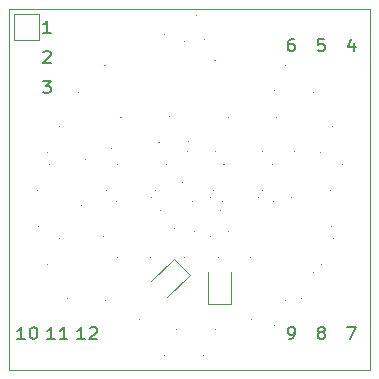
<source format=gbr>
G04 #@! TF.GenerationSoftware,KiCad,Pcbnew,(5.1.5)-3*
G04 #@! TF.CreationDate,2020-04-01T23:31:59-03:00*
G04 #@! TF.ProjectId,LDDH200324A,4c444448-3230-4303-9332-34412e6b6963,rev?*
G04 #@! TF.SameCoordinates,Original*
G04 #@! TF.FileFunction,Legend,Top*
G04 #@! TF.FilePolarity,Positive*
%FSLAX45Y45*%
G04 Gerber Fmt 4.5, Leading zero omitted, Abs format (unit mm)*
G04 Created by KiCad (PCBNEW (5.1.5)-3) date 2020-04-01 23:31:59*
%MOMM*%
%LPD*%
G04 APERTURE LIST*
%ADD10C,0.120000*%
%ADD11C,0.200000*%
%ADD12C,0.050000*%
%ADD13C,0.100000*%
%ADD14O,1.802000X1.802000*%
%ADD15R,1.802000X1.802000*%
G04 APERTURE END LIST*
D10*
X13294100Y-8805000D02*
X13294100Y-8589100D01*
X13510000Y-8805000D02*
X13294100Y-8805000D01*
X13510000Y-8589100D02*
X13510000Y-8805000D01*
X13294100Y-8589100D02*
X13510000Y-8589100D01*
D11*
X13895448Y-11339438D02*
X13832590Y-11339438D01*
X13864019Y-11339438D02*
X13864019Y-11239438D01*
X13853543Y-11253724D01*
X13843067Y-11263248D01*
X13832590Y-11268009D01*
X13937352Y-11248962D02*
X13942590Y-11244200D01*
X13953067Y-11239438D01*
X13979257Y-11239438D01*
X13989733Y-11244200D01*
X13994971Y-11248962D01*
X14000209Y-11258486D01*
X14000209Y-11268009D01*
X13994971Y-11282295D01*
X13932114Y-11339438D01*
X14000209Y-11339438D01*
X13641448Y-11339438D02*
X13578590Y-11339438D01*
X13610019Y-11339438D02*
X13610019Y-11239438D01*
X13599543Y-11253724D01*
X13589067Y-11263248D01*
X13578590Y-11268009D01*
X13746209Y-11339438D02*
X13683352Y-11339438D01*
X13714781Y-11339438D02*
X13714781Y-11239438D01*
X13704305Y-11253724D01*
X13693828Y-11263248D01*
X13683352Y-11268009D01*
X13387448Y-11339438D02*
X13324590Y-11339438D01*
X13356019Y-11339438D02*
X13356019Y-11239438D01*
X13345543Y-11253724D01*
X13335067Y-11263248D01*
X13324590Y-11268009D01*
X13455543Y-11239438D02*
X13466019Y-11239438D01*
X13476495Y-11244200D01*
X13481733Y-11248962D01*
X13486971Y-11258486D01*
X13492209Y-11277533D01*
X13492209Y-11301343D01*
X13486971Y-11320390D01*
X13481733Y-11329914D01*
X13476495Y-11334676D01*
X13466019Y-11339438D01*
X13455543Y-11339438D01*
X13445067Y-11334676D01*
X13439828Y-11329914D01*
X13434590Y-11320390D01*
X13429352Y-11301343D01*
X13429352Y-11277533D01*
X13434590Y-11258486D01*
X13439828Y-11248962D01*
X13445067Y-11244200D01*
X13455543Y-11239438D01*
X15622648Y-11339438D02*
X15643600Y-11339438D01*
X15654076Y-11334676D01*
X15659314Y-11329914D01*
X15669790Y-11315628D01*
X15675028Y-11296581D01*
X15675028Y-11258486D01*
X15669790Y-11248962D01*
X15664552Y-11244200D01*
X15654076Y-11239438D01*
X15633124Y-11239438D01*
X15622648Y-11244200D01*
X15617409Y-11248962D01*
X15612171Y-11258486D01*
X15612171Y-11282295D01*
X15617409Y-11291819D01*
X15622648Y-11296581D01*
X15633124Y-11301343D01*
X15654076Y-11301343D01*
X15664552Y-11296581D01*
X15669790Y-11291819D01*
X15675028Y-11282295D01*
X15887124Y-11282295D02*
X15876648Y-11277533D01*
X15871409Y-11272771D01*
X15866171Y-11263248D01*
X15866171Y-11258486D01*
X15871409Y-11248962D01*
X15876648Y-11244200D01*
X15887124Y-11239438D01*
X15908076Y-11239438D01*
X15918552Y-11244200D01*
X15923790Y-11248962D01*
X15929028Y-11258486D01*
X15929028Y-11263248D01*
X15923790Y-11272771D01*
X15918552Y-11277533D01*
X15908076Y-11282295D01*
X15887124Y-11282295D01*
X15876648Y-11287057D01*
X15871409Y-11291819D01*
X15866171Y-11301343D01*
X15866171Y-11320390D01*
X15871409Y-11329914D01*
X15876648Y-11334676D01*
X15887124Y-11339438D01*
X15908076Y-11339438D01*
X15918552Y-11334676D01*
X15923790Y-11329914D01*
X15929028Y-11320390D01*
X15929028Y-11301343D01*
X15923790Y-11291819D01*
X15918552Y-11287057D01*
X15908076Y-11282295D01*
X16114933Y-11239438D02*
X16188267Y-11239438D01*
X16141124Y-11339438D01*
X16172552Y-8834371D02*
X16172552Y-8901038D01*
X16146362Y-8796276D02*
X16120171Y-8867705D01*
X16188267Y-8867705D01*
X15923790Y-8801038D02*
X15871409Y-8801038D01*
X15866171Y-8848657D01*
X15871409Y-8843895D01*
X15881886Y-8839133D01*
X15908076Y-8839133D01*
X15918552Y-8843895D01*
X15923790Y-8848657D01*
X15929028Y-8858181D01*
X15929028Y-8881990D01*
X15923790Y-8891514D01*
X15918552Y-8896276D01*
X15908076Y-8901038D01*
X15881886Y-8901038D01*
X15871409Y-8896276D01*
X15866171Y-8891514D01*
X15664552Y-8801038D02*
X15643600Y-8801038D01*
X15633124Y-8805800D01*
X15627886Y-8810562D01*
X15617409Y-8824848D01*
X15612171Y-8843895D01*
X15612171Y-8881990D01*
X15617409Y-8891514D01*
X15622648Y-8896276D01*
X15633124Y-8901038D01*
X15654076Y-8901038D01*
X15664552Y-8896276D01*
X15669790Y-8891514D01*
X15675028Y-8881990D01*
X15675028Y-8858181D01*
X15669790Y-8848657D01*
X15664552Y-8843895D01*
X15654076Y-8839133D01*
X15633124Y-8839133D01*
X15622648Y-8843895D01*
X15617409Y-8848657D01*
X15612171Y-8858181D01*
X13543952Y-8912162D02*
X13549190Y-8907400D01*
X13559667Y-8902638D01*
X13585857Y-8902638D01*
X13596333Y-8907400D01*
X13601571Y-8912162D01*
X13606809Y-8921686D01*
X13606809Y-8931210D01*
X13601571Y-8945495D01*
X13538714Y-9002638D01*
X13606809Y-9002638D01*
X13538714Y-9156638D02*
X13606809Y-9156638D01*
X13570143Y-9194733D01*
X13585857Y-9194733D01*
X13596333Y-9199495D01*
X13601571Y-9204257D01*
X13606809Y-9213781D01*
X13606809Y-9237590D01*
X13601571Y-9247114D01*
X13596333Y-9251876D01*
X13585857Y-9256638D01*
X13554428Y-9256638D01*
X13543952Y-9251876D01*
X13538714Y-9247114D01*
X13606809Y-8744238D02*
X13543952Y-8744238D01*
X13575381Y-8744238D02*
X13575381Y-8644238D01*
X13564905Y-8658524D01*
X13554428Y-8668048D01*
X13543952Y-8672810D01*
D12*
X16306000Y-8549000D02*
X13256000Y-8549000D01*
X13256000Y-8549000D02*
X13256000Y-11599000D01*
X16306000Y-11599000D02*
X16306000Y-8549000D01*
X13256000Y-11599000D02*
X16306000Y-11599000D01*
D10*
X15132000Y-11042500D02*
X15132000Y-10774000D01*
X14940000Y-11042500D02*
X15132000Y-11042500D01*
X14940000Y-10774000D02*
X14940000Y-11042500D01*
X14647265Y-10661970D02*
X14457407Y-10851828D01*
X14783030Y-10797735D02*
X14647265Y-10661970D01*
X14593172Y-10987593D02*
X14783030Y-10797735D01*
D13*
X15386000Y-10430000D02*
G75*
G03X15386000Y-10430000I-5000J0D01*
G01*
X15301000Y-10648000D02*
G75*
G03X15301000Y-10648000I-5000J0D01*
G01*
X15111580Y-10429440D02*
G75*
G03X15111580Y-10429440I-5000J0D01*
G01*
X15027760Y-10647440D02*
G75*
G03X15027760Y-10647440I-5000J0D01*
G01*
X14821000Y-10430000D02*
G75*
G03X14821000Y-10430000I-5000J0D01*
G01*
X14741000Y-10648000D02*
G75*
G03X14741000Y-10648000I-5000J0D01*
G01*
X14541000Y-10430000D02*
G75*
G03X14541000Y-10430000I-5000J0D01*
G01*
X14456000Y-10648000D02*
G75*
G03X14456000Y-10648000I-5000J0D01*
G01*
X14261000Y-10429440D02*
G75*
G03X14261000Y-10429440I-5000J0D01*
G01*
X14171000Y-10647440D02*
G75*
G03X14171000Y-10647440I-5000J0D01*
G01*
X15451000Y-10255000D02*
G75*
G03X15451000Y-10255000I-5000J0D01*
G01*
X15046000Y-10250000D02*
G75*
G03X15046000Y-10250000I-5000J0D01*
G01*
X14536000Y-10255000D02*
G75*
G03X14536000Y-10255000I-5000J0D01*
G01*
X14141000Y-10255000D02*
G75*
G03X14141000Y-10255000I-5000J0D01*
G01*
X15366000Y-10473000D02*
G75*
G03X15366000Y-10473000I-5000J0D01*
G01*
X14961000Y-10468000D02*
G75*
G03X14961000Y-10468000I-5000J0D01*
G01*
X14456000Y-10473000D02*
G75*
G03X14456000Y-10473000I-5000J0D01*
G01*
X14051000Y-10473000D02*
G75*
G03X14051000Y-10473000I-5000J0D01*
G01*
X15648075Y-10141925D02*
G75*
G03X15648075Y-10141925I-5000J0D01*
G01*
X15493925Y-10173555D02*
G75*
G03X15493925Y-10173555I-5000J0D01*
G01*
X15368075Y-10141925D02*
G75*
G03X15368075Y-10141925I-5000J0D01*
G01*
X15208925Y-10171075D02*
G75*
G03X15208925Y-10171075I-5000J0D01*
G01*
X15233075Y-10136925D02*
G75*
G03X15233075Y-10136925I-5000J0D01*
G01*
X15068925Y-10171075D02*
G75*
G03X15068925Y-10171075I-5000J0D01*
G01*
X14808925Y-10171075D02*
G75*
G03X14808925Y-10171075I-5000J0D01*
G01*
X14958075Y-10141925D02*
G75*
G03X14958075Y-10141925I-5000J0D01*
G01*
X14653925Y-10406075D02*
G75*
G03X14653925Y-10406075I-5000J0D01*
G01*
X14843075Y-10286925D02*
G75*
G03X14843075Y-10286925I-5000J0D01*
G01*
X14723075Y-10016925D02*
G75*
G03X14723075Y-10016925I-5000J0D01*
G01*
X14573925Y-10296075D02*
G75*
G03X14573925Y-10296075I-5000J0D01*
G01*
X14458075Y-10141925D02*
G75*
G03X14458075Y-10141925I-5000J0D01*
G01*
X14303925Y-10171075D02*
G75*
G03X14303925Y-10171075I-5000J0D01*
G01*
X14318075Y-10141925D02*
G75*
G03X14318075Y-10141925I-5000J0D01*
G01*
X14163925Y-10176075D02*
G75*
G03X14163925Y-10176075I-5000J0D01*
G01*
X13867000Y-10209000D02*
G75*
G03X13867000Y-10209000I-5000J0D01*
G01*
X14085000Y-10119000D02*
G75*
G03X14085000Y-10119000I-5000J0D01*
G01*
X15486000Y-9860000D02*
G75*
G03X15486000Y-9860000I-5000J0D01*
G01*
X14991000Y-10078000D02*
G75*
G03X14991000Y-10078000I-5000J0D01*
G01*
X14586840Y-9860000D02*
G75*
G03X14586840Y-9860000I-5000J0D01*
G01*
X14176000Y-9860000D02*
G75*
G03X14176000Y-9860000I-5000J0D01*
G01*
X15401000Y-10078000D02*
G75*
G03X15401000Y-10078000I-5000J0D01*
G01*
X15076000Y-9860000D02*
G75*
G03X15076000Y-9860000I-5000J0D01*
G01*
X14496000Y-10078000D02*
G75*
G03X14496000Y-10078000I-5000J0D01*
G01*
X14086000Y-10078000D02*
G75*
G03X14086000Y-10078000I-5000J0D01*
G01*
X15673075Y-9751925D02*
G75*
G03X15673075Y-9751925I-5000J0D01*
G01*
X15518925Y-9781075D02*
G75*
G03X15518925Y-9781075I-5000J0D01*
G01*
X15403075Y-9751925D02*
G75*
G03X15403075Y-9751925I-5000J0D01*
G01*
X15248925Y-9781075D02*
G75*
G03X15248925Y-9781075I-5000J0D01*
G01*
X15268075Y-9751925D02*
G75*
G03X15268075Y-9751925I-5000J0D01*
G01*
X15113925Y-9781075D02*
G75*
G03X15113925Y-9781075I-5000J0D01*
G01*
X15003075Y-9751925D02*
G75*
G03X15003075Y-9751925I-5000J0D01*
G01*
X14848925Y-9781075D02*
G75*
G03X14848925Y-9781075I-5000J0D01*
G01*
X14778473Y-9663083D02*
G75*
G03X14778473Y-9663083I-5000J0D01*
G01*
X14898780Y-9476220D02*
G75*
G03X14898780Y-9476220I-5000J0D01*
G01*
X14768075Y-9751925D02*
G75*
G03X14768075Y-9751925I-5000J0D01*
G01*
X14613925Y-9781075D02*
G75*
G03X14613925Y-9781075I-5000J0D01*
G01*
X14343925Y-9781075D02*
G75*
G03X14343925Y-9781075I-5000J0D01*
G01*
X14498075Y-9751925D02*
G75*
G03X14498075Y-9751925I-5000J0D01*
G01*
X14358075Y-9751925D02*
G75*
G03X14358075Y-9751925I-5000J0D01*
G01*
X14202425Y-9781075D02*
G75*
G03X14202425Y-9781075I-5000J0D01*
G01*
X13902000Y-9819000D02*
G75*
G03X13902000Y-9819000I-5000J0D01*
G01*
X14120000Y-9729000D02*
G75*
G03X14120000Y-9729000I-5000J0D01*
G01*
X15521000Y-9460000D02*
G75*
G03X15521000Y-9460000I-5000J0D01*
G01*
X15031000Y-9678000D02*
G75*
G03X15031000Y-9678000I-5000J0D01*
G01*
X14526000Y-9673000D02*
G75*
G03X14526000Y-9673000I-5000J0D01*
G01*
X14206000Y-9460000D02*
G75*
G03X14206000Y-9460000I-5000J0D01*
G01*
X15436000Y-9678000D02*
G75*
G03X15436000Y-9678000I-5000J0D01*
G01*
X15118040Y-9460000D02*
G75*
G03X15118040Y-9460000I-5000J0D01*
G01*
X14616000Y-9455000D02*
G75*
G03X14616000Y-9455000I-5000J0D01*
G01*
X14116000Y-9678000D02*
G75*
G03X14116000Y-9678000I-5000J0D01*
G01*
X15001000Y-11260000D02*
G75*
G03X15001000Y-11260000I-5000J0D01*
G01*
X14901000Y-11478528D02*
G75*
G03X14901000Y-11478528I-5000J0D01*
G01*
X14671000Y-11260000D02*
G75*
G03X14671000Y-11260000I-5000J0D01*
G01*
X14571000Y-11478000D02*
G75*
G03X14571000Y-11478000I-5000J0D01*
G01*
X15311000Y-11170000D02*
G75*
G03X15311000Y-11170000I-5000J0D01*
G01*
X15211000Y-11388000D02*
G75*
G03X15211000Y-11388000I-5000J0D01*
G01*
X14360516Y-11170000D02*
G75*
G03X14360516Y-11170000I-5000J0D01*
G01*
X14261000Y-11388000D02*
G75*
G03X14261000Y-11388000I-5000J0D01*
G01*
X15601000Y-11010000D02*
G75*
G03X15601000Y-11010000I-5000J0D01*
G01*
X15501000Y-11228000D02*
G75*
G03X15501000Y-11228000I-5000J0D01*
G01*
X14071000Y-11010000D02*
G75*
G03X14071000Y-11010000I-5000J0D01*
G01*
X13971000Y-11228000D02*
G75*
G03X13971000Y-11228000I-5000J0D01*
G01*
X15831000Y-10780000D02*
G75*
G03X15831000Y-10780000I-5000J0D01*
G01*
X15731000Y-10998000D02*
G75*
G03X15731000Y-10998000I-5000J0D01*
G01*
X13851000Y-10780000D02*
G75*
G03X13851000Y-10780000I-5000J0D01*
G01*
X13751000Y-10998000D02*
G75*
G03X13751000Y-10998000I-5000J0D01*
G01*
X16001000Y-10490000D02*
G75*
G03X16001000Y-10490000I-5000J0D01*
G01*
X15901000Y-10708000D02*
G75*
G03X15901000Y-10708000I-5000J0D01*
G01*
X13681000Y-10490000D02*
G75*
G03X13681000Y-10490000I-5000J0D01*
G01*
X13581000Y-10708000D02*
G75*
G03X13581000Y-10708000I-5000J0D01*
G01*
X16081000Y-10170000D02*
G75*
G03X16081000Y-10170000I-5000J0D01*
G01*
X15981000Y-10388000D02*
G75*
G03X15981000Y-10388000I-5000J0D01*
G01*
X13601000Y-10170000D02*
G75*
G03X13601000Y-10170000I-5000J0D01*
G01*
X13501000Y-10388000D02*
G75*
G03X13501000Y-10388000I-5000J0D01*
G01*
X16081000Y-9860000D02*
G75*
G03X16081000Y-9860000I-5000J0D01*
G01*
X15981000Y-10078000D02*
G75*
G03X15981000Y-10078000I-5000J0D01*
G01*
X13601000Y-9860000D02*
G75*
G03X13601000Y-9860000I-5000J0D01*
G01*
X13501000Y-10078000D02*
G75*
G03X13501000Y-10078000I-5000J0D01*
G01*
X15991000Y-9540000D02*
G75*
G03X15991000Y-9540000I-5000J0D01*
G01*
X15891000Y-9758000D02*
G75*
G03X15891000Y-9758000I-5000J0D01*
G01*
X13681000Y-9540000D02*
G75*
G03X13681000Y-9540000I-5000J0D01*
G01*
X13581000Y-9758000D02*
G75*
G03X13581000Y-9758000I-5000J0D01*
G01*
X15831000Y-9250000D02*
G75*
G03X15831000Y-9250000I-5000J0D01*
G01*
X15731000Y-9468000D02*
G75*
G03X15731000Y-9468000I-5000J0D01*
G01*
X13841000Y-9250000D02*
G75*
G03X13841000Y-9250000I-5000J0D01*
G01*
X13741000Y-9468000D02*
G75*
G03X13741000Y-9468000I-5000J0D01*
G01*
X15601000Y-9020000D02*
G75*
G03X15601000Y-9020000I-5000J0D01*
G01*
X15501000Y-9238000D02*
G75*
G03X15501000Y-9238000I-5000J0D01*
G01*
X14071000Y-9020000D02*
G75*
G03X14071000Y-9020000I-5000J0D01*
G01*
X13971000Y-9238000D02*
G75*
G03X13971000Y-9238000I-5000J0D01*
G01*
X15311000Y-8850000D02*
G75*
G03X15311000Y-8850000I-5000J0D01*
G01*
X15211000Y-9068000D02*
G75*
G03X15211000Y-9068000I-5000J0D01*
G01*
X14361000Y-8850000D02*
G75*
G03X14361000Y-8850000I-5000J0D01*
G01*
X14261000Y-9068000D02*
G75*
G03X14261000Y-9068000I-5000J0D01*
G01*
X15001000Y-8978000D02*
G75*
G03X15001000Y-8978000I-5000J0D01*
G01*
X14911000Y-8800000D02*
G75*
G03X14911000Y-8800000I-5000J0D01*
G01*
X14661000Y-9018000D02*
G75*
G03X14661000Y-9018000I-5000J0D01*
G01*
X14571000Y-8760000D02*
G75*
G03X14571000Y-8760000I-5000J0D01*
G01*
X14841000Y-8600000D02*
G75*
G03X14841000Y-8600000I-5000J0D01*
G01*
X14741000Y-8818000D02*
G75*
G03X14741000Y-8818000I-5000J0D01*
G01*
%LPC*%
D14*
X13914000Y-11449000D03*
X13660000Y-11449000D03*
D15*
X13406000Y-11449000D03*
D14*
X15648000Y-11449000D03*
X15902000Y-11449000D03*
D15*
X16156000Y-11449000D03*
D14*
X15648000Y-8699000D03*
X15902000Y-8699000D03*
D15*
X16156000Y-8699000D03*
D14*
X13406000Y-9207000D03*
X13406000Y-8953000D03*
D15*
X13406000Y-8699000D03*
D13*
G36*
X15086814Y-10726530D02*
G01*
X15089428Y-10726917D01*
X15091991Y-10727559D01*
X15094479Y-10728450D01*
X15096867Y-10729579D01*
X15099134Y-10730938D01*
X15101256Y-10732512D01*
X15103214Y-10734286D01*
X15104988Y-10736244D01*
X15106562Y-10738366D01*
X15107921Y-10740633D01*
X15109050Y-10743021D01*
X15109941Y-10745509D01*
X15110583Y-10748072D01*
X15110970Y-10750686D01*
X15111100Y-10753325D01*
X15111100Y-10807175D01*
X15110970Y-10809814D01*
X15110583Y-10812428D01*
X15109941Y-10814991D01*
X15109050Y-10817479D01*
X15107921Y-10819867D01*
X15106562Y-10822134D01*
X15104988Y-10824256D01*
X15103214Y-10826214D01*
X15101256Y-10827988D01*
X15099134Y-10829562D01*
X15096867Y-10830921D01*
X15094479Y-10832051D01*
X15091991Y-10832941D01*
X15089428Y-10833583D01*
X15086814Y-10833970D01*
X15084175Y-10834100D01*
X14987825Y-10834100D01*
X14985186Y-10833970D01*
X14982572Y-10833583D01*
X14980009Y-10832941D01*
X14977521Y-10832051D01*
X14975133Y-10830921D01*
X14972866Y-10829562D01*
X14970744Y-10827988D01*
X14968786Y-10826214D01*
X14967012Y-10824256D01*
X14965438Y-10822134D01*
X14964079Y-10819867D01*
X14962949Y-10817479D01*
X14962059Y-10814991D01*
X14961417Y-10812428D01*
X14961030Y-10809814D01*
X14960900Y-10807175D01*
X14960900Y-10753325D01*
X14961030Y-10750686D01*
X14961417Y-10748072D01*
X14962059Y-10745509D01*
X14962949Y-10743021D01*
X14964079Y-10740633D01*
X14965438Y-10738366D01*
X14967012Y-10736244D01*
X14968786Y-10734286D01*
X14970744Y-10732512D01*
X14972866Y-10730938D01*
X14975133Y-10729579D01*
X14977521Y-10728450D01*
X14980009Y-10727559D01*
X14982572Y-10726917D01*
X14985186Y-10726530D01*
X14987825Y-10726400D01*
X15084175Y-10726400D01*
X15086814Y-10726530D01*
G37*
G36*
X15086814Y-10914030D02*
G01*
X15089428Y-10914417D01*
X15091991Y-10915059D01*
X15094479Y-10915950D01*
X15096867Y-10917079D01*
X15099134Y-10918438D01*
X15101256Y-10920012D01*
X15103214Y-10921786D01*
X15104988Y-10923744D01*
X15106562Y-10925866D01*
X15107921Y-10928133D01*
X15109050Y-10930521D01*
X15109941Y-10933009D01*
X15110583Y-10935572D01*
X15110970Y-10938186D01*
X15111100Y-10940825D01*
X15111100Y-10994675D01*
X15110970Y-10997314D01*
X15110583Y-10999928D01*
X15109941Y-11002491D01*
X15109050Y-11004979D01*
X15107921Y-11007367D01*
X15106562Y-11009634D01*
X15104988Y-11011756D01*
X15103214Y-11013714D01*
X15101256Y-11015488D01*
X15099134Y-11017062D01*
X15096867Y-11018421D01*
X15094479Y-11019551D01*
X15091991Y-11020441D01*
X15089428Y-11021083D01*
X15086814Y-11021470D01*
X15084175Y-11021600D01*
X14987825Y-11021600D01*
X14985186Y-11021470D01*
X14982572Y-11021083D01*
X14980009Y-11020441D01*
X14977521Y-11019551D01*
X14975133Y-11018421D01*
X14972866Y-11017062D01*
X14970744Y-11015488D01*
X14968786Y-11013714D01*
X14967012Y-11011756D01*
X14965438Y-11009634D01*
X14964079Y-11007367D01*
X14962949Y-11004979D01*
X14962059Y-11002491D01*
X14961417Y-10999928D01*
X14961030Y-10997314D01*
X14960900Y-10994675D01*
X14960900Y-10940825D01*
X14961030Y-10938186D01*
X14961417Y-10935572D01*
X14962059Y-10933009D01*
X14962949Y-10930521D01*
X14964079Y-10928133D01*
X14965438Y-10925866D01*
X14967012Y-10923744D01*
X14968786Y-10921786D01*
X14970744Y-10920012D01*
X14972866Y-10918438D01*
X14975133Y-10917079D01*
X14977521Y-10915950D01*
X14980009Y-10915059D01*
X14982572Y-10914417D01*
X14985186Y-10914030D01*
X14987825Y-10913900D01*
X15084175Y-10913900D01*
X15086814Y-10914030D01*
G37*
G36*
X14517322Y-10835392D02*
G01*
X14519935Y-10835780D01*
X14522499Y-10836422D01*
X14524986Y-10837312D01*
X14527375Y-10838442D01*
X14529641Y-10839800D01*
X14531764Y-10841374D01*
X14533722Y-10843149D01*
X14601851Y-10911278D01*
X14603626Y-10913236D01*
X14605200Y-10915359D01*
X14606558Y-10917625D01*
X14607688Y-10920014D01*
X14608578Y-10922501D01*
X14609220Y-10925065D01*
X14609608Y-10927678D01*
X14609737Y-10930317D01*
X14609608Y-10932956D01*
X14609220Y-10935570D01*
X14608578Y-10938133D01*
X14607688Y-10940621D01*
X14606558Y-10943010D01*
X14605200Y-10945276D01*
X14603626Y-10947398D01*
X14601851Y-10949356D01*
X14563774Y-10987434D01*
X14561816Y-10989208D01*
X14559693Y-10990782D01*
X14557427Y-10992141D01*
X14555038Y-10993271D01*
X14552551Y-10994161D01*
X14549987Y-10994803D01*
X14547374Y-10995190D01*
X14544735Y-10995320D01*
X14542096Y-10995190D01*
X14539482Y-10994803D01*
X14536919Y-10994161D01*
X14534431Y-10993271D01*
X14532042Y-10992141D01*
X14529776Y-10990782D01*
X14527654Y-10989208D01*
X14525696Y-10987434D01*
X14457566Y-10919304D01*
X14455792Y-10917346D01*
X14454218Y-10915224D01*
X14452859Y-10912958D01*
X14451729Y-10910569D01*
X14450839Y-10908081D01*
X14450197Y-10905518D01*
X14449810Y-10902904D01*
X14449680Y-10900265D01*
X14449810Y-10897626D01*
X14450197Y-10895013D01*
X14450839Y-10892449D01*
X14451729Y-10889962D01*
X14452859Y-10887573D01*
X14454218Y-10885307D01*
X14455792Y-10883184D01*
X14457566Y-10881226D01*
X14495644Y-10843149D01*
X14497602Y-10841374D01*
X14499724Y-10839800D01*
X14501990Y-10838442D01*
X14504379Y-10837312D01*
X14506867Y-10836422D01*
X14509430Y-10835780D01*
X14512044Y-10835392D01*
X14514683Y-10835263D01*
X14517322Y-10835392D01*
G37*
G36*
X14649904Y-10702810D02*
G01*
X14652518Y-10703197D01*
X14655081Y-10703839D01*
X14657569Y-10704730D01*
X14659958Y-10705859D01*
X14662224Y-10707218D01*
X14664346Y-10708792D01*
X14666304Y-10710566D01*
X14734434Y-10778696D01*
X14736208Y-10780654D01*
X14737782Y-10782776D01*
X14739141Y-10785042D01*
X14740270Y-10787431D01*
X14741161Y-10789919D01*
X14741803Y-10792482D01*
X14742190Y-10795096D01*
X14742320Y-10797735D01*
X14742190Y-10800374D01*
X14741803Y-10802988D01*
X14741161Y-10805551D01*
X14740270Y-10808039D01*
X14739141Y-10810427D01*
X14737782Y-10812693D01*
X14736208Y-10814816D01*
X14734434Y-10816774D01*
X14696356Y-10854851D01*
X14694398Y-10856626D01*
X14692276Y-10858200D01*
X14690010Y-10859558D01*
X14687621Y-10860688D01*
X14685133Y-10861578D01*
X14682570Y-10862220D01*
X14679956Y-10862608D01*
X14677317Y-10862737D01*
X14674678Y-10862608D01*
X14672064Y-10862220D01*
X14669501Y-10861578D01*
X14667013Y-10860688D01*
X14664625Y-10859558D01*
X14662359Y-10858200D01*
X14660236Y-10856626D01*
X14658278Y-10854851D01*
X14590149Y-10786722D01*
X14588374Y-10784764D01*
X14586800Y-10782641D01*
X14585442Y-10780375D01*
X14584312Y-10777987D01*
X14583422Y-10775499D01*
X14582780Y-10772936D01*
X14582392Y-10770322D01*
X14582263Y-10767683D01*
X14582392Y-10765044D01*
X14582780Y-10762430D01*
X14583422Y-10759867D01*
X14584312Y-10757379D01*
X14585442Y-10754990D01*
X14586800Y-10752724D01*
X14588374Y-10750602D01*
X14590149Y-10748644D01*
X14628226Y-10710566D01*
X14630184Y-10708792D01*
X14632307Y-10707218D01*
X14634573Y-10705859D01*
X14636961Y-10704730D01*
X14639449Y-10703839D01*
X14642012Y-10703197D01*
X14644626Y-10702810D01*
X14647265Y-10702680D01*
X14649904Y-10702810D01*
G37*
G36*
X15402496Y-10552983D02*
G01*
X15404175Y-10553232D01*
X15405822Y-10553645D01*
X15407420Y-10554217D01*
X15408955Y-10554943D01*
X15410411Y-10555816D01*
X15411775Y-10556827D01*
X15413033Y-10557967D01*
X15414173Y-10559225D01*
X15415184Y-10560589D01*
X15416057Y-10562045D01*
X15416783Y-10563580D01*
X15417355Y-10565178D01*
X15417768Y-10566825D01*
X15418017Y-10568504D01*
X15418100Y-10570200D01*
X15418100Y-10604800D01*
X15418017Y-10606496D01*
X15417768Y-10608175D01*
X15417355Y-10609822D01*
X15416783Y-10611420D01*
X15416057Y-10612955D01*
X15415184Y-10614411D01*
X15414173Y-10615775D01*
X15413033Y-10617033D01*
X15411775Y-10618173D01*
X15410411Y-10619184D01*
X15408955Y-10620057D01*
X15407420Y-10620783D01*
X15405822Y-10621355D01*
X15404175Y-10621768D01*
X15402496Y-10622017D01*
X15400800Y-10622100D01*
X15361200Y-10622100D01*
X15359504Y-10622017D01*
X15357825Y-10621768D01*
X15356178Y-10621355D01*
X15354580Y-10620783D01*
X15353045Y-10620057D01*
X15351589Y-10619184D01*
X15350225Y-10618173D01*
X15348967Y-10617033D01*
X15347827Y-10615775D01*
X15346816Y-10614411D01*
X15345943Y-10612955D01*
X15345217Y-10611420D01*
X15344645Y-10609822D01*
X15344232Y-10608175D01*
X15343983Y-10606496D01*
X15343900Y-10604800D01*
X15343900Y-10570200D01*
X15343983Y-10568504D01*
X15344232Y-10566825D01*
X15344645Y-10565178D01*
X15345217Y-10563580D01*
X15345943Y-10562045D01*
X15346816Y-10560589D01*
X15347827Y-10559225D01*
X15348967Y-10557967D01*
X15350225Y-10556827D01*
X15351589Y-10555816D01*
X15353045Y-10554943D01*
X15354580Y-10554217D01*
X15356178Y-10553645D01*
X15357825Y-10553232D01*
X15359504Y-10552983D01*
X15361200Y-10552900D01*
X15400800Y-10552900D01*
X15402496Y-10552983D01*
G37*
G36*
X15402496Y-10455983D02*
G01*
X15404175Y-10456232D01*
X15405822Y-10456645D01*
X15407420Y-10457217D01*
X15408955Y-10457943D01*
X15410411Y-10458816D01*
X15411775Y-10459827D01*
X15413033Y-10460967D01*
X15414173Y-10462225D01*
X15415184Y-10463589D01*
X15416057Y-10465045D01*
X15416783Y-10466580D01*
X15417355Y-10468178D01*
X15417768Y-10469825D01*
X15418017Y-10471504D01*
X15418100Y-10473200D01*
X15418100Y-10507800D01*
X15418017Y-10509496D01*
X15417768Y-10511175D01*
X15417355Y-10512822D01*
X15416783Y-10514420D01*
X15416057Y-10515955D01*
X15415184Y-10517411D01*
X15414173Y-10518775D01*
X15413033Y-10520033D01*
X15411775Y-10521173D01*
X15410411Y-10522184D01*
X15408955Y-10523057D01*
X15407420Y-10523783D01*
X15405822Y-10524355D01*
X15404175Y-10524768D01*
X15402496Y-10525017D01*
X15400800Y-10525100D01*
X15361200Y-10525100D01*
X15359504Y-10525017D01*
X15357825Y-10524768D01*
X15356178Y-10524355D01*
X15354580Y-10523783D01*
X15353045Y-10523057D01*
X15351589Y-10522184D01*
X15350225Y-10521173D01*
X15348967Y-10520033D01*
X15347827Y-10518775D01*
X15346816Y-10517411D01*
X15345943Y-10515955D01*
X15345217Y-10514420D01*
X15344645Y-10512822D01*
X15344232Y-10511175D01*
X15343983Y-10509496D01*
X15343900Y-10507800D01*
X15343900Y-10473200D01*
X15343983Y-10471504D01*
X15344232Y-10469825D01*
X15344645Y-10468178D01*
X15345217Y-10466580D01*
X15345943Y-10465045D01*
X15346816Y-10463589D01*
X15347827Y-10462225D01*
X15348967Y-10460967D01*
X15350225Y-10459827D01*
X15351589Y-10458816D01*
X15353045Y-10457943D01*
X15354580Y-10457217D01*
X15356178Y-10456645D01*
X15357825Y-10456232D01*
X15359504Y-10455983D01*
X15361200Y-10455900D01*
X15400800Y-10455900D01*
X15402496Y-10455983D01*
G37*
G36*
X15317496Y-10455983D02*
G01*
X15319175Y-10456232D01*
X15320822Y-10456645D01*
X15322420Y-10457217D01*
X15323955Y-10457943D01*
X15325411Y-10458816D01*
X15326775Y-10459827D01*
X15328033Y-10460967D01*
X15329173Y-10462225D01*
X15330184Y-10463589D01*
X15331057Y-10465045D01*
X15331783Y-10466580D01*
X15332355Y-10468178D01*
X15332768Y-10469825D01*
X15333017Y-10471504D01*
X15333100Y-10473200D01*
X15333100Y-10507800D01*
X15333017Y-10509496D01*
X15332768Y-10511175D01*
X15332355Y-10512822D01*
X15331783Y-10514420D01*
X15331057Y-10515955D01*
X15330184Y-10517411D01*
X15329173Y-10518775D01*
X15328033Y-10520033D01*
X15326775Y-10521173D01*
X15325411Y-10522184D01*
X15323955Y-10523057D01*
X15322420Y-10523783D01*
X15320822Y-10524355D01*
X15319175Y-10524768D01*
X15317496Y-10525017D01*
X15315800Y-10525100D01*
X15276200Y-10525100D01*
X15274504Y-10525017D01*
X15272825Y-10524768D01*
X15271178Y-10524355D01*
X15269580Y-10523783D01*
X15268045Y-10523057D01*
X15266589Y-10522184D01*
X15265225Y-10521173D01*
X15263967Y-10520033D01*
X15262827Y-10518775D01*
X15261816Y-10517411D01*
X15260943Y-10515955D01*
X15260217Y-10514420D01*
X15259645Y-10512822D01*
X15259232Y-10511175D01*
X15258983Y-10509496D01*
X15258900Y-10507800D01*
X15258900Y-10473200D01*
X15258983Y-10471504D01*
X15259232Y-10469825D01*
X15259645Y-10468178D01*
X15260217Y-10466580D01*
X15260943Y-10465045D01*
X15261816Y-10463589D01*
X15262827Y-10462225D01*
X15263967Y-10460967D01*
X15265225Y-10459827D01*
X15266589Y-10458816D01*
X15268045Y-10457943D01*
X15269580Y-10457217D01*
X15271178Y-10456645D01*
X15272825Y-10456232D01*
X15274504Y-10455983D01*
X15276200Y-10455900D01*
X15315800Y-10455900D01*
X15317496Y-10455983D01*
G37*
G36*
X15317496Y-10552983D02*
G01*
X15319175Y-10553232D01*
X15320822Y-10553645D01*
X15322420Y-10554217D01*
X15323955Y-10554943D01*
X15325411Y-10555816D01*
X15326775Y-10556827D01*
X15328033Y-10557967D01*
X15329173Y-10559225D01*
X15330184Y-10560589D01*
X15331057Y-10562045D01*
X15331783Y-10563580D01*
X15332355Y-10565178D01*
X15332768Y-10566825D01*
X15333017Y-10568504D01*
X15333100Y-10570200D01*
X15333100Y-10604800D01*
X15333017Y-10606496D01*
X15332768Y-10608175D01*
X15332355Y-10609822D01*
X15331783Y-10611420D01*
X15331057Y-10612955D01*
X15330184Y-10614411D01*
X15329173Y-10615775D01*
X15328033Y-10617033D01*
X15326775Y-10618173D01*
X15325411Y-10619184D01*
X15323955Y-10620057D01*
X15322420Y-10620783D01*
X15320822Y-10621355D01*
X15319175Y-10621768D01*
X15317496Y-10622017D01*
X15315800Y-10622100D01*
X15276200Y-10622100D01*
X15274504Y-10622017D01*
X15272825Y-10621768D01*
X15271178Y-10621355D01*
X15269580Y-10620783D01*
X15268045Y-10620057D01*
X15266589Y-10619184D01*
X15265225Y-10618173D01*
X15263967Y-10617033D01*
X15262827Y-10615775D01*
X15261816Y-10614411D01*
X15260943Y-10612955D01*
X15260217Y-10611420D01*
X15259645Y-10609822D01*
X15259232Y-10608175D01*
X15258983Y-10606496D01*
X15258900Y-10604800D01*
X15258900Y-10570200D01*
X15258983Y-10568504D01*
X15259232Y-10566825D01*
X15259645Y-10565178D01*
X15260217Y-10563580D01*
X15260943Y-10562045D01*
X15261816Y-10560589D01*
X15262827Y-10559225D01*
X15263967Y-10557967D01*
X15265225Y-10556827D01*
X15266589Y-10555816D01*
X15268045Y-10554943D01*
X15269580Y-10554217D01*
X15271178Y-10553645D01*
X15272825Y-10553232D01*
X15274504Y-10552983D01*
X15276200Y-10552900D01*
X15315800Y-10552900D01*
X15317496Y-10552983D01*
G37*
G36*
X15128076Y-10552423D02*
G01*
X15129755Y-10552672D01*
X15131402Y-10553085D01*
X15133000Y-10553657D01*
X15134535Y-10554383D01*
X15135991Y-10555256D01*
X15137355Y-10556267D01*
X15138613Y-10557407D01*
X15139753Y-10558665D01*
X15140764Y-10560029D01*
X15141637Y-10561485D01*
X15142363Y-10563020D01*
X15142935Y-10564618D01*
X15143348Y-10566265D01*
X15143597Y-10567944D01*
X15143680Y-10569640D01*
X15143680Y-10604240D01*
X15143597Y-10605936D01*
X15143348Y-10607615D01*
X15142935Y-10609262D01*
X15142363Y-10610860D01*
X15141637Y-10612395D01*
X15140764Y-10613851D01*
X15139753Y-10615215D01*
X15138613Y-10616473D01*
X15137355Y-10617613D01*
X15135991Y-10618624D01*
X15134535Y-10619497D01*
X15133000Y-10620223D01*
X15131402Y-10620795D01*
X15129755Y-10621208D01*
X15128076Y-10621457D01*
X15126380Y-10621540D01*
X15086780Y-10621540D01*
X15085084Y-10621457D01*
X15083405Y-10621208D01*
X15081758Y-10620795D01*
X15080160Y-10620223D01*
X15078625Y-10619497D01*
X15077169Y-10618624D01*
X15075805Y-10617613D01*
X15074547Y-10616473D01*
X15073407Y-10615215D01*
X15072396Y-10613851D01*
X15071523Y-10612395D01*
X15070797Y-10610860D01*
X15070225Y-10609262D01*
X15069812Y-10607615D01*
X15069563Y-10605936D01*
X15069480Y-10604240D01*
X15069480Y-10569640D01*
X15069563Y-10567944D01*
X15069812Y-10566265D01*
X15070225Y-10564618D01*
X15070797Y-10563020D01*
X15071523Y-10561485D01*
X15072396Y-10560029D01*
X15073407Y-10558665D01*
X15074547Y-10557407D01*
X15075805Y-10556267D01*
X15077169Y-10555256D01*
X15078625Y-10554383D01*
X15080160Y-10553657D01*
X15081758Y-10553085D01*
X15083405Y-10552672D01*
X15085084Y-10552423D01*
X15086780Y-10552340D01*
X15126380Y-10552340D01*
X15128076Y-10552423D01*
G37*
G36*
X15128076Y-10455423D02*
G01*
X15129755Y-10455672D01*
X15131402Y-10456085D01*
X15133000Y-10456657D01*
X15134535Y-10457383D01*
X15135991Y-10458256D01*
X15137355Y-10459267D01*
X15138613Y-10460407D01*
X15139753Y-10461665D01*
X15140764Y-10463029D01*
X15141637Y-10464485D01*
X15142363Y-10466020D01*
X15142935Y-10467618D01*
X15143348Y-10469265D01*
X15143597Y-10470944D01*
X15143680Y-10472640D01*
X15143680Y-10507240D01*
X15143597Y-10508936D01*
X15143348Y-10510615D01*
X15142935Y-10512262D01*
X15142363Y-10513860D01*
X15141637Y-10515395D01*
X15140764Y-10516851D01*
X15139753Y-10518215D01*
X15138613Y-10519473D01*
X15137355Y-10520613D01*
X15135991Y-10521624D01*
X15134535Y-10522497D01*
X15133000Y-10523223D01*
X15131402Y-10523795D01*
X15129755Y-10524208D01*
X15128076Y-10524457D01*
X15126380Y-10524540D01*
X15086780Y-10524540D01*
X15085084Y-10524457D01*
X15083405Y-10524208D01*
X15081758Y-10523795D01*
X15080160Y-10523223D01*
X15078625Y-10522497D01*
X15077169Y-10521624D01*
X15075805Y-10520613D01*
X15074547Y-10519473D01*
X15073407Y-10518215D01*
X15072396Y-10516851D01*
X15071523Y-10515395D01*
X15070797Y-10513860D01*
X15070225Y-10512262D01*
X15069812Y-10510615D01*
X15069563Y-10508936D01*
X15069480Y-10507240D01*
X15069480Y-10472640D01*
X15069563Y-10470944D01*
X15069812Y-10469265D01*
X15070225Y-10467618D01*
X15070797Y-10466020D01*
X15071523Y-10464485D01*
X15072396Y-10463029D01*
X15073407Y-10461665D01*
X15074547Y-10460407D01*
X15075805Y-10459267D01*
X15077169Y-10458256D01*
X15078625Y-10457383D01*
X15080160Y-10456657D01*
X15081758Y-10456085D01*
X15083405Y-10455672D01*
X15085084Y-10455423D01*
X15086780Y-10455340D01*
X15126380Y-10455340D01*
X15128076Y-10455423D01*
G37*
G36*
X15044256Y-10455423D02*
G01*
X15045935Y-10455672D01*
X15047582Y-10456085D01*
X15049180Y-10456657D01*
X15050715Y-10457383D01*
X15052171Y-10458256D01*
X15053535Y-10459267D01*
X15054793Y-10460407D01*
X15055933Y-10461665D01*
X15056944Y-10463029D01*
X15057817Y-10464485D01*
X15058543Y-10466020D01*
X15059115Y-10467618D01*
X15059528Y-10469265D01*
X15059777Y-10470944D01*
X15059860Y-10472640D01*
X15059860Y-10507240D01*
X15059777Y-10508936D01*
X15059528Y-10510615D01*
X15059115Y-10512262D01*
X15058543Y-10513860D01*
X15057817Y-10515395D01*
X15056944Y-10516851D01*
X15055933Y-10518215D01*
X15054793Y-10519473D01*
X15053535Y-10520613D01*
X15052171Y-10521624D01*
X15050715Y-10522497D01*
X15049180Y-10523223D01*
X15047582Y-10523795D01*
X15045935Y-10524208D01*
X15044256Y-10524457D01*
X15042560Y-10524540D01*
X15002960Y-10524540D01*
X15001264Y-10524457D01*
X14999585Y-10524208D01*
X14997938Y-10523795D01*
X14996340Y-10523223D01*
X14994805Y-10522497D01*
X14993349Y-10521624D01*
X14991985Y-10520613D01*
X14990727Y-10519473D01*
X14989587Y-10518215D01*
X14988576Y-10516851D01*
X14987703Y-10515395D01*
X14986977Y-10513860D01*
X14986405Y-10512262D01*
X14985992Y-10510615D01*
X14985743Y-10508936D01*
X14985660Y-10507240D01*
X14985660Y-10472640D01*
X14985743Y-10470944D01*
X14985992Y-10469265D01*
X14986405Y-10467618D01*
X14986977Y-10466020D01*
X14987703Y-10464485D01*
X14988576Y-10463029D01*
X14989587Y-10461665D01*
X14990727Y-10460407D01*
X14991985Y-10459267D01*
X14993349Y-10458256D01*
X14994805Y-10457383D01*
X14996340Y-10456657D01*
X14997938Y-10456085D01*
X14999585Y-10455672D01*
X15001264Y-10455423D01*
X15002960Y-10455340D01*
X15042560Y-10455340D01*
X15044256Y-10455423D01*
G37*
G36*
X15044256Y-10552423D02*
G01*
X15045935Y-10552672D01*
X15047582Y-10553085D01*
X15049180Y-10553657D01*
X15050715Y-10554383D01*
X15052171Y-10555256D01*
X15053535Y-10556267D01*
X15054793Y-10557407D01*
X15055933Y-10558665D01*
X15056944Y-10560029D01*
X15057817Y-10561485D01*
X15058543Y-10563020D01*
X15059115Y-10564618D01*
X15059528Y-10566265D01*
X15059777Y-10567944D01*
X15059860Y-10569640D01*
X15059860Y-10604240D01*
X15059777Y-10605936D01*
X15059528Y-10607615D01*
X15059115Y-10609262D01*
X15058543Y-10610860D01*
X15057817Y-10612395D01*
X15056944Y-10613851D01*
X15055933Y-10615215D01*
X15054793Y-10616473D01*
X15053535Y-10617613D01*
X15052171Y-10618624D01*
X15050715Y-10619497D01*
X15049180Y-10620223D01*
X15047582Y-10620795D01*
X15045935Y-10621208D01*
X15044256Y-10621457D01*
X15042560Y-10621540D01*
X15002960Y-10621540D01*
X15001264Y-10621457D01*
X14999585Y-10621208D01*
X14997938Y-10620795D01*
X14996340Y-10620223D01*
X14994805Y-10619497D01*
X14993349Y-10618624D01*
X14991985Y-10617613D01*
X14990727Y-10616473D01*
X14989587Y-10615215D01*
X14988576Y-10613851D01*
X14987703Y-10612395D01*
X14986977Y-10610860D01*
X14986405Y-10609262D01*
X14985992Y-10607615D01*
X14985743Y-10605936D01*
X14985660Y-10604240D01*
X14985660Y-10569640D01*
X14985743Y-10567944D01*
X14985992Y-10566265D01*
X14986405Y-10564618D01*
X14986977Y-10563020D01*
X14987703Y-10561485D01*
X14988576Y-10560029D01*
X14989587Y-10558665D01*
X14990727Y-10557407D01*
X14991985Y-10556267D01*
X14993349Y-10555256D01*
X14994805Y-10554383D01*
X14996340Y-10553657D01*
X14997938Y-10553085D01*
X14999585Y-10552672D01*
X15001264Y-10552423D01*
X15002960Y-10552340D01*
X15042560Y-10552340D01*
X15044256Y-10552423D01*
G37*
G36*
X14837496Y-10552983D02*
G01*
X14839175Y-10553232D01*
X14840822Y-10553645D01*
X14842420Y-10554217D01*
X14843955Y-10554943D01*
X14845411Y-10555816D01*
X14846775Y-10556827D01*
X14848033Y-10557967D01*
X14849173Y-10559225D01*
X14850184Y-10560589D01*
X14851057Y-10562045D01*
X14851783Y-10563580D01*
X14852355Y-10565178D01*
X14852768Y-10566825D01*
X14853017Y-10568504D01*
X14853100Y-10570200D01*
X14853100Y-10604800D01*
X14853017Y-10606496D01*
X14852768Y-10608175D01*
X14852355Y-10609822D01*
X14851783Y-10611420D01*
X14851057Y-10612955D01*
X14850184Y-10614411D01*
X14849173Y-10615775D01*
X14848033Y-10617033D01*
X14846775Y-10618173D01*
X14845411Y-10619184D01*
X14843955Y-10620057D01*
X14842420Y-10620783D01*
X14840822Y-10621355D01*
X14839175Y-10621768D01*
X14837496Y-10622017D01*
X14835800Y-10622100D01*
X14796200Y-10622100D01*
X14794504Y-10622017D01*
X14792825Y-10621768D01*
X14791178Y-10621355D01*
X14789580Y-10620783D01*
X14788045Y-10620057D01*
X14786589Y-10619184D01*
X14785225Y-10618173D01*
X14783967Y-10617033D01*
X14782827Y-10615775D01*
X14781816Y-10614411D01*
X14780943Y-10612955D01*
X14780217Y-10611420D01*
X14779645Y-10609822D01*
X14779232Y-10608175D01*
X14778983Y-10606496D01*
X14778900Y-10604800D01*
X14778900Y-10570200D01*
X14778983Y-10568504D01*
X14779232Y-10566825D01*
X14779645Y-10565178D01*
X14780217Y-10563580D01*
X14780943Y-10562045D01*
X14781816Y-10560589D01*
X14782827Y-10559225D01*
X14783967Y-10557967D01*
X14785225Y-10556827D01*
X14786589Y-10555816D01*
X14788045Y-10554943D01*
X14789580Y-10554217D01*
X14791178Y-10553645D01*
X14792825Y-10553232D01*
X14794504Y-10552983D01*
X14796200Y-10552900D01*
X14835800Y-10552900D01*
X14837496Y-10552983D01*
G37*
G36*
X14837496Y-10455983D02*
G01*
X14839175Y-10456232D01*
X14840822Y-10456645D01*
X14842420Y-10457217D01*
X14843955Y-10457943D01*
X14845411Y-10458816D01*
X14846775Y-10459827D01*
X14848033Y-10460967D01*
X14849173Y-10462225D01*
X14850184Y-10463589D01*
X14851057Y-10465045D01*
X14851783Y-10466580D01*
X14852355Y-10468178D01*
X14852768Y-10469825D01*
X14853017Y-10471504D01*
X14853100Y-10473200D01*
X14853100Y-10507800D01*
X14853017Y-10509496D01*
X14852768Y-10511175D01*
X14852355Y-10512822D01*
X14851783Y-10514420D01*
X14851057Y-10515955D01*
X14850184Y-10517411D01*
X14849173Y-10518775D01*
X14848033Y-10520033D01*
X14846775Y-10521173D01*
X14845411Y-10522184D01*
X14843955Y-10523057D01*
X14842420Y-10523783D01*
X14840822Y-10524355D01*
X14839175Y-10524768D01*
X14837496Y-10525017D01*
X14835800Y-10525100D01*
X14796200Y-10525100D01*
X14794504Y-10525017D01*
X14792825Y-10524768D01*
X14791178Y-10524355D01*
X14789580Y-10523783D01*
X14788045Y-10523057D01*
X14786589Y-10522184D01*
X14785225Y-10521173D01*
X14783967Y-10520033D01*
X14782827Y-10518775D01*
X14781816Y-10517411D01*
X14780943Y-10515955D01*
X14780217Y-10514420D01*
X14779645Y-10512822D01*
X14779232Y-10511175D01*
X14778983Y-10509496D01*
X14778900Y-10507800D01*
X14778900Y-10473200D01*
X14778983Y-10471504D01*
X14779232Y-10469825D01*
X14779645Y-10468178D01*
X14780217Y-10466580D01*
X14780943Y-10465045D01*
X14781816Y-10463589D01*
X14782827Y-10462225D01*
X14783967Y-10460967D01*
X14785225Y-10459827D01*
X14786589Y-10458816D01*
X14788045Y-10457943D01*
X14789580Y-10457217D01*
X14791178Y-10456645D01*
X14792825Y-10456232D01*
X14794504Y-10455983D01*
X14796200Y-10455900D01*
X14835800Y-10455900D01*
X14837496Y-10455983D01*
G37*
G36*
X14757496Y-10455983D02*
G01*
X14759175Y-10456232D01*
X14760822Y-10456645D01*
X14762420Y-10457217D01*
X14763955Y-10457943D01*
X14765411Y-10458816D01*
X14766775Y-10459827D01*
X14768033Y-10460967D01*
X14769173Y-10462225D01*
X14770184Y-10463589D01*
X14771057Y-10465045D01*
X14771783Y-10466580D01*
X14772355Y-10468178D01*
X14772768Y-10469825D01*
X14773017Y-10471504D01*
X14773100Y-10473200D01*
X14773100Y-10507800D01*
X14773017Y-10509496D01*
X14772768Y-10511175D01*
X14772355Y-10512822D01*
X14771783Y-10514420D01*
X14771057Y-10515955D01*
X14770184Y-10517411D01*
X14769173Y-10518775D01*
X14768033Y-10520033D01*
X14766775Y-10521173D01*
X14765411Y-10522184D01*
X14763955Y-10523057D01*
X14762420Y-10523783D01*
X14760822Y-10524355D01*
X14759175Y-10524768D01*
X14757496Y-10525017D01*
X14755800Y-10525100D01*
X14716200Y-10525100D01*
X14714504Y-10525017D01*
X14712825Y-10524768D01*
X14711178Y-10524355D01*
X14709580Y-10523783D01*
X14708045Y-10523057D01*
X14706589Y-10522184D01*
X14705225Y-10521173D01*
X14703967Y-10520033D01*
X14702827Y-10518775D01*
X14701816Y-10517411D01*
X14700943Y-10515955D01*
X14700217Y-10514420D01*
X14699645Y-10512822D01*
X14699232Y-10511175D01*
X14698983Y-10509496D01*
X14698900Y-10507800D01*
X14698900Y-10473200D01*
X14698983Y-10471504D01*
X14699232Y-10469825D01*
X14699645Y-10468178D01*
X14700217Y-10466580D01*
X14700943Y-10465045D01*
X14701816Y-10463589D01*
X14702827Y-10462225D01*
X14703967Y-10460967D01*
X14705225Y-10459827D01*
X14706589Y-10458816D01*
X14708045Y-10457943D01*
X14709580Y-10457217D01*
X14711178Y-10456645D01*
X14712825Y-10456232D01*
X14714504Y-10455983D01*
X14716200Y-10455900D01*
X14755800Y-10455900D01*
X14757496Y-10455983D01*
G37*
G36*
X14757496Y-10552983D02*
G01*
X14759175Y-10553232D01*
X14760822Y-10553645D01*
X14762420Y-10554217D01*
X14763955Y-10554943D01*
X14765411Y-10555816D01*
X14766775Y-10556827D01*
X14768033Y-10557967D01*
X14769173Y-10559225D01*
X14770184Y-10560589D01*
X14771057Y-10562045D01*
X14771783Y-10563580D01*
X14772355Y-10565178D01*
X14772768Y-10566825D01*
X14773017Y-10568504D01*
X14773100Y-10570200D01*
X14773100Y-10604800D01*
X14773017Y-10606496D01*
X14772768Y-10608175D01*
X14772355Y-10609822D01*
X14771783Y-10611420D01*
X14771057Y-10612955D01*
X14770184Y-10614411D01*
X14769173Y-10615775D01*
X14768033Y-10617033D01*
X14766775Y-10618173D01*
X14765411Y-10619184D01*
X14763955Y-10620057D01*
X14762420Y-10620783D01*
X14760822Y-10621355D01*
X14759175Y-10621768D01*
X14757496Y-10622017D01*
X14755800Y-10622100D01*
X14716200Y-10622100D01*
X14714504Y-10622017D01*
X14712825Y-10621768D01*
X14711178Y-10621355D01*
X14709580Y-10620783D01*
X14708045Y-10620057D01*
X14706589Y-10619184D01*
X14705225Y-10618173D01*
X14703967Y-10617033D01*
X14702827Y-10615775D01*
X14701816Y-10614411D01*
X14700943Y-10612955D01*
X14700217Y-10611420D01*
X14699645Y-10609822D01*
X14699232Y-10608175D01*
X14698983Y-10606496D01*
X14698900Y-10604800D01*
X14698900Y-10570200D01*
X14698983Y-10568504D01*
X14699232Y-10566825D01*
X14699645Y-10565178D01*
X14700217Y-10563580D01*
X14700943Y-10562045D01*
X14701816Y-10560589D01*
X14702827Y-10559225D01*
X14703967Y-10557967D01*
X14705225Y-10556827D01*
X14706589Y-10555816D01*
X14708045Y-10554943D01*
X14709580Y-10554217D01*
X14711178Y-10553645D01*
X14712825Y-10553232D01*
X14714504Y-10552983D01*
X14716200Y-10552900D01*
X14755800Y-10552900D01*
X14757496Y-10552983D01*
G37*
G36*
X14557496Y-10552983D02*
G01*
X14559175Y-10553232D01*
X14560822Y-10553645D01*
X14562420Y-10554217D01*
X14563955Y-10554943D01*
X14565411Y-10555816D01*
X14566775Y-10556827D01*
X14568033Y-10557967D01*
X14569173Y-10559225D01*
X14570184Y-10560589D01*
X14571057Y-10562045D01*
X14571783Y-10563580D01*
X14572355Y-10565178D01*
X14572768Y-10566825D01*
X14573017Y-10568504D01*
X14573100Y-10570200D01*
X14573100Y-10604800D01*
X14573017Y-10606496D01*
X14572768Y-10608175D01*
X14572355Y-10609822D01*
X14571783Y-10611420D01*
X14571057Y-10612955D01*
X14570184Y-10614411D01*
X14569173Y-10615775D01*
X14568033Y-10617033D01*
X14566775Y-10618173D01*
X14565411Y-10619184D01*
X14563955Y-10620057D01*
X14562420Y-10620783D01*
X14560822Y-10621355D01*
X14559175Y-10621768D01*
X14557496Y-10622017D01*
X14555800Y-10622100D01*
X14516200Y-10622100D01*
X14514504Y-10622017D01*
X14512825Y-10621768D01*
X14511178Y-10621355D01*
X14509580Y-10620783D01*
X14508045Y-10620057D01*
X14506589Y-10619184D01*
X14505225Y-10618173D01*
X14503967Y-10617033D01*
X14502827Y-10615775D01*
X14501816Y-10614411D01*
X14500943Y-10612955D01*
X14500217Y-10611420D01*
X14499645Y-10609822D01*
X14499232Y-10608175D01*
X14498983Y-10606496D01*
X14498900Y-10604800D01*
X14498900Y-10570200D01*
X14498983Y-10568504D01*
X14499232Y-10566825D01*
X14499645Y-10565178D01*
X14500217Y-10563580D01*
X14500943Y-10562045D01*
X14501816Y-10560589D01*
X14502827Y-10559225D01*
X14503967Y-10557967D01*
X14505225Y-10556827D01*
X14506589Y-10555816D01*
X14508045Y-10554943D01*
X14509580Y-10554217D01*
X14511178Y-10553645D01*
X14512825Y-10553232D01*
X14514504Y-10552983D01*
X14516200Y-10552900D01*
X14555800Y-10552900D01*
X14557496Y-10552983D01*
G37*
G36*
X14557496Y-10455983D02*
G01*
X14559175Y-10456232D01*
X14560822Y-10456645D01*
X14562420Y-10457217D01*
X14563955Y-10457943D01*
X14565411Y-10458816D01*
X14566775Y-10459827D01*
X14568033Y-10460967D01*
X14569173Y-10462225D01*
X14570184Y-10463589D01*
X14571057Y-10465045D01*
X14571783Y-10466580D01*
X14572355Y-10468178D01*
X14572768Y-10469825D01*
X14573017Y-10471504D01*
X14573100Y-10473200D01*
X14573100Y-10507800D01*
X14573017Y-10509496D01*
X14572768Y-10511175D01*
X14572355Y-10512822D01*
X14571783Y-10514420D01*
X14571057Y-10515955D01*
X14570184Y-10517411D01*
X14569173Y-10518775D01*
X14568033Y-10520033D01*
X14566775Y-10521173D01*
X14565411Y-10522184D01*
X14563955Y-10523057D01*
X14562420Y-10523783D01*
X14560822Y-10524355D01*
X14559175Y-10524768D01*
X14557496Y-10525017D01*
X14555800Y-10525100D01*
X14516200Y-10525100D01*
X14514504Y-10525017D01*
X14512825Y-10524768D01*
X14511178Y-10524355D01*
X14509580Y-10523783D01*
X14508045Y-10523057D01*
X14506589Y-10522184D01*
X14505225Y-10521173D01*
X14503967Y-10520033D01*
X14502827Y-10518775D01*
X14501816Y-10517411D01*
X14500943Y-10515955D01*
X14500217Y-10514420D01*
X14499645Y-10512822D01*
X14499232Y-10511175D01*
X14498983Y-10509496D01*
X14498900Y-10507800D01*
X14498900Y-10473200D01*
X14498983Y-10471504D01*
X14499232Y-10469825D01*
X14499645Y-10468178D01*
X14500217Y-10466580D01*
X14500943Y-10465045D01*
X14501816Y-10463589D01*
X14502827Y-10462225D01*
X14503967Y-10460967D01*
X14505225Y-10459827D01*
X14506589Y-10458816D01*
X14508045Y-10457943D01*
X14509580Y-10457217D01*
X14511178Y-10456645D01*
X14512825Y-10456232D01*
X14514504Y-10455983D01*
X14516200Y-10455900D01*
X14555800Y-10455900D01*
X14557496Y-10455983D01*
G37*
G36*
X14472496Y-10455983D02*
G01*
X14474175Y-10456232D01*
X14475822Y-10456645D01*
X14477420Y-10457217D01*
X14478955Y-10457943D01*
X14480411Y-10458816D01*
X14481775Y-10459827D01*
X14483033Y-10460967D01*
X14484173Y-10462225D01*
X14485184Y-10463589D01*
X14486057Y-10465045D01*
X14486783Y-10466580D01*
X14487355Y-10468178D01*
X14487768Y-10469825D01*
X14488017Y-10471504D01*
X14488100Y-10473200D01*
X14488100Y-10507800D01*
X14488017Y-10509496D01*
X14487768Y-10511175D01*
X14487355Y-10512822D01*
X14486783Y-10514420D01*
X14486057Y-10515955D01*
X14485184Y-10517411D01*
X14484173Y-10518775D01*
X14483033Y-10520033D01*
X14481775Y-10521173D01*
X14480411Y-10522184D01*
X14478955Y-10523057D01*
X14477420Y-10523783D01*
X14475822Y-10524355D01*
X14474175Y-10524768D01*
X14472496Y-10525017D01*
X14470800Y-10525100D01*
X14431200Y-10525100D01*
X14429504Y-10525017D01*
X14427825Y-10524768D01*
X14426178Y-10524355D01*
X14424580Y-10523783D01*
X14423045Y-10523057D01*
X14421589Y-10522184D01*
X14420225Y-10521173D01*
X14418967Y-10520033D01*
X14417827Y-10518775D01*
X14416816Y-10517411D01*
X14415943Y-10515955D01*
X14415217Y-10514420D01*
X14414645Y-10512822D01*
X14414232Y-10511175D01*
X14413983Y-10509496D01*
X14413900Y-10507800D01*
X14413900Y-10473200D01*
X14413983Y-10471504D01*
X14414232Y-10469825D01*
X14414645Y-10468178D01*
X14415217Y-10466580D01*
X14415943Y-10465045D01*
X14416816Y-10463589D01*
X14417827Y-10462225D01*
X14418967Y-10460967D01*
X14420225Y-10459827D01*
X14421589Y-10458816D01*
X14423045Y-10457943D01*
X14424580Y-10457217D01*
X14426178Y-10456645D01*
X14427825Y-10456232D01*
X14429504Y-10455983D01*
X14431200Y-10455900D01*
X14470800Y-10455900D01*
X14472496Y-10455983D01*
G37*
G36*
X14472496Y-10552983D02*
G01*
X14474175Y-10553232D01*
X14475822Y-10553645D01*
X14477420Y-10554217D01*
X14478955Y-10554943D01*
X14480411Y-10555816D01*
X14481775Y-10556827D01*
X14483033Y-10557967D01*
X14484173Y-10559225D01*
X14485184Y-10560589D01*
X14486057Y-10562045D01*
X14486783Y-10563580D01*
X14487355Y-10565178D01*
X14487768Y-10566825D01*
X14488017Y-10568504D01*
X14488100Y-10570200D01*
X14488100Y-10604800D01*
X14488017Y-10606496D01*
X14487768Y-10608175D01*
X14487355Y-10609822D01*
X14486783Y-10611420D01*
X14486057Y-10612955D01*
X14485184Y-10614411D01*
X14484173Y-10615775D01*
X14483033Y-10617033D01*
X14481775Y-10618173D01*
X14480411Y-10619184D01*
X14478955Y-10620057D01*
X14477420Y-10620783D01*
X14475822Y-10621355D01*
X14474175Y-10621768D01*
X14472496Y-10622017D01*
X14470800Y-10622100D01*
X14431200Y-10622100D01*
X14429504Y-10622017D01*
X14427825Y-10621768D01*
X14426178Y-10621355D01*
X14424580Y-10620783D01*
X14423045Y-10620057D01*
X14421589Y-10619184D01*
X14420225Y-10618173D01*
X14418967Y-10617033D01*
X14417827Y-10615775D01*
X14416816Y-10614411D01*
X14415943Y-10612955D01*
X14415217Y-10611420D01*
X14414645Y-10609822D01*
X14414232Y-10608175D01*
X14413983Y-10606496D01*
X14413900Y-10604800D01*
X14413900Y-10570200D01*
X14413983Y-10568504D01*
X14414232Y-10566825D01*
X14414645Y-10565178D01*
X14415217Y-10563580D01*
X14415943Y-10562045D01*
X14416816Y-10560589D01*
X14417827Y-10559225D01*
X14418967Y-10557967D01*
X14420225Y-10556827D01*
X14421589Y-10555816D01*
X14423045Y-10554943D01*
X14424580Y-10554217D01*
X14426178Y-10553645D01*
X14427825Y-10553232D01*
X14429504Y-10552983D01*
X14431200Y-10552900D01*
X14470800Y-10552900D01*
X14472496Y-10552983D01*
G37*
G36*
X14277496Y-10552423D02*
G01*
X14279175Y-10552672D01*
X14280822Y-10553085D01*
X14282420Y-10553657D01*
X14283955Y-10554383D01*
X14285411Y-10555256D01*
X14286775Y-10556267D01*
X14288033Y-10557407D01*
X14289173Y-10558665D01*
X14290184Y-10560029D01*
X14291057Y-10561485D01*
X14291783Y-10563020D01*
X14292355Y-10564618D01*
X14292768Y-10566265D01*
X14293017Y-10567944D01*
X14293100Y-10569640D01*
X14293100Y-10604240D01*
X14293017Y-10605936D01*
X14292768Y-10607615D01*
X14292355Y-10609262D01*
X14291783Y-10610860D01*
X14291057Y-10612395D01*
X14290184Y-10613851D01*
X14289173Y-10615215D01*
X14288033Y-10616473D01*
X14286775Y-10617613D01*
X14285411Y-10618624D01*
X14283955Y-10619497D01*
X14282420Y-10620223D01*
X14280822Y-10620795D01*
X14279175Y-10621208D01*
X14277496Y-10621457D01*
X14275800Y-10621540D01*
X14236200Y-10621540D01*
X14234504Y-10621457D01*
X14232825Y-10621208D01*
X14231178Y-10620795D01*
X14229580Y-10620223D01*
X14228045Y-10619497D01*
X14226589Y-10618624D01*
X14225225Y-10617613D01*
X14223967Y-10616473D01*
X14222827Y-10615215D01*
X14221816Y-10613851D01*
X14220943Y-10612395D01*
X14220217Y-10610860D01*
X14219645Y-10609262D01*
X14219232Y-10607615D01*
X14218983Y-10605936D01*
X14218900Y-10604240D01*
X14218900Y-10569640D01*
X14218983Y-10567944D01*
X14219232Y-10566265D01*
X14219645Y-10564618D01*
X14220217Y-10563020D01*
X14220943Y-10561485D01*
X14221816Y-10560029D01*
X14222827Y-10558665D01*
X14223967Y-10557407D01*
X14225225Y-10556267D01*
X14226589Y-10555256D01*
X14228045Y-10554383D01*
X14229580Y-10553657D01*
X14231178Y-10553085D01*
X14232825Y-10552672D01*
X14234504Y-10552423D01*
X14236200Y-10552340D01*
X14275800Y-10552340D01*
X14277496Y-10552423D01*
G37*
G36*
X14277496Y-10455423D02*
G01*
X14279175Y-10455672D01*
X14280822Y-10456085D01*
X14282420Y-10456657D01*
X14283955Y-10457383D01*
X14285411Y-10458256D01*
X14286775Y-10459267D01*
X14288033Y-10460407D01*
X14289173Y-10461665D01*
X14290184Y-10463029D01*
X14291057Y-10464485D01*
X14291783Y-10466020D01*
X14292355Y-10467618D01*
X14292768Y-10469265D01*
X14293017Y-10470944D01*
X14293100Y-10472640D01*
X14293100Y-10507240D01*
X14293017Y-10508936D01*
X14292768Y-10510615D01*
X14292355Y-10512262D01*
X14291783Y-10513860D01*
X14291057Y-10515395D01*
X14290184Y-10516851D01*
X14289173Y-10518215D01*
X14288033Y-10519473D01*
X14286775Y-10520613D01*
X14285411Y-10521624D01*
X14283955Y-10522497D01*
X14282420Y-10523223D01*
X14280822Y-10523795D01*
X14279175Y-10524208D01*
X14277496Y-10524457D01*
X14275800Y-10524540D01*
X14236200Y-10524540D01*
X14234504Y-10524457D01*
X14232825Y-10524208D01*
X14231178Y-10523795D01*
X14229580Y-10523223D01*
X14228045Y-10522497D01*
X14226589Y-10521624D01*
X14225225Y-10520613D01*
X14223967Y-10519473D01*
X14222827Y-10518215D01*
X14221816Y-10516851D01*
X14220943Y-10515395D01*
X14220217Y-10513860D01*
X14219645Y-10512262D01*
X14219232Y-10510615D01*
X14218983Y-10508936D01*
X14218900Y-10507240D01*
X14218900Y-10472640D01*
X14218983Y-10470944D01*
X14219232Y-10469265D01*
X14219645Y-10467618D01*
X14220217Y-10466020D01*
X14220943Y-10464485D01*
X14221816Y-10463029D01*
X14222827Y-10461665D01*
X14223967Y-10460407D01*
X14225225Y-10459267D01*
X14226589Y-10458256D01*
X14228045Y-10457383D01*
X14229580Y-10456657D01*
X14231178Y-10456085D01*
X14232825Y-10455672D01*
X14234504Y-10455423D01*
X14236200Y-10455340D01*
X14275800Y-10455340D01*
X14277496Y-10455423D01*
G37*
G36*
X14187496Y-10455423D02*
G01*
X14189175Y-10455672D01*
X14190822Y-10456085D01*
X14192420Y-10456657D01*
X14193955Y-10457383D01*
X14195411Y-10458256D01*
X14196775Y-10459267D01*
X14198033Y-10460407D01*
X14199173Y-10461665D01*
X14200184Y-10463029D01*
X14201057Y-10464485D01*
X14201783Y-10466020D01*
X14202355Y-10467618D01*
X14202768Y-10469265D01*
X14203017Y-10470944D01*
X14203100Y-10472640D01*
X14203100Y-10507240D01*
X14203017Y-10508936D01*
X14202768Y-10510615D01*
X14202355Y-10512262D01*
X14201783Y-10513860D01*
X14201057Y-10515395D01*
X14200184Y-10516851D01*
X14199173Y-10518215D01*
X14198033Y-10519473D01*
X14196775Y-10520613D01*
X14195411Y-10521624D01*
X14193955Y-10522497D01*
X14192420Y-10523223D01*
X14190822Y-10523795D01*
X14189175Y-10524208D01*
X14187496Y-10524457D01*
X14185800Y-10524540D01*
X14146200Y-10524540D01*
X14144504Y-10524457D01*
X14142825Y-10524208D01*
X14141178Y-10523795D01*
X14139580Y-10523223D01*
X14138045Y-10522497D01*
X14136589Y-10521624D01*
X14135225Y-10520613D01*
X14133967Y-10519473D01*
X14132827Y-10518215D01*
X14131816Y-10516851D01*
X14130943Y-10515395D01*
X14130217Y-10513860D01*
X14129645Y-10512262D01*
X14129232Y-10510615D01*
X14128983Y-10508936D01*
X14128900Y-10507240D01*
X14128900Y-10472640D01*
X14128983Y-10470944D01*
X14129232Y-10469265D01*
X14129645Y-10467618D01*
X14130217Y-10466020D01*
X14130943Y-10464485D01*
X14131816Y-10463029D01*
X14132827Y-10461665D01*
X14133967Y-10460407D01*
X14135225Y-10459267D01*
X14136589Y-10458256D01*
X14138045Y-10457383D01*
X14139580Y-10456657D01*
X14141178Y-10456085D01*
X14142825Y-10455672D01*
X14144504Y-10455423D01*
X14146200Y-10455340D01*
X14185800Y-10455340D01*
X14187496Y-10455423D01*
G37*
G36*
X14187496Y-10552423D02*
G01*
X14189175Y-10552672D01*
X14190822Y-10553085D01*
X14192420Y-10553657D01*
X14193955Y-10554383D01*
X14195411Y-10555256D01*
X14196775Y-10556267D01*
X14198033Y-10557407D01*
X14199173Y-10558665D01*
X14200184Y-10560029D01*
X14201057Y-10561485D01*
X14201783Y-10563020D01*
X14202355Y-10564618D01*
X14202768Y-10566265D01*
X14203017Y-10567944D01*
X14203100Y-10569640D01*
X14203100Y-10604240D01*
X14203017Y-10605936D01*
X14202768Y-10607615D01*
X14202355Y-10609262D01*
X14201783Y-10610860D01*
X14201057Y-10612395D01*
X14200184Y-10613851D01*
X14199173Y-10615215D01*
X14198033Y-10616473D01*
X14196775Y-10617613D01*
X14195411Y-10618624D01*
X14193955Y-10619497D01*
X14192420Y-10620223D01*
X14190822Y-10620795D01*
X14189175Y-10621208D01*
X14187496Y-10621457D01*
X14185800Y-10621540D01*
X14146200Y-10621540D01*
X14144504Y-10621457D01*
X14142825Y-10621208D01*
X14141178Y-10620795D01*
X14139580Y-10620223D01*
X14138045Y-10619497D01*
X14136589Y-10618624D01*
X14135225Y-10617613D01*
X14133967Y-10616473D01*
X14132827Y-10615215D01*
X14131816Y-10613851D01*
X14130943Y-10612395D01*
X14130217Y-10610860D01*
X14129645Y-10609262D01*
X14129232Y-10607615D01*
X14128983Y-10605936D01*
X14128900Y-10604240D01*
X14128900Y-10569640D01*
X14128983Y-10567944D01*
X14129232Y-10566265D01*
X14129645Y-10564618D01*
X14130217Y-10563020D01*
X14130943Y-10561485D01*
X14131816Y-10560029D01*
X14132827Y-10558665D01*
X14133967Y-10557407D01*
X14135225Y-10556267D01*
X14136589Y-10555256D01*
X14138045Y-10554383D01*
X14139580Y-10553657D01*
X14141178Y-10553085D01*
X14142825Y-10552672D01*
X14144504Y-10552423D01*
X14146200Y-10552340D01*
X14185800Y-10552340D01*
X14187496Y-10552423D01*
G37*
G36*
X15467496Y-10377983D02*
G01*
X15469175Y-10378232D01*
X15470822Y-10378645D01*
X15472420Y-10379217D01*
X15473955Y-10379943D01*
X15475411Y-10380816D01*
X15476775Y-10381827D01*
X15478033Y-10382967D01*
X15479173Y-10384225D01*
X15480184Y-10385589D01*
X15481057Y-10387045D01*
X15481783Y-10388580D01*
X15482355Y-10390178D01*
X15482768Y-10391825D01*
X15483017Y-10393504D01*
X15483100Y-10395200D01*
X15483100Y-10429800D01*
X15483017Y-10431496D01*
X15482768Y-10433175D01*
X15482355Y-10434822D01*
X15481783Y-10436420D01*
X15481057Y-10437955D01*
X15480184Y-10439411D01*
X15479173Y-10440775D01*
X15478033Y-10442033D01*
X15476775Y-10443173D01*
X15475411Y-10444184D01*
X15473955Y-10445057D01*
X15472420Y-10445783D01*
X15470822Y-10446355D01*
X15469175Y-10446768D01*
X15467496Y-10447017D01*
X15465800Y-10447100D01*
X15426200Y-10447100D01*
X15424504Y-10447017D01*
X15422825Y-10446768D01*
X15421178Y-10446355D01*
X15419580Y-10445783D01*
X15418045Y-10445057D01*
X15416589Y-10444184D01*
X15415225Y-10443173D01*
X15413967Y-10442033D01*
X15412827Y-10440775D01*
X15411816Y-10439411D01*
X15410943Y-10437955D01*
X15410217Y-10436420D01*
X15409645Y-10434822D01*
X15409232Y-10433175D01*
X15408983Y-10431496D01*
X15408900Y-10429800D01*
X15408900Y-10395200D01*
X15408983Y-10393504D01*
X15409232Y-10391825D01*
X15409645Y-10390178D01*
X15410217Y-10388580D01*
X15410943Y-10387045D01*
X15411816Y-10385589D01*
X15412827Y-10384225D01*
X15413967Y-10382967D01*
X15415225Y-10381827D01*
X15416589Y-10380816D01*
X15418045Y-10379943D01*
X15419580Y-10379217D01*
X15421178Y-10378645D01*
X15422825Y-10378232D01*
X15424504Y-10377983D01*
X15426200Y-10377900D01*
X15465800Y-10377900D01*
X15467496Y-10377983D01*
G37*
G36*
X15467496Y-10280983D02*
G01*
X15469175Y-10281232D01*
X15470822Y-10281645D01*
X15472420Y-10282217D01*
X15473955Y-10282943D01*
X15475411Y-10283816D01*
X15476775Y-10284827D01*
X15478033Y-10285967D01*
X15479173Y-10287225D01*
X15480184Y-10288589D01*
X15481057Y-10290045D01*
X15481783Y-10291580D01*
X15482355Y-10293178D01*
X15482768Y-10294825D01*
X15483017Y-10296504D01*
X15483100Y-10298200D01*
X15483100Y-10332800D01*
X15483017Y-10334496D01*
X15482768Y-10336175D01*
X15482355Y-10337822D01*
X15481783Y-10339420D01*
X15481057Y-10340955D01*
X15480184Y-10342411D01*
X15479173Y-10343775D01*
X15478033Y-10345033D01*
X15476775Y-10346173D01*
X15475411Y-10347184D01*
X15473955Y-10348057D01*
X15472420Y-10348783D01*
X15470822Y-10349355D01*
X15469175Y-10349768D01*
X15467496Y-10350017D01*
X15465800Y-10350100D01*
X15426200Y-10350100D01*
X15424504Y-10350017D01*
X15422825Y-10349768D01*
X15421178Y-10349355D01*
X15419580Y-10348783D01*
X15418045Y-10348057D01*
X15416589Y-10347184D01*
X15415225Y-10346173D01*
X15413967Y-10345033D01*
X15412827Y-10343775D01*
X15411816Y-10342411D01*
X15410943Y-10340955D01*
X15410217Y-10339420D01*
X15409645Y-10337822D01*
X15409232Y-10336175D01*
X15408983Y-10334496D01*
X15408900Y-10332800D01*
X15408900Y-10298200D01*
X15408983Y-10296504D01*
X15409232Y-10294825D01*
X15409645Y-10293178D01*
X15410217Y-10291580D01*
X15410943Y-10290045D01*
X15411816Y-10288589D01*
X15412827Y-10287225D01*
X15413967Y-10285967D01*
X15415225Y-10284827D01*
X15416589Y-10283816D01*
X15418045Y-10282943D01*
X15419580Y-10282217D01*
X15421178Y-10281645D01*
X15422825Y-10281232D01*
X15424504Y-10280983D01*
X15426200Y-10280900D01*
X15465800Y-10280900D01*
X15467496Y-10280983D01*
G37*
G36*
X15062496Y-10372983D02*
G01*
X15064175Y-10373232D01*
X15065822Y-10373645D01*
X15067420Y-10374217D01*
X15068955Y-10374943D01*
X15070411Y-10375816D01*
X15071775Y-10376827D01*
X15073033Y-10377967D01*
X15074173Y-10379225D01*
X15075184Y-10380589D01*
X15076057Y-10382045D01*
X15076783Y-10383580D01*
X15077355Y-10385178D01*
X15077768Y-10386825D01*
X15078017Y-10388504D01*
X15078100Y-10390200D01*
X15078100Y-10424800D01*
X15078017Y-10426496D01*
X15077768Y-10428175D01*
X15077355Y-10429822D01*
X15076783Y-10431420D01*
X15076057Y-10432955D01*
X15075184Y-10434411D01*
X15074173Y-10435775D01*
X15073033Y-10437033D01*
X15071775Y-10438173D01*
X15070411Y-10439184D01*
X15068955Y-10440057D01*
X15067420Y-10440783D01*
X15065822Y-10441355D01*
X15064175Y-10441768D01*
X15062496Y-10442017D01*
X15060800Y-10442100D01*
X15021200Y-10442100D01*
X15019504Y-10442017D01*
X15017825Y-10441768D01*
X15016178Y-10441355D01*
X15014580Y-10440783D01*
X15013045Y-10440057D01*
X15011589Y-10439184D01*
X15010225Y-10438173D01*
X15008967Y-10437033D01*
X15007827Y-10435775D01*
X15006816Y-10434411D01*
X15005943Y-10432955D01*
X15005217Y-10431420D01*
X15004645Y-10429822D01*
X15004232Y-10428175D01*
X15003983Y-10426496D01*
X15003900Y-10424800D01*
X15003900Y-10390200D01*
X15003983Y-10388504D01*
X15004232Y-10386825D01*
X15004645Y-10385178D01*
X15005217Y-10383580D01*
X15005943Y-10382045D01*
X15006816Y-10380589D01*
X15007827Y-10379225D01*
X15008967Y-10377967D01*
X15010225Y-10376827D01*
X15011589Y-10375816D01*
X15013045Y-10374943D01*
X15014580Y-10374217D01*
X15016178Y-10373645D01*
X15017825Y-10373232D01*
X15019504Y-10372983D01*
X15021200Y-10372900D01*
X15060800Y-10372900D01*
X15062496Y-10372983D01*
G37*
G36*
X15062496Y-10275983D02*
G01*
X15064175Y-10276232D01*
X15065822Y-10276645D01*
X15067420Y-10277217D01*
X15068955Y-10277943D01*
X15070411Y-10278816D01*
X15071775Y-10279827D01*
X15073033Y-10280967D01*
X15074173Y-10282225D01*
X15075184Y-10283589D01*
X15076057Y-10285045D01*
X15076783Y-10286580D01*
X15077355Y-10288178D01*
X15077768Y-10289825D01*
X15078017Y-10291504D01*
X15078100Y-10293200D01*
X15078100Y-10327800D01*
X15078017Y-10329496D01*
X15077768Y-10331175D01*
X15077355Y-10332822D01*
X15076783Y-10334420D01*
X15076057Y-10335955D01*
X15075184Y-10337411D01*
X15074173Y-10338775D01*
X15073033Y-10340033D01*
X15071775Y-10341173D01*
X15070411Y-10342184D01*
X15068955Y-10343057D01*
X15067420Y-10343783D01*
X15065822Y-10344355D01*
X15064175Y-10344768D01*
X15062496Y-10345017D01*
X15060800Y-10345100D01*
X15021200Y-10345100D01*
X15019504Y-10345017D01*
X15017825Y-10344768D01*
X15016178Y-10344355D01*
X15014580Y-10343783D01*
X15013045Y-10343057D01*
X15011589Y-10342184D01*
X15010225Y-10341173D01*
X15008967Y-10340033D01*
X15007827Y-10338775D01*
X15006816Y-10337411D01*
X15005943Y-10335955D01*
X15005217Y-10334420D01*
X15004645Y-10332822D01*
X15004232Y-10331175D01*
X15003983Y-10329496D01*
X15003900Y-10327800D01*
X15003900Y-10293200D01*
X15003983Y-10291504D01*
X15004232Y-10289825D01*
X15004645Y-10288178D01*
X15005217Y-10286580D01*
X15005943Y-10285045D01*
X15006816Y-10283589D01*
X15007827Y-10282225D01*
X15008967Y-10280967D01*
X15010225Y-10279827D01*
X15011589Y-10278816D01*
X15013045Y-10277943D01*
X15014580Y-10277217D01*
X15016178Y-10276645D01*
X15017825Y-10276232D01*
X15019504Y-10275983D01*
X15021200Y-10275900D01*
X15060800Y-10275900D01*
X15062496Y-10275983D01*
G37*
G36*
X14552496Y-10377983D02*
G01*
X14554175Y-10378232D01*
X14555822Y-10378645D01*
X14557420Y-10379217D01*
X14558955Y-10379943D01*
X14560411Y-10380816D01*
X14561775Y-10381827D01*
X14563033Y-10382967D01*
X14564173Y-10384225D01*
X14565184Y-10385589D01*
X14566057Y-10387045D01*
X14566783Y-10388580D01*
X14567355Y-10390178D01*
X14567768Y-10391825D01*
X14568017Y-10393504D01*
X14568100Y-10395200D01*
X14568100Y-10429800D01*
X14568017Y-10431496D01*
X14567768Y-10433175D01*
X14567355Y-10434822D01*
X14566783Y-10436420D01*
X14566057Y-10437955D01*
X14565184Y-10439411D01*
X14564173Y-10440775D01*
X14563033Y-10442033D01*
X14561775Y-10443173D01*
X14560411Y-10444184D01*
X14558955Y-10445057D01*
X14557420Y-10445783D01*
X14555822Y-10446355D01*
X14554175Y-10446768D01*
X14552496Y-10447017D01*
X14550800Y-10447100D01*
X14511200Y-10447100D01*
X14509504Y-10447017D01*
X14507825Y-10446768D01*
X14506178Y-10446355D01*
X14504580Y-10445783D01*
X14503045Y-10445057D01*
X14501589Y-10444184D01*
X14500225Y-10443173D01*
X14498967Y-10442033D01*
X14497827Y-10440775D01*
X14496816Y-10439411D01*
X14495943Y-10437955D01*
X14495217Y-10436420D01*
X14494645Y-10434822D01*
X14494232Y-10433175D01*
X14493983Y-10431496D01*
X14493900Y-10429800D01*
X14493900Y-10395200D01*
X14493983Y-10393504D01*
X14494232Y-10391825D01*
X14494645Y-10390178D01*
X14495217Y-10388580D01*
X14495943Y-10387045D01*
X14496816Y-10385589D01*
X14497827Y-10384225D01*
X14498967Y-10382967D01*
X14500225Y-10381827D01*
X14501589Y-10380816D01*
X14503045Y-10379943D01*
X14504580Y-10379217D01*
X14506178Y-10378645D01*
X14507825Y-10378232D01*
X14509504Y-10377983D01*
X14511200Y-10377900D01*
X14550800Y-10377900D01*
X14552496Y-10377983D01*
G37*
G36*
X14552496Y-10280983D02*
G01*
X14554175Y-10281232D01*
X14555822Y-10281645D01*
X14557420Y-10282217D01*
X14558955Y-10282943D01*
X14560411Y-10283816D01*
X14561775Y-10284827D01*
X14563033Y-10285967D01*
X14564173Y-10287225D01*
X14565184Y-10288589D01*
X14566057Y-10290045D01*
X14566783Y-10291580D01*
X14567355Y-10293178D01*
X14567768Y-10294825D01*
X14568017Y-10296504D01*
X14568100Y-10298200D01*
X14568100Y-10332800D01*
X14568017Y-10334496D01*
X14567768Y-10336175D01*
X14567355Y-10337822D01*
X14566783Y-10339420D01*
X14566057Y-10340955D01*
X14565184Y-10342411D01*
X14564173Y-10343775D01*
X14563033Y-10345033D01*
X14561775Y-10346173D01*
X14560411Y-10347184D01*
X14558955Y-10348057D01*
X14557420Y-10348783D01*
X14555822Y-10349355D01*
X14554175Y-10349768D01*
X14552496Y-10350017D01*
X14550800Y-10350100D01*
X14511200Y-10350100D01*
X14509504Y-10350017D01*
X14507825Y-10349768D01*
X14506178Y-10349355D01*
X14504580Y-10348783D01*
X14503045Y-10348057D01*
X14501589Y-10347184D01*
X14500225Y-10346173D01*
X14498967Y-10345033D01*
X14497827Y-10343775D01*
X14496816Y-10342411D01*
X14495943Y-10340955D01*
X14495217Y-10339420D01*
X14494645Y-10337822D01*
X14494232Y-10336175D01*
X14493983Y-10334496D01*
X14493900Y-10332800D01*
X14493900Y-10298200D01*
X14493983Y-10296504D01*
X14494232Y-10294825D01*
X14494645Y-10293178D01*
X14495217Y-10291580D01*
X14495943Y-10290045D01*
X14496816Y-10288589D01*
X14497827Y-10287225D01*
X14498967Y-10285967D01*
X14500225Y-10284827D01*
X14501589Y-10283816D01*
X14503045Y-10282943D01*
X14504580Y-10282217D01*
X14506178Y-10281645D01*
X14507825Y-10281232D01*
X14509504Y-10280983D01*
X14511200Y-10280900D01*
X14550800Y-10280900D01*
X14552496Y-10280983D01*
G37*
G36*
X14157496Y-10377983D02*
G01*
X14159175Y-10378232D01*
X14160822Y-10378645D01*
X14162420Y-10379217D01*
X14163955Y-10379943D01*
X14165411Y-10380816D01*
X14166775Y-10381827D01*
X14168033Y-10382967D01*
X14169173Y-10384225D01*
X14170184Y-10385589D01*
X14171057Y-10387045D01*
X14171783Y-10388580D01*
X14172355Y-10390178D01*
X14172768Y-10391825D01*
X14173017Y-10393504D01*
X14173100Y-10395200D01*
X14173100Y-10429800D01*
X14173017Y-10431496D01*
X14172768Y-10433175D01*
X14172355Y-10434822D01*
X14171783Y-10436420D01*
X14171057Y-10437955D01*
X14170184Y-10439411D01*
X14169173Y-10440775D01*
X14168033Y-10442033D01*
X14166775Y-10443173D01*
X14165411Y-10444184D01*
X14163955Y-10445057D01*
X14162420Y-10445783D01*
X14160822Y-10446355D01*
X14159175Y-10446768D01*
X14157496Y-10447017D01*
X14155800Y-10447100D01*
X14116200Y-10447100D01*
X14114504Y-10447017D01*
X14112825Y-10446768D01*
X14111178Y-10446355D01*
X14109580Y-10445783D01*
X14108045Y-10445057D01*
X14106589Y-10444184D01*
X14105225Y-10443173D01*
X14103967Y-10442033D01*
X14102827Y-10440775D01*
X14101816Y-10439411D01*
X14100943Y-10437955D01*
X14100217Y-10436420D01*
X14099645Y-10434822D01*
X14099232Y-10433175D01*
X14098983Y-10431496D01*
X14098900Y-10429800D01*
X14098900Y-10395200D01*
X14098983Y-10393504D01*
X14099232Y-10391825D01*
X14099645Y-10390178D01*
X14100217Y-10388580D01*
X14100943Y-10387045D01*
X14101816Y-10385589D01*
X14102827Y-10384225D01*
X14103967Y-10382967D01*
X14105225Y-10381827D01*
X14106589Y-10380816D01*
X14108045Y-10379943D01*
X14109580Y-10379217D01*
X14111178Y-10378645D01*
X14112825Y-10378232D01*
X14114504Y-10377983D01*
X14116200Y-10377900D01*
X14155800Y-10377900D01*
X14157496Y-10377983D01*
G37*
G36*
X14157496Y-10280983D02*
G01*
X14159175Y-10281232D01*
X14160822Y-10281645D01*
X14162420Y-10282217D01*
X14163955Y-10282943D01*
X14165411Y-10283816D01*
X14166775Y-10284827D01*
X14168033Y-10285967D01*
X14169173Y-10287225D01*
X14170184Y-10288589D01*
X14171057Y-10290045D01*
X14171783Y-10291580D01*
X14172355Y-10293178D01*
X14172768Y-10294825D01*
X14173017Y-10296504D01*
X14173100Y-10298200D01*
X14173100Y-10332800D01*
X14173017Y-10334496D01*
X14172768Y-10336175D01*
X14172355Y-10337822D01*
X14171783Y-10339420D01*
X14171057Y-10340955D01*
X14170184Y-10342411D01*
X14169173Y-10343775D01*
X14168033Y-10345033D01*
X14166775Y-10346173D01*
X14165411Y-10347184D01*
X14163955Y-10348057D01*
X14162420Y-10348783D01*
X14160822Y-10349355D01*
X14159175Y-10349768D01*
X14157496Y-10350017D01*
X14155800Y-10350100D01*
X14116200Y-10350100D01*
X14114504Y-10350017D01*
X14112825Y-10349768D01*
X14111178Y-10349355D01*
X14109580Y-10348783D01*
X14108045Y-10348057D01*
X14106589Y-10347184D01*
X14105225Y-10346173D01*
X14103967Y-10345033D01*
X14102827Y-10343775D01*
X14101816Y-10342411D01*
X14100943Y-10340955D01*
X14100217Y-10339420D01*
X14099645Y-10337822D01*
X14099232Y-10336175D01*
X14098983Y-10334496D01*
X14098900Y-10332800D01*
X14098900Y-10298200D01*
X14098983Y-10296504D01*
X14099232Y-10294825D01*
X14099645Y-10293178D01*
X14100217Y-10291580D01*
X14100943Y-10290045D01*
X14101816Y-10288589D01*
X14102827Y-10287225D01*
X14103967Y-10285967D01*
X14105225Y-10284827D01*
X14106589Y-10283816D01*
X14108045Y-10282943D01*
X14109580Y-10282217D01*
X14111178Y-10281645D01*
X14112825Y-10281232D01*
X14114504Y-10280983D01*
X14116200Y-10280900D01*
X14155800Y-10280900D01*
X14157496Y-10280983D01*
G37*
G36*
X15382496Y-10280983D02*
G01*
X15384175Y-10281232D01*
X15385822Y-10281645D01*
X15387420Y-10282217D01*
X15388955Y-10282943D01*
X15390411Y-10283816D01*
X15391775Y-10284827D01*
X15393033Y-10285967D01*
X15394173Y-10287225D01*
X15395184Y-10288589D01*
X15396057Y-10290045D01*
X15396783Y-10291580D01*
X15397355Y-10293178D01*
X15397768Y-10294825D01*
X15398017Y-10296504D01*
X15398100Y-10298200D01*
X15398100Y-10332800D01*
X15398017Y-10334496D01*
X15397768Y-10336175D01*
X15397355Y-10337822D01*
X15396783Y-10339420D01*
X15396057Y-10340955D01*
X15395184Y-10342411D01*
X15394173Y-10343775D01*
X15393033Y-10345033D01*
X15391775Y-10346173D01*
X15390411Y-10347184D01*
X15388955Y-10348057D01*
X15387420Y-10348783D01*
X15385822Y-10349355D01*
X15384175Y-10349768D01*
X15382496Y-10350017D01*
X15380800Y-10350100D01*
X15341200Y-10350100D01*
X15339504Y-10350017D01*
X15337825Y-10349768D01*
X15336178Y-10349355D01*
X15334580Y-10348783D01*
X15333045Y-10348057D01*
X15331589Y-10347184D01*
X15330225Y-10346173D01*
X15328967Y-10345033D01*
X15327827Y-10343775D01*
X15326816Y-10342411D01*
X15325943Y-10340955D01*
X15325217Y-10339420D01*
X15324645Y-10337822D01*
X15324232Y-10336175D01*
X15323983Y-10334496D01*
X15323900Y-10332800D01*
X15323900Y-10298200D01*
X15323983Y-10296504D01*
X15324232Y-10294825D01*
X15324645Y-10293178D01*
X15325217Y-10291580D01*
X15325943Y-10290045D01*
X15326816Y-10288589D01*
X15327827Y-10287225D01*
X15328967Y-10285967D01*
X15330225Y-10284827D01*
X15331589Y-10283816D01*
X15333045Y-10282943D01*
X15334580Y-10282217D01*
X15336178Y-10281645D01*
X15337825Y-10281232D01*
X15339504Y-10280983D01*
X15341200Y-10280900D01*
X15380800Y-10280900D01*
X15382496Y-10280983D01*
G37*
G36*
X15382496Y-10377983D02*
G01*
X15384175Y-10378232D01*
X15385822Y-10378645D01*
X15387420Y-10379217D01*
X15388955Y-10379943D01*
X15390411Y-10380816D01*
X15391775Y-10381827D01*
X15393033Y-10382967D01*
X15394173Y-10384225D01*
X15395184Y-10385589D01*
X15396057Y-10387045D01*
X15396783Y-10388580D01*
X15397355Y-10390178D01*
X15397768Y-10391825D01*
X15398017Y-10393504D01*
X15398100Y-10395200D01*
X15398100Y-10429800D01*
X15398017Y-10431496D01*
X15397768Y-10433175D01*
X15397355Y-10434822D01*
X15396783Y-10436420D01*
X15396057Y-10437955D01*
X15395184Y-10439411D01*
X15394173Y-10440775D01*
X15393033Y-10442033D01*
X15391775Y-10443173D01*
X15390411Y-10444184D01*
X15388955Y-10445057D01*
X15387420Y-10445783D01*
X15385822Y-10446355D01*
X15384175Y-10446768D01*
X15382496Y-10447017D01*
X15380800Y-10447100D01*
X15341200Y-10447100D01*
X15339504Y-10447017D01*
X15337825Y-10446768D01*
X15336178Y-10446355D01*
X15334580Y-10445783D01*
X15333045Y-10445057D01*
X15331589Y-10444184D01*
X15330225Y-10443173D01*
X15328967Y-10442033D01*
X15327827Y-10440775D01*
X15326816Y-10439411D01*
X15325943Y-10437955D01*
X15325217Y-10436420D01*
X15324645Y-10434822D01*
X15324232Y-10433175D01*
X15323983Y-10431496D01*
X15323900Y-10429800D01*
X15323900Y-10395200D01*
X15323983Y-10393504D01*
X15324232Y-10391825D01*
X15324645Y-10390178D01*
X15325217Y-10388580D01*
X15325943Y-10387045D01*
X15326816Y-10385589D01*
X15327827Y-10384225D01*
X15328967Y-10382967D01*
X15330225Y-10381827D01*
X15331589Y-10380816D01*
X15333045Y-10379943D01*
X15334580Y-10379217D01*
X15336178Y-10378645D01*
X15337825Y-10378232D01*
X15339504Y-10377983D01*
X15341200Y-10377900D01*
X15380800Y-10377900D01*
X15382496Y-10377983D01*
G37*
G36*
X14977496Y-10275983D02*
G01*
X14979175Y-10276232D01*
X14980822Y-10276645D01*
X14982420Y-10277217D01*
X14983955Y-10277943D01*
X14985411Y-10278816D01*
X14986775Y-10279827D01*
X14988033Y-10280967D01*
X14989173Y-10282225D01*
X14990184Y-10283589D01*
X14991057Y-10285045D01*
X14991783Y-10286580D01*
X14992355Y-10288178D01*
X14992768Y-10289825D01*
X14993017Y-10291504D01*
X14993100Y-10293200D01*
X14993100Y-10327800D01*
X14993017Y-10329496D01*
X14992768Y-10331175D01*
X14992355Y-10332822D01*
X14991783Y-10334420D01*
X14991057Y-10335955D01*
X14990184Y-10337411D01*
X14989173Y-10338775D01*
X14988033Y-10340033D01*
X14986775Y-10341173D01*
X14985411Y-10342184D01*
X14983955Y-10343057D01*
X14982420Y-10343783D01*
X14980822Y-10344355D01*
X14979175Y-10344768D01*
X14977496Y-10345017D01*
X14975800Y-10345100D01*
X14936200Y-10345100D01*
X14934504Y-10345017D01*
X14932825Y-10344768D01*
X14931178Y-10344355D01*
X14929580Y-10343783D01*
X14928045Y-10343057D01*
X14926589Y-10342184D01*
X14925225Y-10341173D01*
X14923967Y-10340033D01*
X14922827Y-10338775D01*
X14921816Y-10337411D01*
X14920943Y-10335955D01*
X14920217Y-10334420D01*
X14919645Y-10332822D01*
X14919232Y-10331175D01*
X14918983Y-10329496D01*
X14918900Y-10327800D01*
X14918900Y-10293200D01*
X14918983Y-10291504D01*
X14919232Y-10289825D01*
X14919645Y-10288178D01*
X14920217Y-10286580D01*
X14920943Y-10285045D01*
X14921816Y-10283589D01*
X14922827Y-10282225D01*
X14923967Y-10280967D01*
X14925225Y-10279827D01*
X14926589Y-10278816D01*
X14928045Y-10277943D01*
X14929580Y-10277217D01*
X14931178Y-10276645D01*
X14932825Y-10276232D01*
X14934504Y-10275983D01*
X14936200Y-10275900D01*
X14975800Y-10275900D01*
X14977496Y-10275983D01*
G37*
G36*
X14977496Y-10372983D02*
G01*
X14979175Y-10373232D01*
X14980822Y-10373645D01*
X14982420Y-10374217D01*
X14983955Y-10374943D01*
X14985411Y-10375816D01*
X14986775Y-10376827D01*
X14988033Y-10377967D01*
X14989173Y-10379225D01*
X14990184Y-10380589D01*
X14991057Y-10382045D01*
X14991783Y-10383580D01*
X14992355Y-10385178D01*
X14992768Y-10386825D01*
X14993017Y-10388504D01*
X14993100Y-10390200D01*
X14993100Y-10424800D01*
X14993017Y-10426496D01*
X14992768Y-10428175D01*
X14992355Y-10429822D01*
X14991783Y-10431420D01*
X14991057Y-10432955D01*
X14990184Y-10434411D01*
X14989173Y-10435775D01*
X14988033Y-10437033D01*
X14986775Y-10438173D01*
X14985411Y-10439184D01*
X14983955Y-10440057D01*
X14982420Y-10440783D01*
X14980822Y-10441355D01*
X14979175Y-10441768D01*
X14977496Y-10442017D01*
X14975800Y-10442100D01*
X14936200Y-10442100D01*
X14934504Y-10442017D01*
X14932825Y-10441768D01*
X14931178Y-10441355D01*
X14929580Y-10440783D01*
X14928045Y-10440057D01*
X14926589Y-10439184D01*
X14925225Y-10438173D01*
X14923967Y-10437033D01*
X14922827Y-10435775D01*
X14921816Y-10434411D01*
X14920943Y-10432955D01*
X14920217Y-10431420D01*
X14919645Y-10429822D01*
X14919232Y-10428175D01*
X14918983Y-10426496D01*
X14918900Y-10424800D01*
X14918900Y-10390200D01*
X14918983Y-10388504D01*
X14919232Y-10386825D01*
X14919645Y-10385178D01*
X14920217Y-10383580D01*
X14920943Y-10382045D01*
X14921816Y-10380589D01*
X14922827Y-10379225D01*
X14923967Y-10377967D01*
X14925225Y-10376827D01*
X14926589Y-10375816D01*
X14928045Y-10374943D01*
X14929580Y-10374217D01*
X14931178Y-10373645D01*
X14932825Y-10373232D01*
X14934504Y-10372983D01*
X14936200Y-10372900D01*
X14975800Y-10372900D01*
X14977496Y-10372983D01*
G37*
G36*
X14472496Y-10280983D02*
G01*
X14474175Y-10281232D01*
X14475822Y-10281645D01*
X14477420Y-10282217D01*
X14478955Y-10282943D01*
X14480411Y-10283816D01*
X14481775Y-10284827D01*
X14483033Y-10285967D01*
X14484173Y-10287225D01*
X14485184Y-10288589D01*
X14486057Y-10290045D01*
X14486783Y-10291580D01*
X14487355Y-10293178D01*
X14487768Y-10294825D01*
X14488017Y-10296504D01*
X14488100Y-10298200D01*
X14488100Y-10332800D01*
X14488017Y-10334496D01*
X14487768Y-10336175D01*
X14487355Y-10337822D01*
X14486783Y-10339420D01*
X14486057Y-10340955D01*
X14485184Y-10342411D01*
X14484173Y-10343775D01*
X14483033Y-10345033D01*
X14481775Y-10346173D01*
X14480411Y-10347184D01*
X14478955Y-10348057D01*
X14477420Y-10348783D01*
X14475822Y-10349355D01*
X14474175Y-10349768D01*
X14472496Y-10350017D01*
X14470800Y-10350100D01*
X14431200Y-10350100D01*
X14429504Y-10350017D01*
X14427825Y-10349768D01*
X14426178Y-10349355D01*
X14424580Y-10348783D01*
X14423045Y-10348057D01*
X14421589Y-10347184D01*
X14420225Y-10346173D01*
X14418967Y-10345033D01*
X14417827Y-10343775D01*
X14416816Y-10342411D01*
X14415943Y-10340955D01*
X14415217Y-10339420D01*
X14414645Y-10337822D01*
X14414232Y-10336175D01*
X14413983Y-10334496D01*
X14413900Y-10332800D01*
X14413900Y-10298200D01*
X14413983Y-10296504D01*
X14414232Y-10294825D01*
X14414645Y-10293178D01*
X14415217Y-10291580D01*
X14415943Y-10290045D01*
X14416816Y-10288589D01*
X14417827Y-10287225D01*
X14418967Y-10285967D01*
X14420225Y-10284827D01*
X14421589Y-10283816D01*
X14423045Y-10282943D01*
X14424580Y-10282217D01*
X14426178Y-10281645D01*
X14427825Y-10281232D01*
X14429504Y-10280983D01*
X14431200Y-10280900D01*
X14470800Y-10280900D01*
X14472496Y-10280983D01*
G37*
G36*
X14472496Y-10377983D02*
G01*
X14474175Y-10378232D01*
X14475822Y-10378645D01*
X14477420Y-10379217D01*
X14478955Y-10379943D01*
X14480411Y-10380816D01*
X14481775Y-10381827D01*
X14483033Y-10382967D01*
X14484173Y-10384225D01*
X14485184Y-10385589D01*
X14486057Y-10387045D01*
X14486783Y-10388580D01*
X14487355Y-10390178D01*
X14487768Y-10391825D01*
X14488017Y-10393504D01*
X14488100Y-10395200D01*
X14488100Y-10429800D01*
X14488017Y-10431496D01*
X14487768Y-10433175D01*
X14487355Y-10434822D01*
X14486783Y-10436420D01*
X14486057Y-10437955D01*
X14485184Y-10439411D01*
X14484173Y-10440775D01*
X14483033Y-10442033D01*
X14481775Y-10443173D01*
X14480411Y-10444184D01*
X14478955Y-10445057D01*
X14477420Y-10445783D01*
X14475822Y-10446355D01*
X14474175Y-10446768D01*
X14472496Y-10447017D01*
X14470800Y-10447100D01*
X14431200Y-10447100D01*
X14429504Y-10447017D01*
X14427825Y-10446768D01*
X14426178Y-10446355D01*
X14424580Y-10445783D01*
X14423045Y-10445057D01*
X14421589Y-10444184D01*
X14420225Y-10443173D01*
X14418967Y-10442033D01*
X14417827Y-10440775D01*
X14416816Y-10439411D01*
X14415943Y-10437955D01*
X14415217Y-10436420D01*
X14414645Y-10434822D01*
X14414232Y-10433175D01*
X14413983Y-10431496D01*
X14413900Y-10429800D01*
X14413900Y-10395200D01*
X14413983Y-10393504D01*
X14414232Y-10391825D01*
X14414645Y-10390178D01*
X14415217Y-10388580D01*
X14415943Y-10387045D01*
X14416816Y-10385589D01*
X14417827Y-10384225D01*
X14418967Y-10382967D01*
X14420225Y-10381827D01*
X14421589Y-10380816D01*
X14423045Y-10379943D01*
X14424580Y-10379217D01*
X14426178Y-10378645D01*
X14427825Y-10378232D01*
X14429504Y-10377983D01*
X14431200Y-10377900D01*
X14470800Y-10377900D01*
X14472496Y-10377983D01*
G37*
G36*
X14067496Y-10280983D02*
G01*
X14069175Y-10281232D01*
X14070822Y-10281645D01*
X14072420Y-10282217D01*
X14073955Y-10282943D01*
X14075411Y-10283816D01*
X14076775Y-10284827D01*
X14078033Y-10285967D01*
X14079173Y-10287225D01*
X14080184Y-10288589D01*
X14081057Y-10290045D01*
X14081783Y-10291580D01*
X14082355Y-10293178D01*
X14082768Y-10294825D01*
X14083017Y-10296504D01*
X14083100Y-10298200D01*
X14083100Y-10332800D01*
X14083017Y-10334496D01*
X14082768Y-10336175D01*
X14082355Y-10337822D01*
X14081783Y-10339420D01*
X14081057Y-10340955D01*
X14080184Y-10342411D01*
X14079173Y-10343775D01*
X14078033Y-10345033D01*
X14076775Y-10346173D01*
X14075411Y-10347184D01*
X14073955Y-10348057D01*
X14072420Y-10348783D01*
X14070822Y-10349355D01*
X14069175Y-10349768D01*
X14067496Y-10350017D01*
X14065800Y-10350100D01*
X14026200Y-10350100D01*
X14024504Y-10350017D01*
X14022825Y-10349768D01*
X14021178Y-10349355D01*
X14019580Y-10348783D01*
X14018045Y-10348057D01*
X14016589Y-10347184D01*
X14015225Y-10346173D01*
X14013967Y-10345033D01*
X14012827Y-10343775D01*
X14011816Y-10342411D01*
X14010943Y-10340955D01*
X14010217Y-10339420D01*
X14009645Y-10337822D01*
X14009232Y-10336175D01*
X14008983Y-10334496D01*
X14008900Y-10332800D01*
X14008900Y-10298200D01*
X14008983Y-10296504D01*
X14009232Y-10294825D01*
X14009645Y-10293178D01*
X14010217Y-10291580D01*
X14010943Y-10290045D01*
X14011816Y-10288589D01*
X14012827Y-10287225D01*
X14013967Y-10285967D01*
X14015225Y-10284827D01*
X14016589Y-10283816D01*
X14018045Y-10282943D01*
X14019580Y-10282217D01*
X14021178Y-10281645D01*
X14022825Y-10281232D01*
X14024504Y-10280983D01*
X14026200Y-10280900D01*
X14065800Y-10280900D01*
X14067496Y-10280983D01*
G37*
G36*
X14067496Y-10377983D02*
G01*
X14069175Y-10378232D01*
X14070822Y-10378645D01*
X14072420Y-10379217D01*
X14073955Y-10379943D01*
X14075411Y-10380816D01*
X14076775Y-10381827D01*
X14078033Y-10382967D01*
X14079173Y-10384225D01*
X14080184Y-10385589D01*
X14081057Y-10387045D01*
X14081783Y-10388580D01*
X14082355Y-10390178D01*
X14082768Y-10391825D01*
X14083017Y-10393504D01*
X14083100Y-10395200D01*
X14083100Y-10429800D01*
X14083017Y-10431496D01*
X14082768Y-10433175D01*
X14082355Y-10434822D01*
X14081783Y-10436420D01*
X14081057Y-10437955D01*
X14080184Y-10439411D01*
X14079173Y-10440775D01*
X14078033Y-10442033D01*
X14076775Y-10443173D01*
X14075411Y-10444184D01*
X14073955Y-10445057D01*
X14072420Y-10445783D01*
X14070822Y-10446355D01*
X14069175Y-10446768D01*
X14067496Y-10447017D01*
X14065800Y-10447100D01*
X14026200Y-10447100D01*
X14024504Y-10447017D01*
X14022825Y-10446768D01*
X14021178Y-10446355D01*
X14019580Y-10445783D01*
X14018045Y-10445057D01*
X14016589Y-10444184D01*
X14015225Y-10443173D01*
X14013967Y-10442033D01*
X14012827Y-10440775D01*
X14011816Y-10439411D01*
X14010943Y-10437955D01*
X14010217Y-10436420D01*
X14009645Y-10434822D01*
X14009232Y-10433175D01*
X14008983Y-10431496D01*
X14008900Y-10429800D01*
X14008900Y-10395200D01*
X14008983Y-10393504D01*
X14009232Y-10391825D01*
X14009645Y-10390178D01*
X14010217Y-10388580D01*
X14010943Y-10387045D01*
X14011816Y-10385589D01*
X14012827Y-10384225D01*
X14013967Y-10382967D01*
X14015225Y-10381827D01*
X14016589Y-10380816D01*
X14018045Y-10379943D01*
X14019580Y-10379217D01*
X14021178Y-10378645D01*
X14022825Y-10378232D01*
X14024504Y-10377983D01*
X14026200Y-10377900D01*
X14065800Y-10377900D01*
X14067496Y-10377983D01*
G37*
G36*
X15531633Y-10209844D02*
G01*
X15533313Y-10210093D01*
X15534959Y-10210506D01*
X15536558Y-10211078D01*
X15538093Y-10211804D01*
X15539549Y-10212677D01*
X15540912Y-10213688D01*
X15542170Y-10214828D01*
X15570172Y-10242830D01*
X15571312Y-10244088D01*
X15572323Y-10245451D01*
X15573196Y-10246907D01*
X15573922Y-10248442D01*
X15574494Y-10250041D01*
X15574907Y-10251687D01*
X15575156Y-10253367D01*
X15575239Y-10255063D01*
X15575156Y-10256758D01*
X15574907Y-10258438D01*
X15574494Y-10260084D01*
X15573922Y-10261683D01*
X15573196Y-10263218D01*
X15572323Y-10264674D01*
X15571312Y-10266038D01*
X15570172Y-10267295D01*
X15545706Y-10291761D01*
X15544448Y-10292902D01*
X15543084Y-10293913D01*
X15541628Y-10294786D01*
X15540093Y-10295512D01*
X15538495Y-10296084D01*
X15536848Y-10296496D01*
X15535169Y-10296745D01*
X15533473Y-10296828D01*
X15531777Y-10296745D01*
X15530098Y-10296496D01*
X15528451Y-10296084D01*
X15526853Y-10295512D01*
X15525318Y-10294786D01*
X15523862Y-10293913D01*
X15522498Y-10292902D01*
X15521240Y-10291761D01*
X15493239Y-10263760D01*
X15492098Y-10262502D01*
X15491087Y-10261138D01*
X15490214Y-10259682D01*
X15489488Y-10258147D01*
X15488916Y-10256549D01*
X15488504Y-10254902D01*
X15488255Y-10253223D01*
X15488172Y-10251527D01*
X15488255Y-10249831D01*
X15488504Y-10248152D01*
X15488916Y-10246505D01*
X15489488Y-10244907D01*
X15490214Y-10243372D01*
X15491087Y-10241916D01*
X15492098Y-10240552D01*
X15493239Y-10239294D01*
X15517705Y-10214828D01*
X15518962Y-10213688D01*
X15520326Y-10212677D01*
X15521782Y-10211804D01*
X15523317Y-10211078D01*
X15524916Y-10210506D01*
X15526562Y-10210093D01*
X15528242Y-10209844D01*
X15529937Y-10209761D01*
X15531633Y-10209844D01*
G37*
G36*
X15600223Y-10141255D02*
G01*
X15601902Y-10141504D01*
X15603549Y-10141917D01*
X15605147Y-10142489D01*
X15606682Y-10143214D01*
X15608138Y-10144087D01*
X15609502Y-10145099D01*
X15610760Y-10146239D01*
X15638761Y-10174240D01*
X15639901Y-10175498D01*
X15640913Y-10176862D01*
X15641786Y-10178318D01*
X15642511Y-10179853D01*
X15643083Y-10181451D01*
X15643496Y-10183098D01*
X15643745Y-10184777D01*
X15643828Y-10186473D01*
X15643745Y-10188169D01*
X15643496Y-10189848D01*
X15643083Y-10191495D01*
X15642511Y-10193094D01*
X15641786Y-10194628D01*
X15640913Y-10196085D01*
X15639901Y-10197448D01*
X15638761Y-10198706D01*
X15614295Y-10223172D01*
X15613037Y-10224312D01*
X15611674Y-10225323D01*
X15610218Y-10226196D01*
X15608683Y-10226922D01*
X15607084Y-10227494D01*
X15605438Y-10227907D01*
X15603758Y-10228156D01*
X15602062Y-10228239D01*
X15600367Y-10228156D01*
X15598687Y-10227907D01*
X15597041Y-10227494D01*
X15595442Y-10226922D01*
X15593907Y-10226196D01*
X15592451Y-10225323D01*
X15591087Y-10224312D01*
X15589830Y-10223172D01*
X15561828Y-10195170D01*
X15560688Y-10193913D01*
X15559677Y-10192549D01*
X15558804Y-10191093D01*
X15558078Y-10189558D01*
X15557506Y-10187959D01*
X15557093Y-10186313D01*
X15556844Y-10184633D01*
X15556761Y-10182938D01*
X15556844Y-10181242D01*
X15557093Y-10179562D01*
X15557506Y-10177916D01*
X15558078Y-10176317D01*
X15558804Y-10174782D01*
X15559677Y-10173326D01*
X15560688Y-10171963D01*
X15561828Y-10170705D01*
X15586294Y-10146239D01*
X15587552Y-10145099D01*
X15588915Y-10144087D01*
X15590372Y-10143214D01*
X15591906Y-10142489D01*
X15593505Y-10141917D01*
X15595152Y-10141504D01*
X15596831Y-10141255D01*
X15598527Y-10141172D01*
X15600223Y-10141255D01*
G37*
G36*
X15600223Y-10018735D02*
G01*
X15601902Y-10018984D01*
X15603549Y-10019397D01*
X15605147Y-10019969D01*
X15606682Y-10020694D01*
X15608138Y-10021567D01*
X15609502Y-10022579D01*
X15610760Y-10023719D01*
X15638761Y-10051720D01*
X15639901Y-10052978D01*
X15640913Y-10054342D01*
X15641786Y-10055798D01*
X15642511Y-10057333D01*
X15643083Y-10058931D01*
X15643496Y-10060578D01*
X15643745Y-10062257D01*
X15643828Y-10063953D01*
X15643745Y-10065649D01*
X15643496Y-10067328D01*
X15643083Y-10068975D01*
X15642511Y-10070574D01*
X15641786Y-10072108D01*
X15640913Y-10073565D01*
X15639901Y-10074928D01*
X15638761Y-10076186D01*
X15614295Y-10100652D01*
X15613037Y-10101792D01*
X15611674Y-10102803D01*
X15610218Y-10103676D01*
X15608683Y-10104402D01*
X15607084Y-10104974D01*
X15605438Y-10105387D01*
X15603758Y-10105636D01*
X15602062Y-10105719D01*
X15600367Y-10105636D01*
X15598687Y-10105387D01*
X15597041Y-10104974D01*
X15595442Y-10104402D01*
X15593907Y-10103676D01*
X15592451Y-10102803D01*
X15591087Y-10101792D01*
X15589830Y-10100652D01*
X15561828Y-10072650D01*
X15560688Y-10071393D01*
X15559677Y-10070029D01*
X15558804Y-10068573D01*
X15558078Y-10067038D01*
X15557506Y-10065439D01*
X15557093Y-10063793D01*
X15556844Y-10062113D01*
X15556761Y-10060418D01*
X15556844Y-10058722D01*
X15557093Y-10057042D01*
X15557506Y-10055396D01*
X15558078Y-10053797D01*
X15558804Y-10052262D01*
X15559677Y-10050806D01*
X15560688Y-10049443D01*
X15561828Y-10048185D01*
X15586294Y-10023719D01*
X15587552Y-10022579D01*
X15588915Y-10021567D01*
X15590372Y-10020694D01*
X15591906Y-10019969D01*
X15593505Y-10019397D01*
X15595152Y-10018984D01*
X15596831Y-10018735D01*
X15598527Y-10018652D01*
X15600223Y-10018735D01*
G37*
G36*
X15531633Y-10087324D02*
G01*
X15533313Y-10087573D01*
X15534959Y-10087986D01*
X15536558Y-10088558D01*
X15538093Y-10089284D01*
X15539549Y-10090157D01*
X15540912Y-10091168D01*
X15542170Y-10092308D01*
X15570172Y-10120310D01*
X15571312Y-10121568D01*
X15572323Y-10122931D01*
X15573196Y-10124387D01*
X15573922Y-10125922D01*
X15574494Y-10127521D01*
X15574907Y-10129167D01*
X15575156Y-10130847D01*
X15575239Y-10132543D01*
X15575156Y-10134238D01*
X15574907Y-10135918D01*
X15574494Y-10137564D01*
X15573922Y-10139163D01*
X15573196Y-10140698D01*
X15572323Y-10142154D01*
X15571312Y-10143518D01*
X15570172Y-10144775D01*
X15545706Y-10169241D01*
X15544448Y-10170382D01*
X15543084Y-10171393D01*
X15541628Y-10172266D01*
X15540093Y-10172992D01*
X15538495Y-10173564D01*
X15536848Y-10173976D01*
X15535169Y-10174225D01*
X15533473Y-10174308D01*
X15531777Y-10174225D01*
X15530098Y-10173976D01*
X15528451Y-10173564D01*
X15526853Y-10172992D01*
X15525318Y-10172266D01*
X15523862Y-10171393D01*
X15522498Y-10170382D01*
X15521240Y-10169241D01*
X15493239Y-10141240D01*
X15492098Y-10139982D01*
X15491087Y-10138618D01*
X15490214Y-10137162D01*
X15489488Y-10135627D01*
X15488916Y-10134029D01*
X15488504Y-10132382D01*
X15488255Y-10130703D01*
X15488172Y-10129007D01*
X15488255Y-10127311D01*
X15488504Y-10125632D01*
X15488916Y-10123985D01*
X15489488Y-10122387D01*
X15490214Y-10120852D01*
X15491087Y-10119396D01*
X15492098Y-10118032D01*
X15493239Y-10116774D01*
X15517705Y-10092308D01*
X15518962Y-10091168D01*
X15520326Y-10090157D01*
X15521782Y-10089284D01*
X15523317Y-10088558D01*
X15524916Y-10087986D01*
X15526562Y-10087573D01*
X15528242Y-10087324D01*
X15529937Y-10087241D01*
X15531633Y-10087324D01*
G37*
G36*
X15251633Y-10209844D02*
G01*
X15253313Y-10210093D01*
X15254959Y-10210506D01*
X15256558Y-10211078D01*
X15258093Y-10211804D01*
X15259549Y-10212677D01*
X15260912Y-10213688D01*
X15262170Y-10214828D01*
X15290172Y-10242830D01*
X15291312Y-10244088D01*
X15292323Y-10245451D01*
X15293196Y-10246907D01*
X15293922Y-10248442D01*
X15294494Y-10250041D01*
X15294907Y-10251687D01*
X15295156Y-10253367D01*
X15295239Y-10255063D01*
X15295156Y-10256758D01*
X15294907Y-10258438D01*
X15294494Y-10260084D01*
X15293922Y-10261683D01*
X15293196Y-10263218D01*
X15292323Y-10264674D01*
X15291312Y-10266038D01*
X15290172Y-10267295D01*
X15265706Y-10291761D01*
X15264448Y-10292902D01*
X15263084Y-10293913D01*
X15261628Y-10294786D01*
X15260093Y-10295512D01*
X15258495Y-10296084D01*
X15256848Y-10296496D01*
X15255169Y-10296745D01*
X15253473Y-10296828D01*
X15251777Y-10296745D01*
X15250098Y-10296496D01*
X15248451Y-10296084D01*
X15246853Y-10295512D01*
X15245318Y-10294786D01*
X15243862Y-10293913D01*
X15242498Y-10292902D01*
X15241240Y-10291761D01*
X15213239Y-10263760D01*
X15212098Y-10262502D01*
X15211087Y-10261138D01*
X15210214Y-10259682D01*
X15209488Y-10258147D01*
X15208916Y-10256549D01*
X15208504Y-10254902D01*
X15208255Y-10253223D01*
X15208172Y-10251527D01*
X15208255Y-10249831D01*
X15208504Y-10248152D01*
X15208916Y-10246505D01*
X15209488Y-10244907D01*
X15210214Y-10243372D01*
X15211087Y-10241916D01*
X15212098Y-10240552D01*
X15213239Y-10239294D01*
X15237705Y-10214828D01*
X15238962Y-10213688D01*
X15240326Y-10212677D01*
X15241782Y-10211804D01*
X15243317Y-10211078D01*
X15244916Y-10210506D01*
X15246562Y-10210093D01*
X15248242Y-10209844D01*
X15249937Y-10209761D01*
X15251633Y-10209844D01*
G37*
G36*
X15320223Y-10141255D02*
G01*
X15321902Y-10141504D01*
X15323549Y-10141917D01*
X15325147Y-10142489D01*
X15326682Y-10143214D01*
X15328138Y-10144087D01*
X15329502Y-10145099D01*
X15330760Y-10146239D01*
X15358761Y-10174240D01*
X15359901Y-10175498D01*
X15360913Y-10176862D01*
X15361786Y-10178318D01*
X15362511Y-10179853D01*
X15363083Y-10181451D01*
X15363496Y-10183098D01*
X15363745Y-10184777D01*
X15363828Y-10186473D01*
X15363745Y-10188169D01*
X15363496Y-10189848D01*
X15363083Y-10191495D01*
X15362511Y-10193094D01*
X15361786Y-10194628D01*
X15360913Y-10196085D01*
X15359901Y-10197448D01*
X15358761Y-10198706D01*
X15334295Y-10223172D01*
X15333037Y-10224312D01*
X15331674Y-10225323D01*
X15330218Y-10226196D01*
X15328683Y-10226922D01*
X15327084Y-10227494D01*
X15325438Y-10227907D01*
X15323758Y-10228156D01*
X15322062Y-10228239D01*
X15320367Y-10228156D01*
X15318687Y-10227907D01*
X15317041Y-10227494D01*
X15315442Y-10226922D01*
X15313907Y-10226196D01*
X15312451Y-10225323D01*
X15311087Y-10224312D01*
X15309830Y-10223172D01*
X15281828Y-10195170D01*
X15280688Y-10193913D01*
X15279677Y-10192549D01*
X15278804Y-10191093D01*
X15278078Y-10189558D01*
X15277506Y-10187959D01*
X15277093Y-10186313D01*
X15276844Y-10184633D01*
X15276761Y-10182938D01*
X15276844Y-10181242D01*
X15277093Y-10179562D01*
X15277506Y-10177916D01*
X15278078Y-10176317D01*
X15278804Y-10174782D01*
X15279677Y-10173326D01*
X15280688Y-10171963D01*
X15281828Y-10170705D01*
X15306294Y-10146239D01*
X15307552Y-10145099D01*
X15308915Y-10144087D01*
X15310372Y-10143214D01*
X15311906Y-10142489D01*
X15313505Y-10141917D01*
X15315152Y-10141504D01*
X15316831Y-10141255D01*
X15318527Y-10141172D01*
X15320223Y-10141255D01*
G37*
G36*
X15315223Y-10016255D02*
G01*
X15316902Y-10016504D01*
X15318549Y-10016917D01*
X15320147Y-10017489D01*
X15321682Y-10018214D01*
X15323138Y-10019087D01*
X15324502Y-10020099D01*
X15325760Y-10021239D01*
X15353761Y-10049240D01*
X15354901Y-10050498D01*
X15355913Y-10051862D01*
X15356786Y-10053318D01*
X15357511Y-10054853D01*
X15358083Y-10056451D01*
X15358496Y-10058098D01*
X15358745Y-10059777D01*
X15358828Y-10061473D01*
X15358745Y-10063169D01*
X15358496Y-10064848D01*
X15358083Y-10066495D01*
X15357511Y-10068094D01*
X15356786Y-10069628D01*
X15355913Y-10071085D01*
X15354901Y-10072448D01*
X15353761Y-10073706D01*
X15329295Y-10098172D01*
X15328037Y-10099312D01*
X15326674Y-10100323D01*
X15325218Y-10101196D01*
X15323683Y-10101922D01*
X15322084Y-10102494D01*
X15320438Y-10102907D01*
X15318758Y-10103156D01*
X15317062Y-10103239D01*
X15315367Y-10103156D01*
X15313687Y-10102907D01*
X15312041Y-10102494D01*
X15310442Y-10101922D01*
X15308907Y-10101196D01*
X15307451Y-10100323D01*
X15306087Y-10099312D01*
X15304830Y-10098172D01*
X15276828Y-10070170D01*
X15275688Y-10068913D01*
X15274677Y-10067549D01*
X15273804Y-10066093D01*
X15273078Y-10064558D01*
X15272506Y-10062959D01*
X15272093Y-10061313D01*
X15271844Y-10059633D01*
X15271761Y-10057938D01*
X15271844Y-10056242D01*
X15272093Y-10054562D01*
X15272506Y-10052916D01*
X15273078Y-10051317D01*
X15273804Y-10049782D01*
X15274677Y-10048326D01*
X15275688Y-10046963D01*
X15276828Y-10045705D01*
X15301294Y-10021239D01*
X15302552Y-10020099D01*
X15303915Y-10019087D01*
X15305372Y-10018214D01*
X15306906Y-10017489D01*
X15308505Y-10016917D01*
X15310152Y-10016504D01*
X15311831Y-10016255D01*
X15313527Y-10016172D01*
X15315223Y-10016255D01*
G37*
G36*
X15246633Y-10084844D02*
G01*
X15248313Y-10085093D01*
X15249959Y-10085506D01*
X15251558Y-10086078D01*
X15253093Y-10086804D01*
X15254549Y-10087677D01*
X15255912Y-10088688D01*
X15257170Y-10089828D01*
X15285172Y-10117830D01*
X15286312Y-10119088D01*
X15287323Y-10120451D01*
X15288196Y-10121907D01*
X15288922Y-10123442D01*
X15289494Y-10125041D01*
X15289907Y-10126687D01*
X15290156Y-10128367D01*
X15290239Y-10130063D01*
X15290156Y-10131758D01*
X15289907Y-10133438D01*
X15289494Y-10135084D01*
X15288922Y-10136683D01*
X15288196Y-10138218D01*
X15287323Y-10139674D01*
X15286312Y-10141038D01*
X15285172Y-10142295D01*
X15260706Y-10166761D01*
X15259448Y-10167902D01*
X15258084Y-10168913D01*
X15256628Y-10169786D01*
X15255093Y-10170512D01*
X15253495Y-10171084D01*
X15251848Y-10171496D01*
X15250169Y-10171745D01*
X15248473Y-10171828D01*
X15246777Y-10171745D01*
X15245098Y-10171496D01*
X15243451Y-10171084D01*
X15241853Y-10170512D01*
X15240318Y-10169786D01*
X15238862Y-10168913D01*
X15237498Y-10167902D01*
X15236240Y-10166761D01*
X15208239Y-10138760D01*
X15207098Y-10137502D01*
X15206087Y-10136138D01*
X15205214Y-10134682D01*
X15204488Y-10133147D01*
X15203916Y-10131549D01*
X15203504Y-10129902D01*
X15203255Y-10128223D01*
X15203172Y-10126527D01*
X15203255Y-10124831D01*
X15203504Y-10123152D01*
X15203916Y-10121505D01*
X15204488Y-10119907D01*
X15205214Y-10118372D01*
X15206087Y-10116916D01*
X15207098Y-10115552D01*
X15208239Y-10114294D01*
X15232705Y-10089828D01*
X15233962Y-10088688D01*
X15235326Y-10087677D01*
X15236782Y-10086804D01*
X15238317Y-10086078D01*
X15239916Y-10085506D01*
X15241562Y-10085093D01*
X15243242Y-10084844D01*
X15244937Y-10084761D01*
X15246633Y-10084844D01*
G37*
G36*
X15116633Y-10204844D02*
G01*
X15118313Y-10205093D01*
X15119959Y-10205506D01*
X15121558Y-10206078D01*
X15123093Y-10206804D01*
X15124549Y-10207677D01*
X15125912Y-10208688D01*
X15127170Y-10209828D01*
X15155172Y-10237830D01*
X15156312Y-10239088D01*
X15157323Y-10240451D01*
X15158196Y-10241907D01*
X15158922Y-10243442D01*
X15159494Y-10245041D01*
X15159907Y-10246687D01*
X15160156Y-10248367D01*
X15160239Y-10250063D01*
X15160156Y-10251758D01*
X15159907Y-10253438D01*
X15159494Y-10255084D01*
X15158922Y-10256683D01*
X15158196Y-10258218D01*
X15157323Y-10259674D01*
X15156312Y-10261038D01*
X15155172Y-10262295D01*
X15130706Y-10286761D01*
X15129448Y-10287902D01*
X15128084Y-10288913D01*
X15126628Y-10289786D01*
X15125093Y-10290512D01*
X15123495Y-10291084D01*
X15121848Y-10291496D01*
X15120169Y-10291745D01*
X15118473Y-10291828D01*
X15116777Y-10291745D01*
X15115098Y-10291496D01*
X15113451Y-10291084D01*
X15111853Y-10290512D01*
X15110318Y-10289786D01*
X15108862Y-10288913D01*
X15107498Y-10287902D01*
X15106240Y-10286761D01*
X15078239Y-10258760D01*
X15077098Y-10257502D01*
X15076087Y-10256138D01*
X15075214Y-10254682D01*
X15074488Y-10253147D01*
X15073916Y-10251549D01*
X15073504Y-10249902D01*
X15073255Y-10248223D01*
X15073172Y-10246527D01*
X15073255Y-10244831D01*
X15073504Y-10243152D01*
X15073916Y-10241505D01*
X15074488Y-10239907D01*
X15075214Y-10238372D01*
X15076087Y-10236916D01*
X15077098Y-10235552D01*
X15078239Y-10234294D01*
X15102705Y-10209828D01*
X15103962Y-10208688D01*
X15105326Y-10207677D01*
X15106782Y-10206804D01*
X15108317Y-10206078D01*
X15109916Y-10205506D01*
X15111562Y-10205093D01*
X15113242Y-10204844D01*
X15114937Y-10204761D01*
X15116633Y-10204844D01*
G37*
G36*
X15185223Y-10136255D02*
G01*
X15186902Y-10136504D01*
X15188549Y-10136917D01*
X15190147Y-10137489D01*
X15191682Y-10138214D01*
X15193138Y-10139087D01*
X15194502Y-10140099D01*
X15195760Y-10141239D01*
X15223761Y-10169240D01*
X15224901Y-10170498D01*
X15225913Y-10171862D01*
X15226786Y-10173318D01*
X15227511Y-10174853D01*
X15228083Y-10176451D01*
X15228496Y-10178098D01*
X15228745Y-10179777D01*
X15228828Y-10181473D01*
X15228745Y-10183169D01*
X15228496Y-10184848D01*
X15228083Y-10186495D01*
X15227511Y-10188094D01*
X15226786Y-10189628D01*
X15225913Y-10191085D01*
X15224901Y-10192448D01*
X15223761Y-10193706D01*
X15199295Y-10218172D01*
X15198037Y-10219312D01*
X15196674Y-10220323D01*
X15195218Y-10221196D01*
X15193683Y-10221922D01*
X15192084Y-10222494D01*
X15190438Y-10222907D01*
X15188758Y-10223156D01*
X15187062Y-10223239D01*
X15185367Y-10223156D01*
X15183687Y-10222907D01*
X15182041Y-10222494D01*
X15180442Y-10221922D01*
X15178907Y-10221196D01*
X15177451Y-10220323D01*
X15176087Y-10219312D01*
X15174830Y-10218172D01*
X15146828Y-10190170D01*
X15145688Y-10188913D01*
X15144677Y-10187549D01*
X15143804Y-10186093D01*
X15143078Y-10184558D01*
X15142506Y-10182959D01*
X15142093Y-10181313D01*
X15141844Y-10179633D01*
X15141761Y-10177938D01*
X15141844Y-10176242D01*
X15142093Y-10174562D01*
X15142506Y-10172916D01*
X15143078Y-10171317D01*
X15143804Y-10169782D01*
X15144677Y-10168326D01*
X15145688Y-10166963D01*
X15146828Y-10165705D01*
X15171294Y-10141239D01*
X15172552Y-10140099D01*
X15173915Y-10139087D01*
X15175372Y-10138214D01*
X15176906Y-10137489D01*
X15178505Y-10136917D01*
X15180152Y-10136504D01*
X15181831Y-10136255D01*
X15183527Y-10136172D01*
X15185223Y-10136255D01*
G37*
G36*
X15175223Y-10016255D02*
G01*
X15176902Y-10016504D01*
X15178549Y-10016917D01*
X15180147Y-10017489D01*
X15181682Y-10018214D01*
X15183138Y-10019087D01*
X15184502Y-10020099D01*
X15185760Y-10021239D01*
X15213761Y-10049240D01*
X15214901Y-10050498D01*
X15215913Y-10051862D01*
X15216786Y-10053318D01*
X15217511Y-10054853D01*
X15218083Y-10056451D01*
X15218496Y-10058098D01*
X15218745Y-10059777D01*
X15218828Y-10061473D01*
X15218745Y-10063169D01*
X15218496Y-10064848D01*
X15218083Y-10066495D01*
X15217511Y-10068094D01*
X15216786Y-10069628D01*
X15215913Y-10071085D01*
X15214901Y-10072448D01*
X15213761Y-10073706D01*
X15189295Y-10098172D01*
X15188037Y-10099312D01*
X15186674Y-10100323D01*
X15185218Y-10101196D01*
X15183683Y-10101922D01*
X15182084Y-10102494D01*
X15180438Y-10102907D01*
X15178758Y-10103156D01*
X15177062Y-10103239D01*
X15175367Y-10103156D01*
X15173687Y-10102907D01*
X15172041Y-10102494D01*
X15170442Y-10101922D01*
X15168907Y-10101196D01*
X15167451Y-10100323D01*
X15166087Y-10099312D01*
X15164830Y-10098172D01*
X15136828Y-10070170D01*
X15135688Y-10068913D01*
X15134677Y-10067549D01*
X15133804Y-10066093D01*
X15133078Y-10064558D01*
X15132506Y-10062959D01*
X15132093Y-10061313D01*
X15131844Y-10059633D01*
X15131761Y-10057938D01*
X15131844Y-10056242D01*
X15132093Y-10054562D01*
X15132506Y-10052916D01*
X15133078Y-10051317D01*
X15133804Y-10049782D01*
X15134677Y-10048326D01*
X15135688Y-10046963D01*
X15136828Y-10045705D01*
X15161294Y-10021239D01*
X15162552Y-10020099D01*
X15163915Y-10019087D01*
X15165372Y-10018214D01*
X15166906Y-10017489D01*
X15168505Y-10016917D01*
X15170152Y-10016504D01*
X15171831Y-10016255D01*
X15173527Y-10016172D01*
X15175223Y-10016255D01*
G37*
G36*
X15106633Y-10084844D02*
G01*
X15108313Y-10085093D01*
X15109959Y-10085506D01*
X15111558Y-10086078D01*
X15113093Y-10086804D01*
X15114549Y-10087677D01*
X15115912Y-10088688D01*
X15117170Y-10089828D01*
X15145172Y-10117830D01*
X15146312Y-10119088D01*
X15147323Y-10120451D01*
X15148196Y-10121907D01*
X15148922Y-10123442D01*
X15149494Y-10125041D01*
X15149907Y-10126687D01*
X15150156Y-10128367D01*
X15150239Y-10130063D01*
X15150156Y-10131758D01*
X15149907Y-10133438D01*
X15149494Y-10135084D01*
X15148922Y-10136683D01*
X15148196Y-10138218D01*
X15147323Y-10139674D01*
X15146312Y-10141038D01*
X15145172Y-10142295D01*
X15120706Y-10166761D01*
X15119448Y-10167902D01*
X15118084Y-10168913D01*
X15116628Y-10169786D01*
X15115093Y-10170512D01*
X15113495Y-10171084D01*
X15111848Y-10171496D01*
X15110169Y-10171745D01*
X15108473Y-10171828D01*
X15106777Y-10171745D01*
X15105098Y-10171496D01*
X15103451Y-10171084D01*
X15101853Y-10170512D01*
X15100318Y-10169786D01*
X15098862Y-10168913D01*
X15097498Y-10167902D01*
X15096240Y-10166761D01*
X15068239Y-10138760D01*
X15067098Y-10137502D01*
X15066087Y-10136138D01*
X15065214Y-10134682D01*
X15064488Y-10133147D01*
X15063916Y-10131549D01*
X15063504Y-10129902D01*
X15063255Y-10128223D01*
X15063172Y-10126527D01*
X15063255Y-10124831D01*
X15063504Y-10123152D01*
X15063916Y-10121505D01*
X15064488Y-10119907D01*
X15065214Y-10118372D01*
X15066087Y-10116916D01*
X15067098Y-10115552D01*
X15068239Y-10114294D01*
X15092705Y-10089828D01*
X15093962Y-10088688D01*
X15095326Y-10087677D01*
X15096782Y-10086804D01*
X15098317Y-10086078D01*
X15099916Y-10085506D01*
X15101562Y-10085093D01*
X15103242Y-10084844D01*
X15104937Y-10084761D01*
X15106633Y-10084844D01*
G37*
G36*
X14915223Y-10016255D02*
G01*
X14916902Y-10016504D01*
X14918549Y-10016917D01*
X14920147Y-10017489D01*
X14921682Y-10018214D01*
X14923138Y-10019087D01*
X14924502Y-10020099D01*
X14925760Y-10021239D01*
X14953761Y-10049240D01*
X14954901Y-10050498D01*
X14955913Y-10051862D01*
X14956786Y-10053318D01*
X14957511Y-10054853D01*
X14958083Y-10056451D01*
X14958496Y-10058098D01*
X14958745Y-10059777D01*
X14958828Y-10061473D01*
X14958745Y-10063169D01*
X14958496Y-10064848D01*
X14958083Y-10066495D01*
X14957511Y-10068094D01*
X14956786Y-10069628D01*
X14955913Y-10071085D01*
X14954901Y-10072448D01*
X14953761Y-10073706D01*
X14929295Y-10098172D01*
X14928037Y-10099312D01*
X14926674Y-10100323D01*
X14925218Y-10101196D01*
X14923683Y-10101922D01*
X14922084Y-10102494D01*
X14920438Y-10102907D01*
X14918758Y-10103156D01*
X14917062Y-10103239D01*
X14915367Y-10103156D01*
X14913687Y-10102907D01*
X14912041Y-10102494D01*
X14910442Y-10101922D01*
X14908907Y-10101196D01*
X14907451Y-10100323D01*
X14906087Y-10099312D01*
X14904830Y-10098172D01*
X14876828Y-10070170D01*
X14875688Y-10068913D01*
X14874677Y-10067549D01*
X14873804Y-10066093D01*
X14873078Y-10064558D01*
X14872506Y-10062959D01*
X14872093Y-10061313D01*
X14871844Y-10059633D01*
X14871761Y-10057938D01*
X14871844Y-10056242D01*
X14872093Y-10054562D01*
X14872506Y-10052916D01*
X14873078Y-10051317D01*
X14873804Y-10049782D01*
X14874677Y-10048326D01*
X14875688Y-10046963D01*
X14876828Y-10045705D01*
X14901294Y-10021239D01*
X14902552Y-10020099D01*
X14903915Y-10019087D01*
X14905372Y-10018214D01*
X14906906Y-10017489D01*
X14908505Y-10016917D01*
X14910152Y-10016504D01*
X14911831Y-10016255D01*
X14913527Y-10016172D01*
X14915223Y-10016255D01*
G37*
G36*
X14846633Y-10084844D02*
G01*
X14848313Y-10085093D01*
X14849959Y-10085506D01*
X14851558Y-10086078D01*
X14853093Y-10086804D01*
X14854549Y-10087677D01*
X14855912Y-10088688D01*
X14857170Y-10089828D01*
X14885172Y-10117830D01*
X14886312Y-10119088D01*
X14887323Y-10120451D01*
X14888196Y-10121907D01*
X14888922Y-10123442D01*
X14889494Y-10125041D01*
X14889907Y-10126687D01*
X14890156Y-10128367D01*
X14890239Y-10130063D01*
X14890156Y-10131758D01*
X14889907Y-10133438D01*
X14889494Y-10135084D01*
X14888922Y-10136683D01*
X14888196Y-10138218D01*
X14887323Y-10139674D01*
X14886312Y-10141038D01*
X14885172Y-10142295D01*
X14860706Y-10166761D01*
X14859448Y-10167902D01*
X14858084Y-10168913D01*
X14856628Y-10169786D01*
X14855093Y-10170512D01*
X14853495Y-10171084D01*
X14851848Y-10171496D01*
X14850169Y-10171745D01*
X14848473Y-10171828D01*
X14846777Y-10171745D01*
X14845098Y-10171496D01*
X14843451Y-10171084D01*
X14841853Y-10170512D01*
X14840318Y-10169786D01*
X14838862Y-10168913D01*
X14837498Y-10167902D01*
X14836240Y-10166761D01*
X14808239Y-10138760D01*
X14807098Y-10137502D01*
X14806087Y-10136138D01*
X14805214Y-10134682D01*
X14804488Y-10133147D01*
X14803916Y-10131549D01*
X14803504Y-10129902D01*
X14803255Y-10128223D01*
X14803172Y-10126527D01*
X14803255Y-10124831D01*
X14803504Y-10123152D01*
X14803916Y-10121505D01*
X14804488Y-10119907D01*
X14805214Y-10118372D01*
X14806087Y-10116916D01*
X14807098Y-10115552D01*
X14808239Y-10114294D01*
X14832705Y-10089828D01*
X14833962Y-10088688D01*
X14835326Y-10087677D01*
X14836782Y-10086804D01*
X14838317Y-10086078D01*
X14839916Y-10085506D01*
X14841562Y-10085093D01*
X14843242Y-10084844D01*
X14844937Y-10084761D01*
X14846633Y-10084844D01*
G37*
G36*
X14841633Y-10209844D02*
G01*
X14843313Y-10210093D01*
X14844959Y-10210506D01*
X14846558Y-10211078D01*
X14848093Y-10211804D01*
X14849549Y-10212677D01*
X14850912Y-10213688D01*
X14852170Y-10214828D01*
X14880172Y-10242830D01*
X14881312Y-10244088D01*
X14882323Y-10245451D01*
X14883196Y-10246907D01*
X14883922Y-10248442D01*
X14884494Y-10250041D01*
X14884907Y-10251687D01*
X14885156Y-10253367D01*
X14885239Y-10255063D01*
X14885156Y-10256758D01*
X14884907Y-10258438D01*
X14884494Y-10260084D01*
X14883922Y-10261683D01*
X14883196Y-10263218D01*
X14882323Y-10264674D01*
X14881312Y-10266038D01*
X14880172Y-10267295D01*
X14855706Y-10291761D01*
X14854448Y-10292902D01*
X14853084Y-10293913D01*
X14851628Y-10294786D01*
X14850093Y-10295512D01*
X14848495Y-10296084D01*
X14846848Y-10296496D01*
X14845169Y-10296745D01*
X14843473Y-10296828D01*
X14841777Y-10296745D01*
X14840098Y-10296496D01*
X14838451Y-10296084D01*
X14836853Y-10295512D01*
X14835318Y-10294786D01*
X14833862Y-10293913D01*
X14832498Y-10292902D01*
X14831240Y-10291761D01*
X14803239Y-10263760D01*
X14802098Y-10262502D01*
X14801087Y-10261138D01*
X14800214Y-10259682D01*
X14799488Y-10258147D01*
X14798916Y-10256549D01*
X14798504Y-10254902D01*
X14798255Y-10253223D01*
X14798172Y-10251527D01*
X14798255Y-10249831D01*
X14798504Y-10248152D01*
X14798916Y-10246505D01*
X14799488Y-10244907D01*
X14800214Y-10243372D01*
X14801087Y-10241916D01*
X14802098Y-10240552D01*
X14803239Y-10239294D01*
X14827705Y-10214828D01*
X14828962Y-10213688D01*
X14830326Y-10212677D01*
X14831782Y-10211804D01*
X14833317Y-10211078D01*
X14834916Y-10210506D01*
X14836562Y-10210093D01*
X14838242Y-10209844D01*
X14839937Y-10209761D01*
X14841633Y-10209844D01*
G37*
G36*
X14910223Y-10141255D02*
G01*
X14911902Y-10141504D01*
X14913549Y-10141917D01*
X14915147Y-10142489D01*
X14916682Y-10143214D01*
X14918138Y-10144087D01*
X14919502Y-10145099D01*
X14920760Y-10146239D01*
X14948761Y-10174240D01*
X14949901Y-10175498D01*
X14950913Y-10176862D01*
X14951786Y-10178318D01*
X14952511Y-10179853D01*
X14953083Y-10181451D01*
X14953496Y-10183098D01*
X14953745Y-10184777D01*
X14953828Y-10186473D01*
X14953745Y-10188169D01*
X14953496Y-10189848D01*
X14953083Y-10191495D01*
X14952511Y-10193094D01*
X14951786Y-10194628D01*
X14950913Y-10196085D01*
X14949901Y-10197448D01*
X14948761Y-10198706D01*
X14924295Y-10223172D01*
X14923037Y-10224312D01*
X14921674Y-10225323D01*
X14920218Y-10226196D01*
X14918683Y-10226922D01*
X14917084Y-10227494D01*
X14915438Y-10227907D01*
X14913758Y-10228156D01*
X14912062Y-10228239D01*
X14910367Y-10228156D01*
X14908687Y-10227907D01*
X14907041Y-10227494D01*
X14905442Y-10226922D01*
X14903907Y-10226196D01*
X14902451Y-10225323D01*
X14901087Y-10224312D01*
X14899830Y-10223172D01*
X14871828Y-10195170D01*
X14870688Y-10193913D01*
X14869677Y-10192549D01*
X14868804Y-10191093D01*
X14868078Y-10189558D01*
X14867506Y-10187959D01*
X14867093Y-10186313D01*
X14866844Y-10184633D01*
X14866761Y-10182938D01*
X14866844Y-10181242D01*
X14867093Y-10179562D01*
X14867506Y-10177916D01*
X14868078Y-10176317D01*
X14868804Y-10174782D01*
X14869677Y-10173326D01*
X14870688Y-10171963D01*
X14871828Y-10170705D01*
X14896294Y-10146239D01*
X14897552Y-10145099D01*
X14898915Y-10144087D01*
X14900372Y-10143214D01*
X14901906Y-10142489D01*
X14903505Y-10141917D01*
X14905152Y-10141504D01*
X14906831Y-10141255D01*
X14908527Y-10141172D01*
X14910223Y-10141255D01*
G37*
G36*
X14760223Y-10251255D02*
G01*
X14761902Y-10251504D01*
X14763549Y-10251917D01*
X14765147Y-10252489D01*
X14766682Y-10253214D01*
X14768138Y-10254087D01*
X14769502Y-10255099D01*
X14770760Y-10256239D01*
X14798761Y-10284240D01*
X14799901Y-10285498D01*
X14800913Y-10286862D01*
X14801786Y-10288318D01*
X14802511Y-10289853D01*
X14803083Y-10291451D01*
X14803496Y-10293098D01*
X14803745Y-10294777D01*
X14803828Y-10296473D01*
X14803745Y-10298169D01*
X14803496Y-10299848D01*
X14803083Y-10301495D01*
X14802511Y-10303094D01*
X14801786Y-10304628D01*
X14800913Y-10306085D01*
X14799901Y-10307448D01*
X14798761Y-10308706D01*
X14774295Y-10333172D01*
X14773037Y-10334312D01*
X14771674Y-10335323D01*
X14770218Y-10336196D01*
X14768683Y-10336922D01*
X14767084Y-10337494D01*
X14765438Y-10337907D01*
X14763758Y-10338156D01*
X14762062Y-10338239D01*
X14760367Y-10338156D01*
X14758687Y-10337907D01*
X14757041Y-10337494D01*
X14755442Y-10336922D01*
X14753907Y-10336196D01*
X14752451Y-10335323D01*
X14751087Y-10334312D01*
X14749830Y-10333172D01*
X14721828Y-10305170D01*
X14720688Y-10303913D01*
X14719677Y-10302549D01*
X14718804Y-10301093D01*
X14718078Y-10299558D01*
X14717506Y-10297959D01*
X14717093Y-10296313D01*
X14716844Y-10294633D01*
X14716761Y-10292938D01*
X14716844Y-10291242D01*
X14717093Y-10289562D01*
X14717506Y-10287916D01*
X14718078Y-10286317D01*
X14718804Y-10284782D01*
X14719677Y-10283326D01*
X14720688Y-10281963D01*
X14721828Y-10280705D01*
X14746294Y-10256239D01*
X14747552Y-10255099D01*
X14748915Y-10254087D01*
X14750372Y-10253214D01*
X14751906Y-10252489D01*
X14753505Y-10251917D01*
X14755152Y-10251504D01*
X14756831Y-10251255D01*
X14758527Y-10251172D01*
X14760223Y-10251255D01*
G37*
G36*
X14691633Y-10319844D02*
G01*
X14693313Y-10320093D01*
X14694959Y-10320506D01*
X14696558Y-10321078D01*
X14698093Y-10321804D01*
X14699549Y-10322677D01*
X14700912Y-10323688D01*
X14702170Y-10324828D01*
X14730172Y-10352830D01*
X14731312Y-10354088D01*
X14732323Y-10355451D01*
X14733196Y-10356907D01*
X14733922Y-10358442D01*
X14734494Y-10360041D01*
X14734907Y-10361687D01*
X14735156Y-10363367D01*
X14735239Y-10365063D01*
X14735156Y-10366758D01*
X14734907Y-10368438D01*
X14734494Y-10370084D01*
X14733922Y-10371683D01*
X14733196Y-10373218D01*
X14732323Y-10374674D01*
X14731312Y-10376038D01*
X14730172Y-10377295D01*
X14705706Y-10401761D01*
X14704448Y-10402902D01*
X14703084Y-10403913D01*
X14701628Y-10404786D01*
X14700093Y-10405512D01*
X14698495Y-10406084D01*
X14696848Y-10406496D01*
X14695169Y-10406745D01*
X14693473Y-10406828D01*
X14691777Y-10406745D01*
X14690098Y-10406496D01*
X14688451Y-10406084D01*
X14686853Y-10405512D01*
X14685318Y-10404786D01*
X14683862Y-10403913D01*
X14682498Y-10402902D01*
X14681240Y-10401761D01*
X14653239Y-10373760D01*
X14652098Y-10372502D01*
X14651087Y-10371138D01*
X14650214Y-10369682D01*
X14649488Y-10368147D01*
X14648916Y-10366549D01*
X14648504Y-10364902D01*
X14648255Y-10363223D01*
X14648172Y-10361527D01*
X14648255Y-10359831D01*
X14648504Y-10358152D01*
X14648916Y-10356505D01*
X14649488Y-10354907D01*
X14650214Y-10353372D01*
X14651087Y-10351916D01*
X14652098Y-10350552D01*
X14653239Y-10349294D01*
X14677705Y-10324828D01*
X14678962Y-10323688D01*
X14680326Y-10322677D01*
X14681782Y-10321804D01*
X14683317Y-10321078D01*
X14684916Y-10320506D01*
X14686562Y-10320093D01*
X14688242Y-10319844D01*
X14689937Y-10319761D01*
X14691633Y-10319844D01*
G37*
G36*
X14726633Y-10354844D02*
G01*
X14728313Y-10355093D01*
X14729959Y-10355506D01*
X14731558Y-10356078D01*
X14733093Y-10356804D01*
X14734549Y-10357677D01*
X14735912Y-10358688D01*
X14737170Y-10359828D01*
X14765172Y-10387830D01*
X14766312Y-10389088D01*
X14767323Y-10390451D01*
X14768196Y-10391907D01*
X14768922Y-10393442D01*
X14769494Y-10395041D01*
X14769907Y-10396687D01*
X14770156Y-10398367D01*
X14770239Y-10400063D01*
X14770156Y-10401758D01*
X14769907Y-10403438D01*
X14769494Y-10405084D01*
X14768922Y-10406683D01*
X14768196Y-10408218D01*
X14767323Y-10409674D01*
X14766312Y-10411038D01*
X14765172Y-10412295D01*
X14740706Y-10436761D01*
X14739448Y-10437902D01*
X14738084Y-10438913D01*
X14736628Y-10439786D01*
X14735093Y-10440512D01*
X14733495Y-10441084D01*
X14731848Y-10441496D01*
X14730169Y-10441745D01*
X14728473Y-10441828D01*
X14726777Y-10441745D01*
X14725098Y-10441496D01*
X14723451Y-10441084D01*
X14721853Y-10440512D01*
X14720318Y-10439786D01*
X14718862Y-10438913D01*
X14717498Y-10437902D01*
X14716240Y-10436761D01*
X14688239Y-10408760D01*
X14687098Y-10407502D01*
X14686087Y-10406138D01*
X14685214Y-10404682D01*
X14684488Y-10403147D01*
X14683916Y-10401549D01*
X14683504Y-10399902D01*
X14683255Y-10398223D01*
X14683172Y-10396527D01*
X14683255Y-10394831D01*
X14683504Y-10393152D01*
X14683916Y-10391505D01*
X14684488Y-10389907D01*
X14685214Y-10388372D01*
X14686087Y-10386916D01*
X14687098Y-10385552D01*
X14688239Y-10384294D01*
X14712705Y-10359828D01*
X14713962Y-10358688D01*
X14715326Y-10357677D01*
X14716782Y-10356804D01*
X14718317Y-10356078D01*
X14719916Y-10355506D01*
X14721562Y-10355093D01*
X14723242Y-10354844D01*
X14724937Y-10354761D01*
X14726633Y-10354844D01*
G37*
G36*
X14795223Y-10286255D02*
G01*
X14796902Y-10286504D01*
X14798549Y-10286917D01*
X14800147Y-10287489D01*
X14801682Y-10288214D01*
X14803138Y-10289087D01*
X14804502Y-10290099D01*
X14805760Y-10291239D01*
X14833761Y-10319240D01*
X14834901Y-10320498D01*
X14835913Y-10321862D01*
X14836786Y-10323318D01*
X14837511Y-10324853D01*
X14838083Y-10326451D01*
X14838496Y-10328098D01*
X14838745Y-10329777D01*
X14838828Y-10331473D01*
X14838745Y-10333169D01*
X14838496Y-10334848D01*
X14838083Y-10336495D01*
X14837511Y-10338094D01*
X14836786Y-10339628D01*
X14835913Y-10341085D01*
X14834901Y-10342448D01*
X14833761Y-10343706D01*
X14809295Y-10368172D01*
X14808037Y-10369312D01*
X14806674Y-10370323D01*
X14805218Y-10371196D01*
X14803683Y-10371922D01*
X14802084Y-10372494D01*
X14800438Y-10372907D01*
X14798758Y-10373156D01*
X14797062Y-10373239D01*
X14795367Y-10373156D01*
X14793687Y-10372907D01*
X14792041Y-10372494D01*
X14790442Y-10371922D01*
X14788907Y-10371196D01*
X14787451Y-10370323D01*
X14786087Y-10369312D01*
X14784830Y-10368172D01*
X14756828Y-10340170D01*
X14755688Y-10338913D01*
X14754677Y-10337549D01*
X14753804Y-10336093D01*
X14753078Y-10334558D01*
X14752506Y-10332959D01*
X14752093Y-10331313D01*
X14751844Y-10329633D01*
X14751761Y-10327938D01*
X14751844Y-10326242D01*
X14752093Y-10324562D01*
X14752506Y-10322916D01*
X14753078Y-10321317D01*
X14753804Y-10319782D01*
X14754677Y-10318326D01*
X14755688Y-10316963D01*
X14756828Y-10315705D01*
X14781294Y-10291239D01*
X14782552Y-10290099D01*
X14783915Y-10289087D01*
X14785372Y-10288214D01*
X14786906Y-10287489D01*
X14788505Y-10286917D01*
X14790152Y-10286504D01*
X14791831Y-10286255D01*
X14793527Y-10286172D01*
X14795223Y-10286255D01*
G37*
G36*
X14606633Y-10084844D02*
G01*
X14608313Y-10085093D01*
X14609959Y-10085506D01*
X14611558Y-10086078D01*
X14613093Y-10086804D01*
X14614549Y-10087677D01*
X14615912Y-10088688D01*
X14617170Y-10089828D01*
X14645172Y-10117830D01*
X14646312Y-10119088D01*
X14647323Y-10120451D01*
X14648196Y-10121907D01*
X14648922Y-10123442D01*
X14649494Y-10125041D01*
X14649907Y-10126687D01*
X14650156Y-10128367D01*
X14650239Y-10130063D01*
X14650156Y-10131758D01*
X14649907Y-10133438D01*
X14649494Y-10135084D01*
X14648922Y-10136683D01*
X14648196Y-10138218D01*
X14647323Y-10139674D01*
X14646312Y-10141038D01*
X14645172Y-10142295D01*
X14620706Y-10166761D01*
X14619448Y-10167902D01*
X14618084Y-10168913D01*
X14616628Y-10169786D01*
X14615093Y-10170512D01*
X14613495Y-10171084D01*
X14611848Y-10171496D01*
X14610169Y-10171745D01*
X14608473Y-10171828D01*
X14606777Y-10171745D01*
X14605098Y-10171496D01*
X14603451Y-10171084D01*
X14601853Y-10170512D01*
X14600318Y-10169786D01*
X14598862Y-10168913D01*
X14597498Y-10167902D01*
X14596240Y-10166761D01*
X14568239Y-10138760D01*
X14567098Y-10137502D01*
X14566087Y-10136138D01*
X14565214Y-10134682D01*
X14564488Y-10133147D01*
X14563916Y-10131549D01*
X14563504Y-10129902D01*
X14563255Y-10128223D01*
X14563172Y-10126527D01*
X14563255Y-10124831D01*
X14563504Y-10123152D01*
X14563916Y-10121505D01*
X14564488Y-10119907D01*
X14565214Y-10118372D01*
X14566087Y-10116916D01*
X14567098Y-10115552D01*
X14568239Y-10114294D01*
X14592705Y-10089828D01*
X14593962Y-10088688D01*
X14595326Y-10087677D01*
X14596782Y-10086804D01*
X14598317Y-10086078D01*
X14599916Y-10085506D01*
X14601562Y-10085093D01*
X14603242Y-10084844D01*
X14604937Y-10084761D01*
X14606633Y-10084844D01*
G37*
G36*
X14675223Y-10016255D02*
G01*
X14676902Y-10016504D01*
X14678549Y-10016917D01*
X14680147Y-10017489D01*
X14681682Y-10018214D01*
X14683138Y-10019087D01*
X14684502Y-10020099D01*
X14685760Y-10021239D01*
X14713761Y-10049240D01*
X14714901Y-10050498D01*
X14715913Y-10051862D01*
X14716786Y-10053318D01*
X14717511Y-10054853D01*
X14718083Y-10056451D01*
X14718496Y-10058098D01*
X14718745Y-10059777D01*
X14718828Y-10061473D01*
X14718745Y-10063169D01*
X14718496Y-10064848D01*
X14718083Y-10066495D01*
X14717511Y-10068094D01*
X14716786Y-10069628D01*
X14715913Y-10071085D01*
X14714901Y-10072448D01*
X14713761Y-10073706D01*
X14689295Y-10098172D01*
X14688037Y-10099312D01*
X14686674Y-10100323D01*
X14685218Y-10101196D01*
X14683683Y-10101922D01*
X14682084Y-10102494D01*
X14680438Y-10102907D01*
X14678758Y-10103156D01*
X14677062Y-10103239D01*
X14675367Y-10103156D01*
X14673687Y-10102907D01*
X14672041Y-10102494D01*
X14670442Y-10101922D01*
X14668907Y-10101196D01*
X14667451Y-10100323D01*
X14666087Y-10099312D01*
X14664830Y-10098172D01*
X14636828Y-10070170D01*
X14635688Y-10068913D01*
X14634677Y-10067549D01*
X14633804Y-10066093D01*
X14633078Y-10064558D01*
X14632506Y-10062959D01*
X14632093Y-10061313D01*
X14631844Y-10059633D01*
X14631761Y-10057938D01*
X14631844Y-10056242D01*
X14632093Y-10054562D01*
X14632506Y-10052916D01*
X14633078Y-10051317D01*
X14633804Y-10049782D01*
X14634677Y-10048326D01*
X14635688Y-10046963D01*
X14636828Y-10045705D01*
X14661294Y-10021239D01*
X14662552Y-10020099D01*
X14663915Y-10019087D01*
X14665372Y-10018214D01*
X14666906Y-10017489D01*
X14668505Y-10016917D01*
X14670152Y-10016504D01*
X14671831Y-10016255D01*
X14673527Y-10016172D01*
X14675223Y-10016255D01*
G37*
G36*
X14680223Y-10141255D02*
G01*
X14681902Y-10141504D01*
X14683549Y-10141917D01*
X14685147Y-10142489D01*
X14686682Y-10143214D01*
X14688138Y-10144087D01*
X14689502Y-10145099D01*
X14690760Y-10146239D01*
X14718761Y-10174240D01*
X14719901Y-10175498D01*
X14720913Y-10176862D01*
X14721786Y-10178318D01*
X14722511Y-10179853D01*
X14723083Y-10181451D01*
X14723496Y-10183098D01*
X14723745Y-10184777D01*
X14723828Y-10186473D01*
X14723745Y-10188169D01*
X14723496Y-10189848D01*
X14723083Y-10191495D01*
X14722511Y-10193094D01*
X14721786Y-10194628D01*
X14720913Y-10196085D01*
X14719901Y-10197448D01*
X14718761Y-10198706D01*
X14694295Y-10223172D01*
X14693037Y-10224312D01*
X14691674Y-10225323D01*
X14690218Y-10226196D01*
X14688683Y-10226922D01*
X14687084Y-10227494D01*
X14685438Y-10227907D01*
X14683758Y-10228156D01*
X14682062Y-10228239D01*
X14680367Y-10228156D01*
X14678687Y-10227907D01*
X14677041Y-10227494D01*
X14675442Y-10226922D01*
X14673907Y-10226196D01*
X14672451Y-10225323D01*
X14671087Y-10224312D01*
X14669830Y-10223172D01*
X14641828Y-10195170D01*
X14640688Y-10193913D01*
X14639677Y-10192549D01*
X14638804Y-10191093D01*
X14638078Y-10189558D01*
X14637506Y-10187959D01*
X14637093Y-10186313D01*
X14636844Y-10184633D01*
X14636761Y-10182938D01*
X14636844Y-10181242D01*
X14637093Y-10179562D01*
X14637506Y-10177916D01*
X14638078Y-10176317D01*
X14638804Y-10174782D01*
X14639677Y-10173326D01*
X14640688Y-10171963D01*
X14641828Y-10170705D01*
X14666294Y-10146239D01*
X14667552Y-10145099D01*
X14668915Y-10144087D01*
X14670372Y-10143214D01*
X14671906Y-10142489D01*
X14673505Y-10141917D01*
X14675152Y-10141504D01*
X14676831Y-10141255D01*
X14678527Y-10141172D01*
X14680223Y-10141255D01*
G37*
G36*
X14611633Y-10209844D02*
G01*
X14613313Y-10210093D01*
X14614959Y-10210506D01*
X14616558Y-10211078D01*
X14618093Y-10211804D01*
X14619549Y-10212677D01*
X14620912Y-10213688D01*
X14622170Y-10214828D01*
X14650172Y-10242830D01*
X14651312Y-10244088D01*
X14652323Y-10245451D01*
X14653196Y-10246907D01*
X14653922Y-10248442D01*
X14654494Y-10250041D01*
X14654907Y-10251687D01*
X14655156Y-10253367D01*
X14655239Y-10255063D01*
X14655156Y-10256758D01*
X14654907Y-10258438D01*
X14654494Y-10260084D01*
X14653922Y-10261683D01*
X14653196Y-10263218D01*
X14652323Y-10264674D01*
X14651312Y-10266038D01*
X14650172Y-10267295D01*
X14625706Y-10291761D01*
X14624448Y-10292902D01*
X14623084Y-10293913D01*
X14621628Y-10294786D01*
X14620093Y-10295512D01*
X14618495Y-10296084D01*
X14616848Y-10296496D01*
X14615169Y-10296745D01*
X14613473Y-10296828D01*
X14611777Y-10296745D01*
X14610098Y-10296496D01*
X14608451Y-10296084D01*
X14606853Y-10295512D01*
X14605318Y-10294786D01*
X14603862Y-10293913D01*
X14602498Y-10292902D01*
X14601240Y-10291761D01*
X14573239Y-10263760D01*
X14572098Y-10262502D01*
X14571087Y-10261138D01*
X14570214Y-10259682D01*
X14569488Y-10258147D01*
X14568916Y-10256549D01*
X14568504Y-10254902D01*
X14568255Y-10253223D01*
X14568172Y-10251527D01*
X14568255Y-10249831D01*
X14568504Y-10248152D01*
X14568916Y-10246505D01*
X14569488Y-10244907D01*
X14570214Y-10243372D01*
X14571087Y-10241916D01*
X14572098Y-10240552D01*
X14573239Y-10239294D01*
X14597705Y-10214828D01*
X14598962Y-10213688D01*
X14600326Y-10212677D01*
X14601782Y-10211804D01*
X14603317Y-10211078D01*
X14604916Y-10210506D01*
X14606562Y-10210093D01*
X14608242Y-10209844D01*
X14609937Y-10209761D01*
X14611633Y-10209844D01*
G37*
G36*
X14341633Y-10209844D02*
G01*
X14343313Y-10210093D01*
X14344959Y-10210506D01*
X14346558Y-10211078D01*
X14348093Y-10211804D01*
X14349549Y-10212677D01*
X14350912Y-10213688D01*
X14352170Y-10214828D01*
X14380172Y-10242830D01*
X14381312Y-10244088D01*
X14382323Y-10245451D01*
X14383196Y-10246907D01*
X14383922Y-10248442D01*
X14384494Y-10250041D01*
X14384907Y-10251687D01*
X14385156Y-10253367D01*
X14385239Y-10255063D01*
X14385156Y-10256758D01*
X14384907Y-10258438D01*
X14384494Y-10260084D01*
X14383922Y-10261683D01*
X14383196Y-10263218D01*
X14382323Y-10264674D01*
X14381312Y-10266038D01*
X14380172Y-10267295D01*
X14355706Y-10291761D01*
X14354448Y-10292902D01*
X14353084Y-10293913D01*
X14351628Y-10294786D01*
X14350093Y-10295512D01*
X14348495Y-10296084D01*
X14346848Y-10296496D01*
X14345169Y-10296745D01*
X14343473Y-10296828D01*
X14341777Y-10296745D01*
X14340098Y-10296496D01*
X14338451Y-10296084D01*
X14336853Y-10295512D01*
X14335318Y-10294786D01*
X14333862Y-10293913D01*
X14332498Y-10292902D01*
X14331240Y-10291761D01*
X14303239Y-10263760D01*
X14302098Y-10262502D01*
X14301087Y-10261138D01*
X14300214Y-10259682D01*
X14299488Y-10258147D01*
X14298916Y-10256549D01*
X14298504Y-10254902D01*
X14298255Y-10253223D01*
X14298172Y-10251527D01*
X14298255Y-10249831D01*
X14298504Y-10248152D01*
X14298916Y-10246505D01*
X14299488Y-10244907D01*
X14300214Y-10243372D01*
X14301087Y-10241916D01*
X14302098Y-10240552D01*
X14303239Y-10239294D01*
X14327705Y-10214828D01*
X14328962Y-10213688D01*
X14330326Y-10212677D01*
X14331782Y-10211804D01*
X14333317Y-10211078D01*
X14334916Y-10210506D01*
X14336562Y-10210093D01*
X14338242Y-10209844D01*
X14339937Y-10209761D01*
X14341633Y-10209844D01*
G37*
G36*
X14410223Y-10141255D02*
G01*
X14411902Y-10141504D01*
X14413549Y-10141917D01*
X14415147Y-10142489D01*
X14416682Y-10143214D01*
X14418138Y-10144087D01*
X14419502Y-10145099D01*
X14420760Y-10146239D01*
X14448761Y-10174240D01*
X14449901Y-10175498D01*
X14450913Y-10176862D01*
X14451786Y-10178318D01*
X14452511Y-10179853D01*
X14453083Y-10181451D01*
X14453496Y-10183098D01*
X14453745Y-10184777D01*
X14453828Y-10186473D01*
X14453745Y-10188169D01*
X14453496Y-10189848D01*
X14453083Y-10191495D01*
X14452511Y-10193094D01*
X14451786Y-10194628D01*
X14450913Y-10196085D01*
X14449901Y-10197448D01*
X14448761Y-10198706D01*
X14424295Y-10223172D01*
X14423037Y-10224312D01*
X14421674Y-10225323D01*
X14420218Y-10226196D01*
X14418683Y-10226922D01*
X14417084Y-10227494D01*
X14415438Y-10227907D01*
X14413758Y-10228156D01*
X14412062Y-10228239D01*
X14410367Y-10228156D01*
X14408687Y-10227907D01*
X14407041Y-10227494D01*
X14405442Y-10226922D01*
X14403907Y-10226196D01*
X14402451Y-10225323D01*
X14401087Y-10224312D01*
X14399830Y-10223172D01*
X14371828Y-10195170D01*
X14370688Y-10193913D01*
X14369677Y-10192549D01*
X14368804Y-10191093D01*
X14368078Y-10189558D01*
X14367506Y-10187959D01*
X14367093Y-10186313D01*
X14366844Y-10184633D01*
X14366761Y-10182938D01*
X14366844Y-10181242D01*
X14367093Y-10179562D01*
X14367506Y-10177916D01*
X14368078Y-10176317D01*
X14368804Y-10174782D01*
X14369677Y-10173326D01*
X14370688Y-10171963D01*
X14371828Y-10170705D01*
X14396294Y-10146239D01*
X14397552Y-10145099D01*
X14398915Y-10144087D01*
X14400372Y-10143214D01*
X14401906Y-10142489D01*
X14403505Y-10141917D01*
X14405152Y-10141504D01*
X14406831Y-10141255D01*
X14408527Y-10141172D01*
X14410223Y-10141255D01*
G37*
G36*
X14410223Y-10016255D02*
G01*
X14411902Y-10016504D01*
X14413549Y-10016917D01*
X14415147Y-10017489D01*
X14416682Y-10018214D01*
X14418138Y-10019087D01*
X14419502Y-10020099D01*
X14420760Y-10021239D01*
X14448761Y-10049240D01*
X14449901Y-10050498D01*
X14450913Y-10051862D01*
X14451786Y-10053318D01*
X14452511Y-10054853D01*
X14453083Y-10056451D01*
X14453496Y-10058098D01*
X14453745Y-10059777D01*
X14453828Y-10061473D01*
X14453745Y-10063169D01*
X14453496Y-10064848D01*
X14453083Y-10066495D01*
X14452511Y-10068094D01*
X14451786Y-10069628D01*
X14450913Y-10071085D01*
X14449901Y-10072448D01*
X14448761Y-10073706D01*
X14424295Y-10098172D01*
X14423037Y-10099312D01*
X14421674Y-10100323D01*
X14420218Y-10101196D01*
X14418683Y-10101922D01*
X14417084Y-10102494D01*
X14415438Y-10102907D01*
X14413758Y-10103156D01*
X14412062Y-10103239D01*
X14410367Y-10103156D01*
X14408687Y-10102907D01*
X14407041Y-10102494D01*
X14405442Y-10101922D01*
X14403907Y-10101196D01*
X14402451Y-10100323D01*
X14401087Y-10099312D01*
X14399830Y-10098172D01*
X14371828Y-10070170D01*
X14370688Y-10068913D01*
X14369677Y-10067549D01*
X14368804Y-10066093D01*
X14368078Y-10064558D01*
X14367506Y-10062959D01*
X14367093Y-10061313D01*
X14366844Y-10059633D01*
X14366761Y-10057938D01*
X14366844Y-10056242D01*
X14367093Y-10054562D01*
X14367506Y-10052916D01*
X14368078Y-10051317D01*
X14368804Y-10049782D01*
X14369677Y-10048326D01*
X14370688Y-10046963D01*
X14371828Y-10045705D01*
X14396294Y-10021239D01*
X14397552Y-10020099D01*
X14398915Y-10019087D01*
X14400372Y-10018214D01*
X14401906Y-10017489D01*
X14403505Y-10016917D01*
X14405152Y-10016504D01*
X14406831Y-10016255D01*
X14408527Y-10016172D01*
X14410223Y-10016255D01*
G37*
G36*
X14341633Y-10084844D02*
G01*
X14343313Y-10085093D01*
X14344959Y-10085506D01*
X14346558Y-10086078D01*
X14348093Y-10086804D01*
X14349549Y-10087677D01*
X14350912Y-10088688D01*
X14352170Y-10089828D01*
X14380172Y-10117830D01*
X14381312Y-10119088D01*
X14382323Y-10120451D01*
X14383196Y-10121907D01*
X14383922Y-10123442D01*
X14384494Y-10125041D01*
X14384907Y-10126687D01*
X14385156Y-10128367D01*
X14385239Y-10130063D01*
X14385156Y-10131758D01*
X14384907Y-10133438D01*
X14384494Y-10135084D01*
X14383922Y-10136683D01*
X14383196Y-10138218D01*
X14382323Y-10139674D01*
X14381312Y-10141038D01*
X14380172Y-10142295D01*
X14355706Y-10166761D01*
X14354448Y-10167902D01*
X14353084Y-10168913D01*
X14351628Y-10169786D01*
X14350093Y-10170512D01*
X14348495Y-10171084D01*
X14346848Y-10171496D01*
X14345169Y-10171745D01*
X14343473Y-10171828D01*
X14341777Y-10171745D01*
X14340098Y-10171496D01*
X14338451Y-10171084D01*
X14336853Y-10170512D01*
X14335318Y-10169786D01*
X14333862Y-10168913D01*
X14332498Y-10167902D01*
X14331240Y-10166761D01*
X14303239Y-10138760D01*
X14302098Y-10137502D01*
X14301087Y-10136138D01*
X14300214Y-10134682D01*
X14299488Y-10133147D01*
X14298916Y-10131549D01*
X14298504Y-10129902D01*
X14298255Y-10128223D01*
X14298172Y-10126527D01*
X14298255Y-10124831D01*
X14298504Y-10123152D01*
X14298916Y-10121505D01*
X14299488Y-10119907D01*
X14300214Y-10118372D01*
X14301087Y-10116916D01*
X14302098Y-10115552D01*
X14303239Y-10114294D01*
X14327705Y-10089828D01*
X14328962Y-10088688D01*
X14330326Y-10087677D01*
X14331782Y-10086804D01*
X14333317Y-10086078D01*
X14334916Y-10085506D01*
X14336562Y-10085093D01*
X14338242Y-10084844D01*
X14339937Y-10084761D01*
X14341633Y-10084844D01*
G37*
G36*
X14201633Y-10209844D02*
G01*
X14203313Y-10210093D01*
X14204959Y-10210506D01*
X14206558Y-10211078D01*
X14208093Y-10211804D01*
X14209549Y-10212677D01*
X14210912Y-10213688D01*
X14212170Y-10214828D01*
X14240172Y-10242830D01*
X14241312Y-10244088D01*
X14242323Y-10245451D01*
X14243196Y-10246907D01*
X14243922Y-10248442D01*
X14244494Y-10250041D01*
X14244907Y-10251687D01*
X14245156Y-10253367D01*
X14245239Y-10255063D01*
X14245156Y-10256758D01*
X14244907Y-10258438D01*
X14244494Y-10260084D01*
X14243922Y-10261683D01*
X14243196Y-10263218D01*
X14242323Y-10264674D01*
X14241312Y-10266038D01*
X14240172Y-10267295D01*
X14215706Y-10291761D01*
X14214448Y-10292902D01*
X14213084Y-10293913D01*
X14211628Y-10294786D01*
X14210093Y-10295512D01*
X14208495Y-10296084D01*
X14206848Y-10296496D01*
X14205169Y-10296745D01*
X14203473Y-10296828D01*
X14201777Y-10296745D01*
X14200098Y-10296496D01*
X14198451Y-10296084D01*
X14196853Y-10295512D01*
X14195318Y-10294786D01*
X14193862Y-10293913D01*
X14192498Y-10292902D01*
X14191240Y-10291761D01*
X14163239Y-10263760D01*
X14162098Y-10262502D01*
X14161087Y-10261138D01*
X14160214Y-10259682D01*
X14159488Y-10258147D01*
X14158916Y-10256549D01*
X14158504Y-10254902D01*
X14158255Y-10253223D01*
X14158172Y-10251527D01*
X14158255Y-10249831D01*
X14158504Y-10248152D01*
X14158916Y-10246505D01*
X14159488Y-10244907D01*
X14160214Y-10243372D01*
X14161087Y-10241916D01*
X14162098Y-10240552D01*
X14163239Y-10239294D01*
X14187705Y-10214828D01*
X14188962Y-10213688D01*
X14190326Y-10212677D01*
X14191782Y-10211804D01*
X14193317Y-10211078D01*
X14194916Y-10210506D01*
X14196562Y-10210093D01*
X14198242Y-10209844D01*
X14199937Y-10209761D01*
X14201633Y-10209844D01*
G37*
G36*
X14270223Y-10141255D02*
G01*
X14271902Y-10141504D01*
X14273549Y-10141917D01*
X14275147Y-10142489D01*
X14276682Y-10143214D01*
X14278138Y-10144087D01*
X14279502Y-10145099D01*
X14280760Y-10146239D01*
X14308761Y-10174240D01*
X14309901Y-10175498D01*
X14310913Y-10176862D01*
X14311786Y-10178318D01*
X14312511Y-10179853D01*
X14313083Y-10181451D01*
X14313496Y-10183098D01*
X14313745Y-10184777D01*
X14313828Y-10186473D01*
X14313745Y-10188169D01*
X14313496Y-10189848D01*
X14313083Y-10191495D01*
X14312511Y-10193094D01*
X14311786Y-10194628D01*
X14310913Y-10196085D01*
X14309901Y-10197448D01*
X14308761Y-10198706D01*
X14284295Y-10223172D01*
X14283037Y-10224312D01*
X14281674Y-10225323D01*
X14280218Y-10226196D01*
X14278683Y-10226922D01*
X14277084Y-10227494D01*
X14275438Y-10227907D01*
X14273758Y-10228156D01*
X14272062Y-10228239D01*
X14270367Y-10228156D01*
X14268687Y-10227907D01*
X14267041Y-10227494D01*
X14265442Y-10226922D01*
X14263907Y-10226196D01*
X14262451Y-10225323D01*
X14261087Y-10224312D01*
X14259830Y-10223172D01*
X14231828Y-10195170D01*
X14230688Y-10193913D01*
X14229677Y-10192549D01*
X14228804Y-10191093D01*
X14228078Y-10189558D01*
X14227506Y-10187959D01*
X14227093Y-10186313D01*
X14226844Y-10184633D01*
X14226761Y-10182938D01*
X14226844Y-10181242D01*
X14227093Y-10179562D01*
X14227506Y-10177916D01*
X14228078Y-10176317D01*
X14228804Y-10174782D01*
X14229677Y-10173326D01*
X14230688Y-10171963D01*
X14231828Y-10170705D01*
X14256294Y-10146239D01*
X14257552Y-10145099D01*
X14258915Y-10144087D01*
X14260372Y-10143214D01*
X14261906Y-10142489D01*
X14263505Y-10141917D01*
X14265152Y-10141504D01*
X14266831Y-10141255D01*
X14268527Y-10141172D01*
X14270223Y-10141255D01*
G37*
G36*
X14270223Y-10021255D02*
G01*
X14271902Y-10021504D01*
X14273549Y-10021917D01*
X14275147Y-10022489D01*
X14276682Y-10023214D01*
X14278138Y-10024087D01*
X14279502Y-10025099D01*
X14280760Y-10026239D01*
X14308761Y-10054240D01*
X14309901Y-10055498D01*
X14310913Y-10056862D01*
X14311786Y-10058318D01*
X14312511Y-10059853D01*
X14313083Y-10061451D01*
X14313496Y-10063098D01*
X14313745Y-10064777D01*
X14313828Y-10066473D01*
X14313745Y-10068169D01*
X14313496Y-10069848D01*
X14313083Y-10071495D01*
X14312511Y-10073094D01*
X14311786Y-10074628D01*
X14310913Y-10076085D01*
X14309901Y-10077448D01*
X14308761Y-10078706D01*
X14284295Y-10103172D01*
X14283037Y-10104312D01*
X14281674Y-10105323D01*
X14280218Y-10106196D01*
X14278683Y-10106922D01*
X14277084Y-10107494D01*
X14275438Y-10107907D01*
X14273758Y-10108156D01*
X14272062Y-10108239D01*
X14270367Y-10108156D01*
X14268687Y-10107907D01*
X14267041Y-10107494D01*
X14265442Y-10106922D01*
X14263907Y-10106196D01*
X14262451Y-10105323D01*
X14261087Y-10104312D01*
X14259830Y-10103172D01*
X14231828Y-10075170D01*
X14230688Y-10073913D01*
X14229677Y-10072549D01*
X14228804Y-10071093D01*
X14228078Y-10069558D01*
X14227506Y-10067959D01*
X14227093Y-10066313D01*
X14226844Y-10064633D01*
X14226761Y-10062938D01*
X14226844Y-10061242D01*
X14227093Y-10059562D01*
X14227506Y-10057916D01*
X14228078Y-10056317D01*
X14228804Y-10054782D01*
X14229677Y-10053326D01*
X14230688Y-10051963D01*
X14231828Y-10050705D01*
X14256294Y-10026239D01*
X14257552Y-10025099D01*
X14258915Y-10024087D01*
X14260372Y-10023214D01*
X14261906Y-10022489D01*
X14263505Y-10021917D01*
X14265152Y-10021504D01*
X14266831Y-10021255D01*
X14268527Y-10021172D01*
X14270223Y-10021255D01*
G37*
G36*
X14201633Y-10089844D02*
G01*
X14203313Y-10090093D01*
X14204959Y-10090506D01*
X14206558Y-10091078D01*
X14208093Y-10091804D01*
X14209549Y-10092677D01*
X14210912Y-10093688D01*
X14212170Y-10094828D01*
X14240172Y-10122830D01*
X14241312Y-10124088D01*
X14242323Y-10125451D01*
X14243196Y-10126907D01*
X14243922Y-10128442D01*
X14244494Y-10130041D01*
X14244907Y-10131687D01*
X14245156Y-10133367D01*
X14245239Y-10135063D01*
X14245156Y-10136758D01*
X14244907Y-10138438D01*
X14244494Y-10140084D01*
X14243922Y-10141683D01*
X14243196Y-10143218D01*
X14242323Y-10144674D01*
X14241312Y-10146038D01*
X14240172Y-10147295D01*
X14215706Y-10171761D01*
X14214448Y-10172902D01*
X14213084Y-10173913D01*
X14211628Y-10174786D01*
X14210093Y-10175512D01*
X14208495Y-10176084D01*
X14206848Y-10176496D01*
X14205169Y-10176745D01*
X14203473Y-10176828D01*
X14201777Y-10176745D01*
X14200098Y-10176496D01*
X14198451Y-10176084D01*
X14196853Y-10175512D01*
X14195318Y-10174786D01*
X14193862Y-10173913D01*
X14192498Y-10172902D01*
X14191240Y-10171761D01*
X14163239Y-10143760D01*
X14162098Y-10142502D01*
X14161087Y-10141138D01*
X14160214Y-10139682D01*
X14159488Y-10138147D01*
X14158916Y-10136549D01*
X14158504Y-10134902D01*
X14158255Y-10133223D01*
X14158172Y-10131527D01*
X14158255Y-10129831D01*
X14158504Y-10128152D01*
X14158916Y-10126505D01*
X14159488Y-10124907D01*
X14160214Y-10123372D01*
X14161087Y-10121916D01*
X14162098Y-10120552D01*
X14163239Y-10119294D01*
X14187705Y-10094828D01*
X14188962Y-10093688D01*
X14190326Y-10092677D01*
X14191782Y-10091804D01*
X14193317Y-10091078D01*
X14194916Y-10090506D01*
X14196562Y-10090093D01*
X14198242Y-10089844D01*
X14199937Y-10089761D01*
X14201633Y-10089844D01*
G37*
G36*
X14038496Y-10171983D02*
G01*
X14040175Y-10172232D01*
X14041822Y-10172645D01*
X14043420Y-10173217D01*
X14044955Y-10173943D01*
X14046411Y-10174816D01*
X14047775Y-10175827D01*
X14049033Y-10176967D01*
X14050173Y-10178225D01*
X14051184Y-10179589D01*
X14052057Y-10181045D01*
X14052783Y-10182580D01*
X14053355Y-10184178D01*
X14053768Y-10185825D01*
X14054017Y-10187504D01*
X14054100Y-10189200D01*
X14054100Y-10228800D01*
X14054017Y-10230496D01*
X14053768Y-10232175D01*
X14053355Y-10233822D01*
X14052783Y-10235420D01*
X14052057Y-10236955D01*
X14051184Y-10238411D01*
X14050173Y-10239775D01*
X14049033Y-10241033D01*
X14047775Y-10242173D01*
X14046411Y-10243184D01*
X14044955Y-10244057D01*
X14043420Y-10244783D01*
X14041822Y-10245355D01*
X14040175Y-10245768D01*
X14038496Y-10246017D01*
X14036800Y-10246100D01*
X14002200Y-10246100D01*
X14000504Y-10246017D01*
X13998825Y-10245768D01*
X13997178Y-10245355D01*
X13995580Y-10244783D01*
X13994045Y-10244057D01*
X13992589Y-10243184D01*
X13991225Y-10242173D01*
X13989967Y-10241033D01*
X13988827Y-10239775D01*
X13987816Y-10238411D01*
X13986943Y-10236955D01*
X13986217Y-10235420D01*
X13985645Y-10233822D01*
X13985232Y-10232175D01*
X13984983Y-10230496D01*
X13984900Y-10228800D01*
X13984900Y-10189200D01*
X13984983Y-10187504D01*
X13985232Y-10185825D01*
X13985645Y-10184178D01*
X13986217Y-10182580D01*
X13986943Y-10181045D01*
X13987816Y-10179589D01*
X13988827Y-10178225D01*
X13989967Y-10176967D01*
X13991225Y-10175827D01*
X13992589Y-10174816D01*
X13994045Y-10173943D01*
X13995580Y-10173217D01*
X13997178Y-10172645D01*
X13998825Y-10172232D01*
X14000504Y-10171983D01*
X14002200Y-10171900D01*
X14036800Y-10171900D01*
X14038496Y-10171983D01*
G37*
G36*
X13941496Y-10171983D02*
G01*
X13943175Y-10172232D01*
X13944822Y-10172645D01*
X13946420Y-10173217D01*
X13947955Y-10173943D01*
X13949411Y-10174816D01*
X13950775Y-10175827D01*
X13952033Y-10176967D01*
X13953173Y-10178225D01*
X13954184Y-10179589D01*
X13955057Y-10181045D01*
X13955783Y-10182580D01*
X13956355Y-10184178D01*
X13956768Y-10185825D01*
X13957017Y-10187504D01*
X13957100Y-10189200D01*
X13957100Y-10228800D01*
X13957017Y-10230496D01*
X13956768Y-10232175D01*
X13956355Y-10233822D01*
X13955783Y-10235420D01*
X13955057Y-10236955D01*
X13954184Y-10238411D01*
X13953173Y-10239775D01*
X13952033Y-10241033D01*
X13950775Y-10242173D01*
X13949411Y-10243184D01*
X13947955Y-10244057D01*
X13946420Y-10244783D01*
X13944822Y-10245355D01*
X13943175Y-10245768D01*
X13941496Y-10246017D01*
X13939800Y-10246100D01*
X13905200Y-10246100D01*
X13903504Y-10246017D01*
X13901825Y-10245768D01*
X13900178Y-10245355D01*
X13898580Y-10244783D01*
X13897045Y-10244057D01*
X13895589Y-10243184D01*
X13894225Y-10242173D01*
X13892967Y-10241033D01*
X13891827Y-10239775D01*
X13890816Y-10238411D01*
X13889943Y-10236955D01*
X13889217Y-10235420D01*
X13888645Y-10233822D01*
X13888232Y-10232175D01*
X13887983Y-10230496D01*
X13887900Y-10228800D01*
X13887900Y-10189200D01*
X13887983Y-10187504D01*
X13888232Y-10185825D01*
X13888645Y-10184178D01*
X13889217Y-10182580D01*
X13889943Y-10181045D01*
X13890816Y-10179589D01*
X13891827Y-10178225D01*
X13892967Y-10176967D01*
X13894225Y-10175827D01*
X13895589Y-10174816D01*
X13897045Y-10173943D01*
X13898580Y-10173217D01*
X13900178Y-10172645D01*
X13901825Y-10172232D01*
X13903504Y-10171983D01*
X13905200Y-10171900D01*
X13939800Y-10171900D01*
X13941496Y-10171983D01*
G37*
G36*
X13941496Y-10081983D02*
G01*
X13943175Y-10082232D01*
X13944822Y-10082645D01*
X13946420Y-10083217D01*
X13947955Y-10083943D01*
X13949411Y-10084816D01*
X13950775Y-10085827D01*
X13952033Y-10086967D01*
X13953173Y-10088225D01*
X13954184Y-10089589D01*
X13955057Y-10091045D01*
X13955783Y-10092580D01*
X13956355Y-10094178D01*
X13956768Y-10095825D01*
X13957017Y-10097504D01*
X13957100Y-10099200D01*
X13957100Y-10138800D01*
X13957017Y-10140496D01*
X13956768Y-10142175D01*
X13956355Y-10143822D01*
X13955783Y-10145420D01*
X13955057Y-10146955D01*
X13954184Y-10148411D01*
X13953173Y-10149775D01*
X13952033Y-10151033D01*
X13950775Y-10152173D01*
X13949411Y-10153184D01*
X13947955Y-10154057D01*
X13946420Y-10154783D01*
X13944822Y-10155355D01*
X13943175Y-10155768D01*
X13941496Y-10156017D01*
X13939800Y-10156100D01*
X13905200Y-10156100D01*
X13903504Y-10156017D01*
X13901825Y-10155768D01*
X13900178Y-10155355D01*
X13898580Y-10154783D01*
X13897045Y-10154057D01*
X13895589Y-10153184D01*
X13894225Y-10152173D01*
X13892967Y-10151033D01*
X13891827Y-10149775D01*
X13890816Y-10148411D01*
X13889943Y-10146955D01*
X13889217Y-10145420D01*
X13888645Y-10143822D01*
X13888232Y-10142175D01*
X13887983Y-10140496D01*
X13887900Y-10138800D01*
X13887900Y-10099200D01*
X13887983Y-10097504D01*
X13888232Y-10095825D01*
X13888645Y-10094178D01*
X13889217Y-10092580D01*
X13889943Y-10091045D01*
X13890816Y-10089589D01*
X13891827Y-10088225D01*
X13892967Y-10086967D01*
X13894225Y-10085827D01*
X13895589Y-10084816D01*
X13897045Y-10083943D01*
X13898580Y-10083217D01*
X13900178Y-10082645D01*
X13901825Y-10082232D01*
X13903504Y-10081983D01*
X13905200Y-10081900D01*
X13939800Y-10081900D01*
X13941496Y-10081983D01*
G37*
G36*
X14038496Y-10081983D02*
G01*
X14040175Y-10082232D01*
X14041822Y-10082645D01*
X14043420Y-10083217D01*
X14044955Y-10083943D01*
X14046411Y-10084816D01*
X14047775Y-10085827D01*
X14049033Y-10086967D01*
X14050173Y-10088225D01*
X14051184Y-10089589D01*
X14052057Y-10091045D01*
X14052783Y-10092580D01*
X14053355Y-10094178D01*
X14053768Y-10095825D01*
X14054017Y-10097504D01*
X14054100Y-10099200D01*
X14054100Y-10138800D01*
X14054017Y-10140496D01*
X14053768Y-10142175D01*
X14053355Y-10143822D01*
X14052783Y-10145420D01*
X14052057Y-10146955D01*
X14051184Y-10148411D01*
X14050173Y-10149775D01*
X14049033Y-10151033D01*
X14047775Y-10152173D01*
X14046411Y-10153184D01*
X14044955Y-10154057D01*
X14043420Y-10154783D01*
X14041822Y-10155355D01*
X14040175Y-10155768D01*
X14038496Y-10156017D01*
X14036800Y-10156100D01*
X14002200Y-10156100D01*
X14000504Y-10156017D01*
X13998825Y-10155768D01*
X13997178Y-10155355D01*
X13995580Y-10154783D01*
X13994045Y-10154057D01*
X13992589Y-10153184D01*
X13991225Y-10152173D01*
X13989967Y-10151033D01*
X13988827Y-10149775D01*
X13987816Y-10148411D01*
X13986943Y-10146955D01*
X13986217Y-10145420D01*
X13985645Y-10143822D01*
X13985232Y-10142175D01*
X13984983Y-10140496D01*
X13984900Y-10138800D01*
X13984900Y-10099200D01*
X13984983Y-10097504D01*
X13985232Y-10095825D01*
X13985645Y-10094178D01*
X13986217Y-10092580D01*
X13986943Y-10091045D01*
X13987816Y-10089589D01*
X13988827Y-10088225D01*
X13989967Y-10086967D01*
X13991225Y-10085827D01*
X13992589Y-10084816D01*
X13994045Y-10083943D01*
X13995580Y-10083217D01*
X13997178Y-10082645D01*
X13998825Y-10082232D01*
X14000504Y-10081983D01*
X14002200Y-10081900D01*
X14036800Y-10081900D01*
X14038496Y-10081983D01*
G37*
G36*
X15502496Y-9982983D02*
G01*
X15504175Y-9983232D01*
X15505822Y-9983645D01*
X15507420Y-9984217D01*
X15508955Y-9984943D01*
X15510411Y-9985816D01*
X15511775Y-9986827D01*
X15513033Y-9987967D01*
X15514173Y-9989225D01*
X15515184Y-9990589D01*
X15516057Y-9992045D01*
X15516783Y-9993580D01*
X15517355Y-9995178D01*
X15517768Y-9996825D01*
X15518017Y-9998504D01*
X15518100Y-10000200D01*
X15518100Y-10034800D01*
X15518017Y-10036496D01*
X15517768Y-10038175D01*
X15517355Y-10039822D01*
X15516783Y-10041420D01*
X15516057Y-10042955D01*
X15515184Y-10044411D01*
X15514173Y-10045775D01*
X15513033Y-10047033D01*
X15511775Y-10048173D01*
X15510411Y-10049184D01*
X15508955Y-10050057D01*
X15507420Y-10050783D01*
X15505822Y-10051355D01*
X15504175Y-10051768D01*
X15502496Y-10052017D01*
X15500800Y-10052100D01*
X15461200Y-10052100D01*
X15459504Y-10052017D01*
X15457825Y-10051768D01*
X15456178Y-10051355D01*
X15454580Y-10050783D01*
X15453045Y-10050057D01*
X15451589Y-10049184D01*
X15450225Y-10048173D01*
X15448967Y-10047033D01*
X15447827Y-10045775D01*
X15446816Y-10044411D01*
X15445943Y-10042955D01*
X15445217Y-10041420D01*
X15444645Y-10039822D01*
X15444232Y-10038175D01*
X15443983Y-10036496D01*
X15443900Y-10034800D01*
X15443900Y-10000200D01*
X15443983Y-9998504D01*
X15444232Y-9996825D01*
X15444645Y-9995178D01*
X15445217Y-9993580D01*
X15445943Y-9992045D01*
X15446816Y-9990589D01*
X15447827Y-9989225D01*
X15448967Y-9987967D01*
X15450225Y-9986827D01*
X15451589Y-9985816D01*
X15453045Y-9984943D01*
X15454580Y-9984217D01*
X15456178Y-9983645D01*
X15457825Y-9983232D01*
X15459504Y-9982983D01*
X15461200Y-9982900D01*
X15500800Y-9982900D01*
X15502496Y-9982983D01*
G37*
G36*
X15502496Y-9885983D02*
G01*
X15504175Y-9886232D01*
X15505822Y-9886645D01*
X15507420Y-9887217D01*
X15508955Y-9887943D01*
X15510411Y-9888816D01*
X15511775Y-9889827D01*
X15513033Y-9890967D01*
X15514173Y-9892225D01*
X15515184Y-9893589D01*
X15516057Y-9895045D01*
X15516783Y-9896580D01*
X15517355Y-9898178D01*
X15517768Y-9899825D01*
X15518017Y-9901504D01*
X15518100Y-9903200D01*
X15518100Y-9937800D01*
X15518017Y-9939496D01*
X15517768Y-9941175D01*
X15517355Y-9942822D01*
X15516783Y-9944420D01*
X15516057Y-9945955D01*
X15515184Y-9947411D01*
X15514173Y-9948775D01*
X15513033Y-9950033D01*
X15511775Y-9951173D01*
X15510411Y-9952184D01*
X15508955Y-9953057D01*
X15507420Y-9953783D01*
X15505822Y-9954355D01*
X15504175Y-9954768D01*
X15502496Y-9955017D01*
X15500800Y-9955100D01*
X15461200Y-9955100D01*
X15459504Y-9955017D01*
X15457825Y-9954768D01*
X15456178Y-9954355D01*
X15454580Y-9953783D01*
X15453045Y-9953057D01*
X15451589Y-9952184D01*
X15450225Y-9951173D01*
X15448967Y-9950033D01*
X15447827Y-9948775D01*
X15446816Y-9947411D01*
X15445943Y-9945955D01*
X15445217Y-9944420D01*
X15444645Y-9942822D01*
X15444232Y-9941175D01*
X15443983Y-9939496D01*
X15443900Y-9937800D01*
X15443900Y-9903200D01*
X15443983Y-9901504D01*
X15444232Y-9899825D01*
X15444645Y-9898178D01*
X15445217Y-9896580D01*
X15445943Y-9895045D01*
X15446816Y-9893589D01*
X15447827Y-9892225D01*
X15448967Y-9890967D01*
X15450225Y-9889827D01*
X15451589Y-9888816D01*
X15453045Y-9887943D01*
X15454580Y-9887217D01*
X15456178Y-9886645D01*
X15457825Y-9886232D01*
X15459504Y-9885983D01*
X15461200Y-9885900D01*
X15500800Y-9885900D01*
X15502496Y-9885983D01*
G37*
G36*
X15007496Y-9885983D02*
G01*
X15009175Y-9886232D01*
X15010822Y-9886645D01*
X15012420Y-9887217D01*
X15013955Y-9887943D01*
X15015411Y-9888816D01*
X15016775Y-9889827D01*
X15018033Y-9890967D01*
X15019173Y-9892225D01*
X15020184Y-9893589D01*
X15021057Y-9895045D01*
X15021783Y-9896580D01*
X15022355Y-9898178D01*
X15022768Y-9899825D01*
X15023017Y-9901504D01*
X15023100Y-9903200D01*
X15023100Y-9937800D01*
X15023017Y-9939496D01*
X15022768Y-9941175D01*
X15022355Y-9942822D01*
X15021783Y-9944420D01*
X15021057Y-9945955D01*
X15020184Y-9947411D01*
X15019173Y-9948775D01*
X15018033Y-9950033D01*
X15016775Y-9951173D01*
X15015411Y-9952184D01*
X15013955Y-9953057D01*
X15012420Y-9953783D01*
X15010822Y-9954355D01*
X15009175Y-9954768D01*
X15007496Y-9955017D01*
X15005800Y-9955100D01*
X14966200Y-9955100D01*
X14964504Y-9955017D01*
X14962825Y-9954768D01*
X14961178Y-9954355D01*
X14959580Y-9953783D01*
X14958045Y-9953057D01*
X14956589Y-9952184D01*
X14955225Y-9951173D01*
X14953967Y-9950033D01*
X14952827Y-9948775D01*
X14951816Y-9947411D01*
X14950943Y-9945955D01*
X14950217Y-9944420D01*
X14949645Y-9942822D01*
X14949232Y-9941175D01*
X14948983Y-9939496D01*
X14948900Y-9937800D01*
X14948900Y-9903200D01*
X14948983Y-9901504D01*
X14949232Y-9899825D01*
X14949645Y-9898178D01*
X14950217Y-9896580D01*
X14950943Y-9895045D01*
X14951816Y-9893589D01*
X14952827Y-9892225D01*
X14953967Y-9890967D01*
X14955225Y-9889827D01*
X14956589Y-9888816D01*
X14958045Y-9887943D01*
X14959580Y-9887217D01*
X14961178Y-9886645D01*
X14962825Y-9886232D01*
X14964504Y-9885983D01*
X14966200Y-9885900D01*
X15005800Y-9885900D01*
X15007496Y-9885983D01*
G37*
G36*
X15007496Y-9982983D02*
G01*
X15009175Y-9983232D01*
X15010822Y-9983645D01*
X15012420Y-9984217D01*
X15013955Y-9984943D01*
X15015411Y-9985816D01*
X15016775Y-9986827D01*
X15018033Y-9987967D01*
X15019173Y-9989225D01*
X15020184Y-9990589D01*
X15021057Y-9992045D01*
X15021783Y-9993580D01*
X15022355Y-9995178D01*
X15022768Y-9996825D01*
X15023017Y-9998504D01*
X15023100Y-10000200D01*
X15023100Y-10034800D01*
X15023017Y-10036496D01*
X15022768Y-10038175D01*
X15022355Y-10039822D01*
X15021783Y-10041420D01*
X15021057Y-10042955D01*
X15020184Y-10044411D01*
X15019173Y-10045775D01*
X15018033Y-10047033D01*
X15016775Y-10048173D01*
X15015411Y-10049184D01*
X15013955Y-10050057D01*
X15012420Y-10050783D01*
X15010822Y-10051355D01*
X15009175Y-10051768D01*
X15007496Y-10052017D01*
X15005800Y-10052100D01*
X14966200Y-10052100D01*
X14964504Y-10052017D01*
X14962825Y-10051768D01*
X14961178Y-10051355D01*
X14959580Y-10050783D01*
X14958045Y-10050057D01*
X14956589Y-10049184D01*
X14955225Y-10048173D01*
X14953967Y-10047033D01*
X14952827Y-10045775D01*
X14951816Y-10044411D01*
X14950943Y-10042955D01*
X14950217Y-10041420D01*
X14949645Y-10039822D01*
X14949232Y-10038175D01*
X14948983Y-10036496D01*
X14948900Y-10034800D01*
X14948900Y-10000200D01*
X14948983Y-9998504D01*
X14949232Y-9996825D01*
X14949645Y-9995178D01*
X14950217Y-9993580D01*
X14950943Y-9992045D01*
X14951816Y-9990589D01*
X14952827Y-9989225D01*
X14953967Y-9987967D01*
X14955225Y-9986827D01*
X14956589Y-9985816D01*
X14958045Y-9984943D01*
X14959580Y-9984217D01*
X14961178Y-9983645D01*
X14962825Y-9983232D01*
X14964504Y-9982983D01*
X14966200Y-9982900D01*
X15005800Y-9982900D01*
X15007496Y-9982983D01*
G37*
G36*
X14603336Y-9982983D02*
G01*
X14605015Y-9983232D01*
X14606662Y-9983645D01*
X14608260Y-9984217D01*
X14609795Y-9984943D01*
X14611251Y-9985816D01*
X14612615Y-9986827D01*
X14613873Y-9987967D01*
X14615013Y-9989225D01*
X14616024Y-9990589D01*
X14616897Y-9992045D01*
X14617623Y-9993580D01*
X14618195Y-9995178D01*
X14618608Y-9996825D01*
X14618857Y-9998504D01*
X14618940Y-10000200D01*
X14618940Y-10034800D01*
X14618857Y-10036496D01*
X14618608Y-10038175D01*
X14618195Y-10039822D01*
X14617623Y-10041420D01*
X14616897Y-10042955D01*
X14616024Y-10044411D01*
X14615013Y-10045775D01*
X14613873Y-10047033D01*
X14612615Y-10048173D01*
X14611251Y-10049184D01*
X14609795Y-10050057D01*
X14608260Y-10050783D01*
X14606662Y-10051355D01*
X14605015Y-10051768D01*
X14603336Y-10052017D01*
X14601640Y-10052100D01*
X14562040Y-10052100D01*
X14560344Y-10052017D01*
X14558665Y-10051768D01*
X14557018Y-10051355D01*
X14555420Y-10050783D01*
X14553885Y-10050057D01*
X14552429Y-10049184D01*
X14551065Y-10048173D01*
X14549807Y-10047033D01*
X14548667Y-10045775D01*
X14547656Y-10044411D01*
X14546783Y-10042955D01*
X14546057Y-10041420D01*
X14545485Y-10039822D01*
X14545072Y-10038175D01*
X14544823Y-10036496D01*
X14544740Y-10034800D01*
X14544740Y-10000200D01*
X14544823Y-9998504D01*
X14545072Y-9996825D01*
X14545485Y-9995178D01*
X14546057Y-9993580D01*
X14546783Y-9992045D01*
X14547656Y-9990589D01*
X14548667Y-9989225D01*
X14549807Y-9987967D01*
X14551065Y-9986827D01*
X14552429Y-9985816D01*
X14553885Y-9984943D01*
X14555420Y-9984217D01*
X14557018Y-9983645D01*
X14558665Y-9983232D01*
X14560344Y-9982983D01*
X14562040Y-9982900D01*
X14601640Y-9982900D01*
X14603336Y-9982983D01*
G37*
G36*
X14603336Y-9885983D02*
G01*
X14605015Y-9886232D01*
X14606662Y-9886645D01*
X14608260Y-9887217D01*
X14609795Y-9887943D01*
X14611251Y-9888816D01*
X14612615Y-9889827D01*
X14613873Y-9890967D01*
X14615013Y-9892225D01*
X14616024Y-9893589D01*
X14616897Y-9895045D01*
X14617623Y-9896580D01*
X14618195Y-9898178D01*
X14618608Y-9899825D01*
X14618857Y-9901504D01*
X14618940Y-9903200D01*
X14618940Y-9937800D01*
X14618857Y-9939496D01*
X14618608Y-9941175D01*
X14618195Y-9942822D01*
X14617623Y-9944420D01*
X14616897Y-9945955D01*
X14616024Y-9947411D01*
X14615013Y-9948775D01*
X14613873Y-9950033D01*
X14612615Y-9951173D01*
X14611251Y-9952184D01*
X14609795Y-9953057D01*
X14608260Y-9953783D01*
X14606662Y-9954355D01*
X14605015Y-9954768D01*
X14603336Y-9955017D01*
X14601640Y-9955100D01*
X14562040Y-9955100D01*
X14560344Y-9955017D01*
X14558665Y-9954768D01*
X14557018Y-9954355D01*
X14555420Y-9953783D01*
X14553885Y-9953057D01*
X14552429Y-9952184D01*
X14551065Y-9951173D01*
X14549807Y-9950033D01*
X14548667Y-9948775D01*
X14547656Y-9947411D01*
X14546783Y-9945955D01*
X14546057Y-9944420D01*
X14545485Y-9942822D01*
X14545072Y-9941175D01*
X14544823Y-9939496D01*
X14544740Y-9937800D01*
X14544740Y-9903200D01*
X14544823Y-9901504D01*
X14545072Y-9899825D01*
X14545485Y-9898178D01*
X14546057Y-9896580D01*
X14546783Y-9895045D01*
X14547656Y-9893589D01*
X14548667Y-9892225D01*
X14549807Y-9890967D01*
X14551065Y-9889827D01*
X14552429Y-9888816D01*
X14553885Y-9887943D01*
X14555420Y-9887217D01*
X14557018Y-9886645D01*
X14558665Y-9886232D01*
X14560344Y-9885983D01*
X14562040Y-9885900D01*
X14601640Y-9885900D01*
X14603336Y-9885983D01*
G37*
G36*
X14192496Y-9982983D02*
G01*
X14194175Y-9983232D01*
X14195822Y-9983645D01*
X14197420Y-9984217D01*
X14198955Y-9984943D01*
X14200411Y-9985816D01*
X14201775Y-9986827D01*
X14203033Y-9987967D01*
X14204173Y-9989225D01*
X14205184Y-9990589D01*
X14206057Y-9992045D01*
X14206783Y-9993580D01*
X14207355Y-9995178D01*
X14207768Y-9996825D01*
X14208017Y-9998504D01*
X14208100Y-10000200D01*
X14208100Y-10034800D01*
X14208017Y-10036496D01*
X14207768Y-10038175D01*
X14207355Y-10039822D01*
X14206783Y-10041420D01*
X14206057Y-10042955D01*
X14205184Y-10044411D01*
X14204173Y-10045775D01*
X14203033Y-10047033D01*
X14201775Y-10048173D01*
X14200411Y-10049184D01*
X14198955Y-10050057D01*
X14197420Y-10050783D01*
X14195822Y-10051355D01*
X14194175Y-10051768D01*
X14192496Y-10052017D01*
X14190800Y-10052100D01*
X14151200Y-10052100D01*
X14149504Y-10052017D01*
X14147825Y-10051768D01*
X14146178Y-10051355D01*
X14144580Y-10050783D01*
X14143045Y-10050057D01*
X14141589Y-10049184D01*
X14140225Y-10048173D01*
X14138967Y-10047033D01*
X14137827Y-10045775D01*
X14136816Y-10044411D01*
X14135943Y-10042955D01*
X14135217Y-10041420D01*
X14134645Y-10039822D01*
X14134232Y-10038175D01*
X14133983Y-10036496D01*
X14133900Y-10034800D01*
X14133900Y-10000200D01*
X14133983Y-9998504D01*
X14134232Y-9996825D01*
X14134645Y-9995178D01*
X14135217Y-9993580D01*
X14135943Y-9992045D01*
X14136816Y-9990589D01*
X14137827Y-9989225D01*
X14138967Y-9987967D01*
X14140225Y-9986827D01*
X14141589Y-9985816D01*
X14143045Y-9984943D01*
X14144580Y-9984217D01*
X14146178Y-9983645D01*
X14147825Y-9983232D01*
X14149504Y-9982983D01*
X14151200Y-9982900D01*
X14190800Y-9982900D01*
X14192496Y-9982983D01*
G37*
G36*
X14192496Y-9885983D02*
G01*
X14194175Y-9886232D01*
X14195822Y-9886645D01*
X14197420Y-9887217D01*
X14198955Y-9887943D01*
X14200411Y-9888816D01*
X14201775Y-9889827D01*
X14203033Y-9890967D01*
X14204173Y-9892225D01*
X14205184Y-9893589D01*
X14206057Y-9895045D01*
X14206783Y-9896580D01*
X14207355Y-9898178D01*
X14207768Y-9899825D01*
X14208017Y-9901504D01*
X14208100Y-9903200D01*
X14208100Y-9937800D01*
X14208017Y-9939496D01*
X14207768Y-9941175D01*
X14207355Y-9942822D01*
X14206783Y-9944420D01*
X14206057Y-9945955D01*
X14205184Y-9947411D01*
X14204173Y-9948775D01*
X14203033Y-9950033D01*
X14201775Y-9951173D01*
X14200411Y-9952184D01*
X14198955Y-9953057D01*
X14197420Y-9953783D01*
X14195822Y-9954355D01*
X14194175Y-9954768D01*
X14192496Y-9955017D01*
X14190800Y-9955100D01*
X14151200Y-9955100D01*
X14149504Y-9955017D01*
X14147825Y-9954768D01*
X14146178Y-9954355D01*
X14144580Y-9953783D01*
X14143045Y-9953057D01*
X14141589Y-9952184D01*
X14140225Y-9951173D01*
X14138967Y-9950033D01*
X14137827Y-9948775D01*
X14136816Y-9947411D01*
X14135943Y-9945955D01*
X14135217Y-9944420D01*
X14134645Y-9942822D01*
X14134232Y-9941175D01*
X14133983Y-9939496D01*
X14133900Y-9937800D01*
X14133900Y-9903200D01*
X14133983Y-9901504D01*
X14134232Y-9899825D01*
X14134645Y-9898178D01*
X14135217Y-9896580D01*
X14135943Y-9895045D01*
X14136816Y-9893589D01*
X14137827Y-9892225D01*
X14138967Y-9890967D01*
X14140225Y-9889827D01*
X14141589Y-9888816D01*
X14143045Y-9887943D01*
X14144580Y-9887217D01*
X14146178Y-9886645D01*
X14147825Y-9886232D01*
X14149504Y-9885983D01*
X14151200Y-9885900D01*
X14190800Y-9885900D01*
X14192496Y-9885983D01*
G37*
G36*
X15417496Y-9885983D02*
G01*
X15419175Y-9886232D01*
X15420822Y-9886645D01*
X15422420Y-9887217D01*
X15423955Y-9887943D01*
X15425411Y-9888816D01*
X15426775Y-9889827D01*
X15428033Y-9890967D01*
X15429173Y-9892225D01*
X15430184Y-9893589D01*
X15431057Y-9895045D01*
X15431783Y-9896580D01*
X15432355Y-9898178D01*
X15432768Y-9899825D01*
X15433017Y-9901504D01*
X15433100Y-9903200D01*
X15433100Y-9937800D01*
X15433017Y-9939496D01*
X15432768Y-9941175D01*
X15432355Y-9942822D01*
X15431783Y-9944420D01*
X15431057Y-9945955D01*
X15430184Y-9947411D01*
X15429173Y-9948775D01*
X15428033Y-9950033D01*
X15426775Y-9951173D01*
X15425411Y-9952184D01*
X15423955Y-9953057D01*
X15422420Y-9953783D01*
X15420822Y-9954355D01*
X15419175Y-9954768D01*
X15417496Y-9955017D01*
X15415800Y-9955100D01*
X15376200Y-9955100D01*
X15374504Y-9955017D01*
X15372825Y-9954768D01*
X15371178Y-9954355D01*
X15369580Y-9953783D01*
X15368045Y-9953057D01*
X15366589Y-9952184D01*
X15365225Y-9951173D01*
X15363967Y-9950033D01*
X15362827Y-9948775D01*
X15361816Y-9947411D01*
X15360943Y-9945955D01*
X15360217Y-9944420D01*
X15359645Y-9942822D01*
X15359232Y-9941175D01*
X15358983Y-9939496D01*
X15358900Y-9937800D01*
X15358900Y-9903200D01*
X15358983Y-9901504D01*
X15359232Y-9899825D01*
X15359645Y-9898178D01*
X15360217Y-9896580D01*
X15360943Y-9895045D01*
X15361816Y-9893589D01*
X15362827Y-9892225D01*
X15363967Y-9890967D01*
X15365225Y-9889827D01*
X15366589Y-9888816D01*
X15368045Y-9887943D01*
X15369580Y-9887217D01*
X15371178Y-9886645D01*
X15372825Y-9886232D01*
X15374504Y-9885983D01*
X15376200Y-9885900D01*
X15415800Y-9885900D01*
X15417496Y-9885983D01*
G37*
G36*
X15417496Y-9982983D02*
G01*
X15419175Y-9983232D01*
X15420822Y-9983645D01*
X15422420Y-9984217D01*
X15423955Y-9984943D01*
X15425411Y-9985816D01*
X15426775Y-9986827D01*
X15428033Y-9987967D01*
X15429173Y-9989225D01*
X15430184Y-9990589D01*
X15431057Y-9992045D01*
X15431783Y-9993580D01*
X15432355Y-9995178D01*
X15432768Y-9996825D01*
X15433017Y-9998504D01*
X15433100Y-10000200D01*
X15433100Y-10034800D01*
X15433017Y-10036496D01*
X15432768Y-10038175D01*
X15432355Y-10039822D01*
X15431783Y-10041420D01*
X15431057Y-10042955D01*
X15430184Y-10044411D01*
X15429173Y-10045775D01*
X15428033Y-10047033D01*
X15426775Y-10048173D01*
X15425411Y-10049184D01*
X15423955Y-10050057D01*
X15422420Y-10050783D01*
X15420822Y-10051355D01*
X15419175Y-10051768D01*
X15417496Y-10052017D01*
X15415800Y-10052100D01*
X15376200Y-10052100D01*
X15374504Y-10052017D01*
X15372825Y-10051768D01*
X15371178Y-10051355D01*
X15369580Y-10050783D01*
X15368045Y-10050057D01*
X15366589Y-10049184D01*
X15365225Y-10048173D01*
X15363967Y-10047033D01*
X15362827Y-10045775D01*
X15361816Y-10044411D01*
X15360943Y-10042955D01*
X15360217Y-10041420D01*
X15359645Y-10039822D01*
X15359232Y-10038175D01*
X15358983Y-10036496D01*
X15358900Y-10034800D01*
X15358900Y-10000200D01*
X15358983Y-9998504D01*
X15359232Y-9996825D01*
X15359645Y-9995178D01*
X15360217Y-9993580D01*
X15360943Y-9992045D01*
X15361816Y-9990589D01*
X15362827Y-9989225D01*
X15363967Y-9987967D01*
X15365225Y-9986827D01*
X15366589Y-9985816D01*
X15368045Y-9984943D01*
X15369580Y-9984217D01*
X15371178Y-9983645D01*
X15372825Y-9983232D01*
X15374504Y-9982983D01*
X15376200Y-9982900D01*
X15415800Y-9982900D01*
X15417496Y-9982983D01*
G37*
G36*
X15092496Y-9982983D02*
G01*
X15094175Y-9983232D01*
X15095822Y-9983645D01*
X15097420Y-9984217D01*
X15098955Y-9984943D01*
X15100411Y-9985816D01*
X15101775Y-9986827D01*
X15103033Y-9987967D01*
X15104173Y-9989225D01*
X15105184Y-9990589D01*
X15106057Y-9992045D01*
X15106783Y-9993580D01*
X15107355Y-9995178D01*
X15107768Y-9996825D01*
X15108017Y-9998504D01*
X15108100Y-10000200D01*
X15108100Y-10034800D01*
X15108017Y-10036496D01*
X15107768Y-10038175D01*
X15107355Y-10039822D01*
X15106783Y-10041420D01*
X15106057Y-10042955D01*
X15105184Y-10044411D01*
X15104173Y-10045775D01*
X15103033Y-10047033D01*
X15101775Y-10048173D01*
X15100411Y-10049184D01*
X15098955Y-10050057D01*
X15097420Y-10050783D01*
X15095822Y-10051355D01*
X15094175Y-10051768D01*
X15092496Y-10052017D01*
X15090800Y-10052100D01*
X15051200Y-10052100D01*
X15049504Y-10052017D01*
X15047825Y-10051768D01*
X15046178Y-10051355D01*
X15044580Y-10050783D01*
X15043045Y-10050057D01*
X15041589Y-10049184D01*
X15040225Y-10048173D01*
X15038967Y-10047033D01*
X15037827Y-10045775D01*
X15036816Y-10044411D01*
X15035943Y-10042955D01*
X15035217Y-10041420D01*
X15034645Y-10039822D01*
X15034232Y-10038175D01*
X15033983Y-10036496D01*
X15033900Y-10034800D01*
X15033900Y-10000200D01*
X15033983Y-9998504D01*
X15034232Y-9996825D01*
X15034645Y-9995178D01*
X15035217Y-9993580D01*
X15035943Y-9992045D01*
X15036816Y-9990589D01*
X15037827Y-9989225D01*
X15038967Y-9987967D01*
X15040225Y-9986827D01*
X15041589Y-9985816D01*
X15043045Y-9984943D01*
X15044580Y-9984217D01*
X15046178Y-9983645D01*
X15047825Y-9983232D01*
X15049504Y-9982983D01*
X15051200Y-9982900D01*
X15090800Y-9982900D01*
X15092496Y-9982983D01*
G37*
G36*
X15092496Y-9885983D02*
G01*
X15094175Y-9886232D01*
X15095822Y-9886645D01*
X15097420Y-9887217D01*
X15098955Y-9887943D01*
X15100411Y-9888816D01*
X15101775Y-9889827D01*
X15103033Y-9890967D01*
X15104173Y-9892225D01*
X15105184Y-9893589D01*
X15106057Y-9895045D01*
X15106783Y-9896580D01*
X15107355Y-9898178D01*
X15107768Y-9899825D01*
X15108017Y-9901504D01*
X15108100Y-9903200D01*
X15108100Y-9937800D01*
X15108017Y-9939496D01*
X15107768Y-9941175D01*
X15107355Y-9942822D01*
X15106783Y-9944420D01*
X15106057Y-9945955D01*
X15105184Y-9947411D01*
X15104173Y-9948775D01*
X15103033Y-9950033D01*
X15101775Y-9951173D01*
X15100411Y-9952184D01*
X15098955Y-9953057D01*
X15097420Y-9953783D01*
X15095822Y-9954355D01*
X15094175Y-9954768D01*
X15092496Y-9955017D01*
X15090800Y-9955100D01*
X15051200Y-9955100D01*
X15049504Y-9955017D01*
X15047825Y-9954768D01*
X15046178Y-9954355D01*
X15044580Y-9953783D01*
X15043045Y-9953057D01*
X15041589Y-9952184D01*
X15040225Y-9951173D01*
X15038967Y-9950033D01*
X15037827Y-9948775D01*
X15036816Y-9947411D01*
X15035943Y-9945955D01*
X15035217Y-9944420D01*
X15034645Y-9942822D01*
X15034232Y-9941175D01*
X15033983Y-9939496D01*
X15033900Y-9937800D01*
X15033900Y-9903200D01*
X15033983Y-9901504D01*
X15034232Y-9899825D01*
X15034645Y-9898178D01*
X15035217Y-9896580D01*
X15035943Y-9895045D01*
X15036816Y-9893589D01*
X15037827Y-9892225D01*
X15038967Y-9890967D01*
X15040225Y-9889827D01*
X15041589Y-9888816D01*
X15043045Y-9887943D01*
X15044580Y-9887217D01*
X15046178Y-9886645D01*
X15047825Y-9886232D01*
X15049504Y-9885983D01*
X15051200Y-9885900D01*
X15090800Y-9885900D01*
X15092496Y-9885983D01*
G37*
G36*
X14512496Y-9885983D02*
G01*
X14514175Y-9886232D01*
X14515822Y-9886645D01*
X14517420Y-9887217D01*
X14518955Y-9887943D01*
X14520411Y-9888816D01*
X14521775Y-9889827D01*
X14523033Y-9890967D01*
X14524173Y-9892225D01*
X14525184Y-9893589D01*
X14526057Y-9895045D01*
X14526783Y-9896580D01*
X14527355Y-9898178D01*
X14527768Y-9899825D01*
X14528017Y-9901504D01*
X14528100Y-9903200D01*
X14528100Y-9937800D01*
X14528017Y-9939496D01*
X14527768Y-9941175D01*
X14527355Y-9942822D01*
X14526783Y-9944420D01*
X14526057Y-9945955D01*
X14525184Y-9947411D01*
X14524173Y-9948775D01*
X14523033Y-9950033D01*
X14521775Y-9951173D01*
X14520411Y-9952184D01*
X14518955Y-9953057D01*
X14517420Y-9953783D01*
X14515822Y-9954355D01*
X14514175Y-9954768D01*
X14512496Y-9955017D01*
X14510800Y-9955100D01*
X14471200Y-9955100D01*
X14469504Y-9955017D01*
X14467825Y-9954768D01*
X14466178Y-9954355D01*
X14464580Y-9953783D01*
X14463045Y-9953057D01*
X14461589Y-9952184D01*
X14460225Y-9951173D01*
X14458967Y-9950033D01*
X14457827Y-9948775D01*
X14456816Y-9947411D01*
X14455943Y-9945955D01*
X14455217Y-9944420D01*
X14454645Y-9942822D01*
X14454232Y-9941175D01*
X14453983Y-9939496D01*
X14453900Y-9937800D01*
X14453900Y-9903200D01*
X14453983Y-9901504D01*
X14454232Y-9899825D01*
X14454645Y-9898178D01*
X14455217Y-9896580D01*
X14455943Y-9895045D01*
X14456816Y-9893589D01*
X14457827Y-9892225D01*
X14458967Y-9890967D01*
X14460225Y-9889827D01*
X14461589Y-9888816D01*
X14463045Y-9887943D01*
X14464580Y-9887217D01*
X14466178Y-9886645D01*
X14467825Y-9886232D01*
X14469504Y-9885983D01*
X14471200Y-9885900D01*
X14510800Y-9885900D01*
X14512496Y-9885983D01*
G37*
G36*
X14512496Y-9982983D02*
G01*
X14514175Y-9983232D01*
X14515822Y-9983645D01*
X14517420Y-9984217D01*
X14518955Y-9984943D01*
X14520411Y-9985816D01*
X14521775Y-9986827D01*
X14523033Y-9987967D01*
X14524173Y-9989225D01*
X14525184Y-9990589D01*
X14526057Y-9992045D01*
X14526783Y-9993580D01*
X14527355Y-9995178D01*
X14527768Y-9996825D01*
X14528017Y-9998504D01*
X14528100Y-10000200D01*
X14528100Y-10034800D01*
X14528017Y-10036496D01*
X14527768Y-10038175D01*
X14527355Y-10039822D01*
X14526783Y-10041420D01*
X14526057Y-10042955D01*
X14525184Y-10044411D01*
X14524173Y-10045775D01*
X14523033Y-10047033D01*
X14521775Y-10048173D01*
X14520411Y-10049184D01*
X14518955Y-10050057D01*
X14517420Y-10050783D01*
X14515822Y-10051355D01*
X14514175Y-10051768D01*
X14512496Y-10052017D01*
X14510800Y-10052100D01*
X14471200Y-10052100D01*
X14469504Y-10052017D01*
X14467825Y-10051768D01*
X14466178Y-10051355D01*
X14464580Y-10050783D01*
X14463045Y-10050057D01*
X14461589Y-10049184D01*
X14460225Y-10048173D01*
X14458967Y-10047033D01*
X14457827Y-10045775D01*
X14456816Y-10044411D01*
X14455943Y-10042955D01*
X14455217Y-10041420D01*
X14454645Y-10039822D01*
X14454232Y-10038175D01*
X14453983Y-10036496D01*
X14453900Y-10034800D01*
X14453900Y-10000200D01*
X14453983Y-9998504D01*
X14454232Y-9996825D01*
X14454645Y-9995178D01*
X14455217Y-9993580D01*
X14455943Y-9992045D01*
X14456816Y-9990589D01*
X14457827Y-9989225D01*
X14458967Y-9987967D01*
X14460225Y-9986827D01*
X14461589Y-9985816D01*
X14463045Y-9984943D01*
X14464580Y-9984217D01*
X14466178Y-9983645D01*
X14467825Y-9983232D01*
X14469504Y-9982983D01*
X14471200Y-9982900D01*
X14510800Y-9982900D01*
X14512496Y-9982983D01*
G37*
G36*
X14102496Y-9885983D02*
G01*
X14104175Y-9886232D01*
X14105822Y-9886645D01*
X14107420Y-9887217D01*
X14108955Y-9887943D01*
X14110411Y-9888816D01*
X14111775Y-9889827D01*
X14113033Y-9890967D01*
X14114173Y-9892225D01*
X14115184Y-9893589D01*
X14116057Y-9895045D01*
X14116783Y-9896580D01*
X14117355Y-9898178D01*
X14117768Y-9899825D01*
X14118017Y-9901504D01*
X14118100Y-9903200D01*
X14118100Y-9937800D01*
X14118017Y-9939496D01*
X14117768Y-9941175D01*
X14117355Y-9942822D01*
X14116783Y-9944420D01*
X14116057Y-9945955D01*
X14115184Y-9947411D01*
X14114173Y-9948775D01*
X14113033Y-9950033D01*
X14111775Y-9951173D01*
X14110411Y-9952184D01*
X14108955Y-9953057D01*
X14107420Y-9953783D01*
X14105822Y-9954355D01*
X14104175Y-9954768D01*
X14102496Y-9955017D01*
X14100800Y-9955100D01*
X14061200Y-9955100D01*
X14059504Y-9955017D01*
X14057825Y-9954768D01*
X14056178Y-9954355D01*
X14054580Y-9953783D01*
X14053045Y-9953057D01*
X14051589Y-9952184D01*
X14050225Y-9951173D01*
X14048967Y-9950033D01*
X14047827Y-9948775D01*
X14046816Y-9947411D01*
X14045943Y-9945955D01*
X14045217Y-9944420D01*
X14044645Y-9942822D01*
X14044232Y-9941175D01*
X14043983Y-9939496D01*
X14043900Y-9937800D01*
X14043900Y-9903200D01*
X14043983Y-9901504D01*
X14044232Y-9899825D01*
X14044645Y-9898178D01*
X14045217Y-9896580D01*
X14045943Y-9895045D01*
X14046816Y-9893589D01*
X14047827Y-9892225D01*
X14048967Y-9890967D01*
X14050225Y-9889827D01*
X14051589Y-9888816D01*
X14053045Y-9887943D01*
X14054580Y-9887217D01*
X14056178Y-9886645D01*
X14057825Y-9886232D01*
X14059504Y-9885983D01*
X14061200Y-9885900D01*
X14100800Y-9885900D01*
X14102496Y-9885983D01*
G37*
G36*
X14102496Y-9982983D02*
G01*
X14104175Y-9983232D01*
X14105822Y-9983645D01*
X14107420Y-9984217D01*
X14108955Y-9984943D01*
X14110411Y-9985816D01*
X14111775Y-9986827D01*
X14113033Y-9987967D01*
X14114173Y-9989225D01*
X14115184Y-9990589D01*
X14116057Y-9992045D01*
X14116783Y-9993580D01*
X14117355Y-9995178D01*
X14117768Y-9996825D01*
X14118017Y-9998504D01*
X14118100Y-10000200D01*
X14118100Y-10034800D01*
X14118017Y-10036496D01*
X14117768Y-10038175D01*
X14117355Y-10039822D01*
X14116783Y-10041420D01*
X14116057Y-10042955D01*
X14115184Y-10044411D01*
X14114173Y-10045775D01*
X14113033Y-10047033D01*
X14111775Y-10048173D01*
X14110411Y-10049184D01*
X14108955Y-10050057D01*
X14107420Y-10050783D01*
X14105822Y-10051355D01*
X14104175Y-10051768D01*
X14102496Y-10052017D01*
X14100800Y-10052100D01*
X14061200Y-10052100D01*
X14059504Y-10052017D01*
X14057825Y-10051768D01*
X14056178Y-10051355D01*
X14054580Y-10050783D01*
X14053045Y-10050057D01*
X14051589Y-10049184D01*
X14050225Y-10048173D01*
X14048967Y-10047033D01*
X14047827Y-10045775D01*
X14046816Y-10044411D01*
X14045943Y-10042955D01*
X14045217Y-10041420D01*
X14044645Y-10039822D01*
X14044232Y-10038175D01*
X14043983Y-10036496D01*
X14043900Y-10034800D01*
X14043900Y-10000200D01*
X14043983Y-9998504D01*
X14044232Y-9996825D01*
X14044645Y-9995178D01*
X14045217Y-9993580D01*
X14045943Y-9992045D01*
X14046816Y-9990589D01*
X14047827Y-9989225D01*
X14048967Y-9987967D01*
X14050225Y-9986827D01*
X14051589Y-9985816D01*
X14053045Y-9984943D01*
X14054580Y-9984217D01*
X14056178Y-9983645D01*
X14057825Y-9983232D01*
X14059504Y-9982983D01*
X14061200Y-9982900D01*
X14100800Y-9982900D01*
X14102496Y-9982983D01*
G37*
G36*
X15556633Y-9819844D02*
G01*
X15558313Y-9820093D01*
X15559959Y-9820506D01*
X15561558Y-9821078D01*
X15563093Y-9821804D01*
X15564549Y-9822677D01*
X15565912Y-9823688D01*
X15567170Y-9824828D01*
X15595172Y-9852830D01*
X15596312Y-9854088D01*
X15597323Y-9855451D01*
X15598196Y-9856907D01*
X15598922Y-9858442D01*
X15599494Y-9860041D01*
X15599907Y-9861687D01*
X15600156Y-9863367D01*
X15600239Y-9865063D01*
X15600156Y-9866758D01*
X15599907Y-9868438D01*
X15599494Y-9870084D01*
X15598922Y-9871683D01*
X15598196Y-9873218D01*
X15597323Y-9874674D01*
X15596312Y-9876038D01*
X15595172Y-9877295D01*
X15570706Y-9901761D01*
X15569448Y-9902902D01*
X15568084Y-9903913D01*
X15566628Y-9904786D01*
X15565093Y-9905512D01*
X15563495Y-9906084D01*
X15561848Y-9906496D01*
X15560169Y-9906745D01*
X15558473Y-9906828D01*
X15556777Y-9906745D01*
X15555098Y-9906496D01*
X15553451Y-9906084D01*
X15551853Y-9905512D01*
X15550318Y-9904786D01*
X15548862Y-9903913D01*
X15547498Y-9902902D01*
X15546240Y-9901761D01*
X15518239Y-9873760D01*
X15517098Y-9872502D01*
X15516087Y-9871138D01*
X15515214Y-9869682D01*
X15514488Y-9868147D01*
X15513916Y-9866549D01*
X15513504Y-9864902D01*
X15513255Y-9863223D01*
X15513172Y-9861527D01*
X15513255Y-9859831D01*
X15513504Y-9858152D01*
X15513916Y-9856505D01*
X15514488Y-9854907D01*
X15515214Y-9853372D01*
X15516087Y-9851916D01*
X15517098Y-9850552D01*
X15518239Y-9849294D01*
X15542705Y-9824828D01*
X15543962Y-9823688D01*
X15545326Y-9822677D01*
X15546782Y-9821804D01*
X15548317Y-9821078D01*
X15549916Y-9820506D01*
X15551562Y-9820093D01*
X15553242Y-9819844D01*
X15554937Y-9819761D01*
X15556633Y-9819844D01*
G37*
G36*
X15625223Y-9751255D02*
G01*
X15626902Y-9751504D01*
X15628549Y-9751917D01*
X15630147Y-9752489D01*
X15631682Y-9753214D01*
X15633138Y-9754087D01*
X15634502Y-9755099D01*
X15635760Y-9756239D01*
X15663761Y-9784240D01*
X15664901Y-9785498D01*
X15665913Y-9786862D01*
X15666786Y-9788318D01*
X15667511Y-9789853D01*
X15668083Y-9791451D01*
X15668496Y-9793098D01*
X15668745Y-9794777D01*
X15668828Y-9796473D01*
X15668745Y-9798169D01*
X15668496Y-9799848D01*
X15668083Y-9801495D01*
X15667511Y-9803094D01*
X15666786Y-9804628D01*
X15665913Y-9806085D01*
X15664901Y-9807448D01*
X15663761Y-9808706D01*
X15639295Y-9833172D01*
X15638037Y-9834312D01*
X15636674Y-9835323D01*
X15635218Y-9836196D01*
X15633683Y-9836922D01*
X15632084Y-9837494D01*
X15630438Y-9837907D01*
X15628758Y-9838156D01*
X15627062Y-9838239D01*
X15625367Y-9838156D01*
X15623687Y-9837907D01*
X15622041Y-9837494D01*
X15620442Y-9836922D01*
X15618907Y-9836196D01*
X15617451Y-9835323D01*
X15616087Y-9834312D01*
X15614830Y-9833172D01*
X15586828Y-9805170D01*
X15585688Y-9803913D01*
X15584677Y-9802549D01*
X15583804Y-9801093D01*
X15583078Y-9799558D01*
X15582506Y-9797959D01*
X15582093Y-9796313D01*
X15581844Y-9794633D01*
X15581761Y-9792938D01*
X15581844Y-9791242D01*
X15582093Y-9789562D01*
X15582506Y-9787916D01*
X15583078Y-9786317D01*
X15583804Y-9784782D01*
X15584677Y-9783326D01*
X15585688Y-9781963D01*
X15586828Y-9780705D01*
X15611294Y-9756239D01*
X15612552Y-9755099D01*
X15613915Y-9754087D01*
X15615372Y-9753214D01*
X15616906Y-9752489D01*
X15618505Y-9751917D01*
X15620152Y-9751504D01*
X15621831Y-9751255D01*
X15623527Y-9751172D01*
X15625223Y-9751255D01*
G37*
G36*
X15625223Y-9626255D02*
G01*
X15626902Y-9626504D01*
X15628549Y-9626917D01*
X15630147Y-9627489D01*
X15631682Y-9628214D01*
X15633138Y-9629087D01*
X15634502Y-9630099D01*
X15635760Y-9631239D01*
X15663761Y-9659240D01*
X15664901Y-9660498D01*
X15665913Y-9661862D01*
X15666786Y-9663318D01*
X15667511Y-9664853D01*
X15668083Y-9666451D01*
X15668496Y-9668098D01*
X15668745Y-9669777D01*
X15668828Y-9671473D01*
X15668745Y-9673169D01*
X15668496Y-9674848D01*
X15668083Y-9676495D01*
X15667511Y-9678094D01*
X15666786Y-9679628D01*
X15665913Y-9681085D01*
X15664901Y-9682448D01*
X15663761Y-9683706D01*
X15639295Y-9708172D01*
X15638037Y-9709312D01*
X15636674Y-9710323D01*
X15635218Y-9711196D01*
X15633683Y-9711922D01*
X15632084Y-9712494D01*
X15630438Y-9712907D01*
X15628758Y-9713156D01*
X15627062Y-9713239D01*
X15625367Y-9713156D01*
X15623687Y-9712907D01*
X15622041Y-9712494D01*
X15620442Y-9711922D01*
X15618907Y-9711196D01*
X15617451Y-9710323D01*
X15616087Y-9709312D01*
X15614830Y-9708172D01*
X15586828Y-9680170D01*
X15585688Y-9678913D01*
X15584677Y-9677549D01*
X15583804Y-9676093D01*
X15583078Y-9674558D01*
X15582506Y-9672959D01*
X15582093Y-9671313D01*
X15581844Y-9669633D01*
X15581761Y-9667938D01*
X15581844Y-9666242D01*
X15582093Y-9664562D01*
X15582506Y-9662916D01*
X15583078Y-9661317D01*
X15583804Y-9659782D01*
X15584677Y-9658326D01*
X15585688Y-9656963D01*
X15586828Y-9655705D01*
X15611294Y-9631239D01*
X15612552Y-9630099D01*
X15613915Y-9629087D01*
X15615372Y-9628214D01*
X15616906Y-9627489D01*
X15618505Y-9626917D01*
X15620152Y-9626504D01*
X15621831Y-9626255D01*
X15623527Y-9626172D01*
X15625223Y-9626255D01*
G37*
G36*
X15556633Y-9694844D02*
G01*
X15558313Y-9695093D01*
X15559959Y-9695506D01*
X15561558Y-9696078D01*
X15563093Y-9696804D01*
X15564549Y-9697677D01*
X15565912Y-9698688D01*
X15567170Y-9699828D01*
X15595172Y-9727830D01*
X15596312Y-9729088D01*
X15597323Y-9730451D01*
X15598196Y-9731907D01*
X15598922Y-9733442D01*
X15599494Y-9735041D01*
X15599907Y-9736687D01*
X15600156Y-9738367D01*
X15600239Y-9740063D01*
X15600156Y-9741758D01*
X15599907Y-9743438D01*
X15599494Y-9745084D01*
X15598922Y-9746683D01*
X15598196Y-9748218D01*
X15597323Y-9749674D01*
X15596312Y-9751038D01*
X15595172Y-9752295D01*
X15570706Y-9776761D01*
X15569448Y-9777902D01*
X15568084Y-9778913D01*
X15566628Y-9779786D01*
X15565093Y-9780512D01*
X15563495Y-9781084D01*
X15561848Y-9781496D01*
X15560169Y-9781745D01*
X15558473Y-9781828D01*
X15556777Y-9781745D01*
X15555098Y-9781496D01*
X15553451Y-9781084D01*
X15551853Y-9780512D01*
X15550318Y-9779786D01*
X15548862Y-9778913D01*
X15547498Y-9777902D01*
X15546240Y-9776761D01*
X15518239Y-9748760D01*
X15517098Y-9747502D01*
X15516087Y-9746138D01*
X15515214Y-9744682D01*
X15514488Y-9743147D01*
X15513916Y-9741549D01*
X15513504Y-9739902D01*
X15513255Y-9738223D01*
X15513172Y-9736527D01*
X15513255Y-9734831D01*
X15513504Y-9733152D01*
X15513916Y-9731505D01*
X15514488Y-9729907D01*
X15515214Y-9728372D01*
X15516087Y-9726916D01*
X15517098Y-9725552D01*
X15518239Y-9724294D01*
X15542705Y-9699828D01*
X15543962Y-9698688D01*
X15545326Y-9697677D01*
X15546782Y-9696804D01*
X15548317Y-9696078D01*
X15549916Y-9695506D01*
X15551562Y-9695093D01*
X15553242Y-9694844D01*
X15554937Y-9694761D01*
X15556633Y-9694844D01*
G37*
G36*
X15286633Y-9819844D02*
G01*
X15288313Y-9820093D01*
X15289959Y-9820506D01*
X15291558Y-9821078D01*
X15293093Y-9821804D01*
X15294549Y-9822677D01*
X15295912Y-9823688D01*
X15297170Y-9824828D01*
X15325172Y-9852830D01*
X15326312Y-9854088D01*
X15327323Y-9855451D01*
X15328196Y-9856907D01*
X15328922Y-9858442D01*
X15329494Y-9860041D01*
X15329907Y-9861687D01*
X15330156Y-9863367D01*
X15330239Y-9865063D01*
X15330156Y-9866758D01*
X15329907Y-9868438D01*
X15329494Y-9870084D01*
X15328922Y-9871683D01*
X15328196Y-9873218D01*
X15327323Y-9874674D01*
X15326312Y-9876038D01*
X15325172Y-9877295D01*
X15300706Y-9901761D01*
X15299448Y-9902902D01*
X15298084Y-9903913D01*
X15296628Y-9904786D01*
X15295093Y-9905512D01*
X15293495Y-9906084D01*
X15291848Y-9906496D01*
X15290169Y-9906745D01*
X15288473Y-9906828D01*
X15286777Y-9906745D01*
X15285098Y-9906496D01*
X15283451Y-9906084D01*
X15281853Y-9905512D01*
X15280318Y-9904786D01*
X15278862Y-9903913D01*
X15277498Y-9902902D01*
X15276240Y-9901761D01*
X15248239Y-9873760D01*
X15247098Y-9872502D01*
X15246087Y-9871138D01*
X15245214Y-9869682D01*
X15244488Y-9868147D01*
X15243916Y-9866549D01*
X15243504Y-9864902D01*
X15243255Y-9863223D01*
X15243172Y-9861527D01*
X15243255Y-9859831D01*
X15243504Y-9858152D01*
X15243916Y-9856505D01*
X15244488Y-9854907D01*
X15245214Y-9853372D01*
X15246087Y-9851916D01*
X15247098Y-9850552D01*
X15248239Y-9849294D01*
X15272705Y-9824828D01*
X15273962Y-9823688D01*
X15275326Y-9822677D01*
X15276782Y-9821804D01*
X15278317Y-9821078D01*
X15279916Y-9820506D01*
X15281562Y-9820093D01*
X15283242Y-9819844D01*
X15284937Y-9819761D01*
X15286633Y-9819844D01*
G37*
G36*
X15355223Y-9751255D02*
G01*
X15356902Y-9751504D01*
X15358549Y-9751917D01*
X15360147Y-9752489D01*
X15361682Y-9753214D01*
X15363138Y-9754087D01*
X15364502Y-9755099D01*
X15365760Y-9756239D01*
X15393761Y-9784240D01*
X15394901Y-9785498D01*
X15395913Y-9786862D01*
X15396786Y-9788318D01*
X15397511Y-9789853D01*
X15398083Y-9791451D01*
X15398496Y-9793098D01*
X15398745Y-9794777D01*
X15398828Y-9796473D01*
X15398745Y-9798169D01*
X15398496Y-9799848D01*
X15398083Y-9801495D01*
X15397511Y-9803094D01*
X15396786Y-9804628D01*
X15395913Y-9806085D01*
X15394901Y-9807448D01*
X15393761Y-9808706D01*
X15369295Y-9833172D01*
X15368037Y-9834312D01*
X15366674Y-9835323D01*
X15365218Y-9836196D01*
X15363683Y-9836922D01*
X15362084Y-9837494D01*
X15360438Y-9837907D01*
X15358758Y-9838156D01*
X15357062Y-9838239D01*
X15355367Y-9838156D01*
X15353687Y-9837907D01*
X15352041Y-9837494D01*
X15350442Y-9836922D01*
X15348907Y-9836196D01*
X15347451Y-9835323D01*
X15346087Y-9834312D01*
X15344830Y-9833172D01*
X15316828Y-9805170D01*
X15315688Y-9803913D01*
X15314677Y-9802549D01*
X15313804Y-9801093D01*
X15313078Y-9799558D01*
X15312506Y-9797959D01*
X15312093Y-9796313D01*
X15311844Y-9794633D01*
X15311761Y-9792938D01*
X15311844Y-9791242D01*
X15312093Y-9789562D01*
X15312506Y-9787916D01*
X15313078Y-9786317D01*
X15313804Y-9784782D01*
X15314677Y-9783326D01*
X15315688Y-9781963D01*
X15316828Y-9780705D01*
X15341294Y-9756239D01*
X15342552Y-9755099D01*
X15343915Y-9754087D01*
X15345372Y-9753214D01*
X15346906Y-9752489D01*
X15348505Y-9751917D01*
X15350152Y-9751504D01*
X15351831Y-9751255D01*
X15353527Y-9751172D01*
X15355223Y-9751255D01*
G37*
G36*
X15355223Y-9626255D02*
G01*
X15356902Y-9626504D01*
X15358549Y-9626917D01*
X15360147Y-9627489D01*
X15361682Y-9628214D01*
X15363138Y-9629087D01*
X15364502Y-9630099D01*
X15365760Y-9631239D01*
X15393761Y-9659240D01*
X15394901Y-9660498D01*
X15395913Y-9661862D01*
X15396786Y-9663318D01*
X15397511Y-9664853D01*
X15398083Y-9666451D01*
X15398496Y-9668098D01*
X15398745Y-9669777D01*
X15398828Y-9671473D01*
X15398745Y-9673169D01*
X15398496Y-9674848D01*
X15398083Y-9676495D01*
X15397511Y-9678094D01*
X15396786Y-9679628D01*
X15395913Y-9681085D01*
X15394901Y-9682448D01*
X15393761Y-9683706D01*
X15369295Y-9708172D01*
X15368037Y-9709312D01*
X15366674Y-9710323D01*
X15365218Y-9711196D01*
X15363683Y-9711922D01*
X15362084Y-9712494D01*
X15360438Y-9712907D01*
X15358758Y-9713156D01*
X15357062Y-9713239D01*
X15355367Y-9713156D01*
X15353687Y-9712907D01*
X15352041Y-9712494D01*
X15350442Y-9711922D01*
X15348907Y-9711196D01*
X15347451Y-9710323D01*
X15346087Y-9709312D01*
X15344830Y-9708172D01*
X15316828Y-9680170D01*
X15315688Y-9678913D01*
X15314677Y-9677549D01*
X15313804Y-9676093D01*
X15313078Y-9674558D01*
X15312506Y-9672959D01*
X15312093Y-9671313D01*
X15311844Y-9669633D01*
X15311761Y-9667938D01*
X15311844Y-9666242D01*
X15312093Y-9664562D01*
X15312506Y-9662916D01*
X15313078Y-9661317D01*
X15313804Y-9659782D01*
X15314677Y-9658326D01*
X15315688Y-9656963D01*
X15316828Y-9655705D01*
X15341294Y-9631239D01*
X15342552Y-9630099D01*
X15343915Y-9629087D01*
X15345372Y-9628214D01*
X15346906Y-9627489D01*
X15348505Y-9626917D01*
X15350152Y-9626504D01*
X15351831Y-9626255D01*
X15353527Y-9626172D01*
X15355223Y-9626255D01*
G37*
G36*
X15286633Y-9694844D02*
G01*
X15288313Y-9695093D01*
X15289959Y-9695506D01*
X15291558Y-9696078D01*
X15293093Y-9696804D01*
X15294549Y-9697677D01*
X15295912Y-9698688D01*
X15297170Y-9699828D01*
X15325172Y-9727830D01*
X15326312Y-9729088D01*
X15327323Y-9730451D01*
X15328196Y-9731907D01*
X15328922Y-9733442D01*
X15329494Y-9735041D01*
X15329907Y-9736687D01*
X15330156Y-9738367D01*
X15330239Y-9740063D01*
X15330156Y-9741758D01*
X15329907Y-9743438D01*
X15329494Y-9745084D01*
X15328922Y-9746683D01*
X15328196Y-9748218D01*
X15327323Y-9749674D01*
X15326312Y-9751038D01*
X15325172Y-9752295D01*
X15300706Y-9776761D01*
X15299448Y-9777902D01*
X15298084Y-9778913D01*
X15296628Y-9779786D01*
X15295093Y-9780512D01*
X15293495Y-9781084D01*
X15291848Y-9781496D01*
X15290169Y-9781745D01*
X15288473Y-9781828D01*
X15286777Y-9781745D01*
X15285098Y-9781496D01*
X15283451Y-9781084D01*
X15281853Y-9780512D01*
X15280318Y-9779786D01*
X15278862Y-9778913D01*
X15277498Y-9777902D01*
X15276240Y-9776761D01*
X15248239Y-9748760D01*
X15247098Y-9747502D01*
X15246087Y-9746138D01*
X15245214Y-9744682D01*
X15244488Y-9743147D01*
X15243916Y-9741549D01*
X15243504Y-9739902D01*
X15243255Y-9738223D01*
X15243172Y-9736527D01*
X15243255Y-9734831D01*
X15243504Y-9733152D01*
X15243916Y-9731505D01*
X15244488Y-9729907D01*
X15245214Y-9728372D01*
X15246087Y-9726916D01*
X15247098Y-9725552D01*
X15248239Y-9724294D01*
X15272705Y-9699828D01*
X15273962Y-9698688D01*
X15275326Y-9697677D01*
X15276782Y-9696804D01*
X15278317Y-9696078D01*
X15279916Y-9695506D01*
X15281562Y-9695093D01*
X15283242Y-9694844D01*
X15284937Y-9694761D01*
X15286633Y-9694844D01*
G37*
G36*
X15151633Y-9819844D02*
G01*
X15153313Y-9820093D01*
X15154959Y-9820506D01*
X15156558Y-9821078D01*
X15158093Y-9821804D01*
X15159549Y-9822677D01*
X15160912Y-9823688D01*
X15162170Y-9824828D01*
X15190172Y-9852830D01*
X15191312Y-9854088D01*
X15192323Y-9855451D01*
X15193196Y-9856907D01*
X15193922Y-9858442D01*
X15194494Y-9860041D01*
X15194907Y-9861687D01*
X15195156Y-9863367D01*
X15195239Y-9865063D01*
X15195156Y-9866758D01*
X15194907Y-9868438D01*
X15194494Y-9870084D01*
X15193922Y-9871683D01*
X15193196Y-9873218D01*
X15192323Y-9874674D01*
X15191312Y-9876038D01*
X15190172Y-9877295D01*
X15165706Y-9901761D01*
X15164448Y-9902902D01*
X15163084Y-9903913D01*
X15161628Y-9904786D01*
X15160093Y-9905512D01*
X15158495Y-9906084D01*
X15156848Y-9906496D01*
X15155169Y-9906745D01*
X15153473Y-9906828D01*
X15151777Y-9906745D01*
X15150098Y-9906496D01*
X15148451Y-9906084D01*
X15146853Y-9905512D01*
X15145318Y-9904786D01*
X15143862Y-9903913D01*
X15142498Y-9902902D01*
X15141240Y-9901761D01*
X15113239Y-9873760D01*
X15112098Y-9872502D01*
X15111087Y-9871138D01*
X15110214Y-9869682D01*
X15109488Y-9868147D01*
X15108916Y-9866549D01*
X15108504Y-9864902D01*
X15108255Y-9863223D01*
X15108172Y-9861527D01*
X15108255Y-9859831D01*
X15108504Y-9858152D01*
X15108916Y-9856505D01*
X15109488Y-9854907D01*
X15110214Y-9853372D01*
X15111087Y-9851916D01*
X15112098Y-9850552D01*
X15113239Y-9849294D01*
X15137705Y-9824828D01*
X15138962Y-9823688D01*
X15140326Y-9822677D01*
X15141782Y-9821804D01*
X15143317Y-9821078D01*
X15144916Y-9820506D01*
X15146562Y-9820093D01*
X15148242Y-9819844D01*
X15149937Y-9819761D01*
X15151633Y-9819844D01*
G37*
G36*
X15220223Y-9751255D02*
G01*
X15221902Y-9751504D01*
X15223549Y-9751917D01*
X15225147Y-9752489D01*
X15226682Y-9753214D01*
X15228138Y-9754087D01*
X15229502Y-9755099D01*
X15230760Y-9756239D01*
X15258761Y-9784240D01*
X15259901Y-9785498D01*
X15260913Y-9786862D01*
X15261786Y-9788318D01*
X15262511Y-9789853D01*
X15263083Y-9791451D01*
X15263496Y-9793098D01*
X15263745Y-9794777D01*
X15263828Y-9796473D01*
X15263745Y-9798169D01*
X15263496Y-9799848D01*
X15263083Y-9801495D01*
X15262511Y-9803094D01*
X15261786Y-9804628D01*
X15260913Y-9806085D01*
X15259901Y-9807448D01*
X15258761Y-9808706D01*
X15234295Y-9833172D01*
X15233037Y-9834312D01*
X15231674Y-9835323D01*
X15230218Y-9836196D01*
X15228683Y-9836922D01*
X15227084Y-9837494D01*
X15225438Y-9837907D01*
X15223758Y-9838156D01*
X15222062Y-9838239D01*
X15220367Y-9838156D01*
X15218687Y-9837907D01*
X15217041Y-9837494D01*
X15215442Y-9836922D01*
X15213907Y-9836196D01*
X15212451Y-9835323D01*
X15211087Y-9834312D01*
X15209830Y-9833172D01*
X15181828Y-9805170D01*
X15180688Y-9803913D01*
X15179677Y-9802549D01*
X15178804Y-9801093D01*
X15178078Y-9799558D01*
X15177506Y-9797959D01*
X15177093Y-9796313D01*
X15176844Y-9794633D01*
X15176761Y-9792938D01*
X15176844Y-9791242D01*
X15177093Y-9789562D01*
X15177506Y-9787916D01*
X15178078Y-9786317D01*
X15178804Y-9784782D01*
X15179677Y-9783326D01*
X15180688Y-9781963D01*
X15181828Y-9780705D01*
X15206294Y-9756239D01*
X15207552Y-9755099D01*
X15208915Y-9754087D01*
X15210372Y-9753214D01*
X15211906Y-9752489D01*
X15213505Y-9751917D01*
X15215152Y-9751504D01*
X15216831Y-9751255D01*
X15218527Y-9751172D01*
X15220223Y-9751255D01*
G37*
G36*
X15220223Y-9626255D02*
G01*
X15221902Y-9626504D01*
X15223549Y-9626917D01*
X15225147Y-9627489D01*
X15226682Y-9628214D01*
X15228138Y-9629087D01*
X15229502Y-9630099D01*
X15230760Y-9631239D01*
X15258761Y-9659240D01*
X15259901Y-9660498D01*
X15260913Y-9661862D01*
X15261786Y-9663318D01*
X15262511Y-9664853D01*
X15263083Y-9666451D01*
X15263496Y-9668098D01*
X15263745Y-9669777D01*
X15263828Y-9671473D01*
X15263745Y-9673169D01*
X15263496Y-9674848D01*
X15263083Y-9676495D01*
X15262511Y-9678094D01*
X15261786Y-9679628D01*
X15260913Y-9681085D01*
X15259901Y-9682448D01*
X15258761Y-9683706D01*
X15234295Y-9708172D01*
X15233037Y-9709312D01*
X15231674Y-9710323D01*
X15230218Y-9711196D01*
X15228683Y-9711922D01*
X15227084Y-9712494D01*
X15225438Y-9712907D01*
X15223758Y-9713156D01*
X15222062Y-9713239D01*
X15220367Y-9713156D01*
X15218687Y-9712907D01*
X15217041Y-9712494D01*
X15215442Y-9711922D01*
X15213907Y-9711196D01*
X15212451Y-9710323D01*
X15211087Y-9709312D01*
X15209830Y-9708172D01*
X15181828Y-9680170D01*
X15180688Y-9678913D01*
X15179677Y-9677549D01*
X15178804Y-9676093D01*
X15178078Y-9674558D01*
X15177506Y-9672959D01*
X15177093Y-9671313D01*
X15176844Y-9669633D01*
X15176761Y-9667938D01*
X15176844Y-9666242D01*
X15177093Y-9664562D01*
X15177506Y-9662916D01*
X15178078Y-9661317D01*
X15178804Y-9659782D01*
X15179677Y-9658326D01*
X15180688Y-9656963D01*
X15181828Y-9655705D01*
X15206294Y-9631239D01*
X15207552Y-9630099D01*
X15208915Y-9629087D01*
X15210372Y-9628214D01*
X15211906Y-9627489D01*
X15213505Y-9626917D01*
X15215152Y-9626504D01*
X15216831Y-9626255D01*
X15218527Y-9626172D01*
X15220223Y-9626255D01*
G37*
G36*
X15151633Y-9694844D02*
G01*
X15153313Y-9695093D01*
X15154959Y-9695506D01*
X15156558Y-9696078D01*
X15158093Y-9696804D01*
X15159549Y-9697677D01*
X15160912Y-9698688D01*
X15162170Y-9699828D01*
X15190172Y-9727830D01*
X15191312Y-9729088D01*
X15192323Y-9730451D01*
X15193196Y-9731907D01*
X15193922Y-9733442D01*
X15194494Y-9735041D01*
X15194907Y-9736687D01*
X15195156Y-9738367D01*
X15195239Y-9740063D01*
X15195156Y-9741758D01*
X15194907Y-9743438D01*
X15194494Y-9745084D01*
X15193922Y-9746683D01*
X15193196Y-9748218D01*
X15192323Y-9749674D01*
X15191312Y-9751038D01*
X15190172Y-9752295D01*
X15165706Y-9776761D01*
X15164448Y-9777902D01*
X15163084Y-9778913D01*
X15161628Y-9779786D01*
X15160093Y-9780512D01*
X15158495Y-9781084D01*
X15156848Y-9781496D01*
X15155169Y-9781745D01*
X15153473Y-9781828D01*
X15151777Y-9781745D01*
X15150098Y-9781496D01*
X15148451Y-9781084D01*
X15146853Y-9780512D01*
X15145318Y-9779786D01*
X15143862Y-9778913D01*
X15142498Y-9777902D01*
X15141240Y-9776761D01*
X15113239Y-9748760D01*
X15112098Y-9747502D01*
X15111087Y-9746138D01*
X15110214Y-9744682D01*
X15109488Y-9743147D01*
X15108916Y-9741549D01*
X15108504Y-9739902D01*
X15108255Y-9738223D01*
X15108172Y-9736527D01*
X15108255Y-9734831D01*
X15108504Y-9733152D01*
X15108916Y-9731505D01*
X15109488Y-9729907D01*
X15110214Y-9728372D01*
X15111087Y-9726916D01*
X15112098Y-9725552D01*
X15113239Y-9724294D01*
X15137705Y-9699828D01*
X15138962Y-9698688D01*
X15140326Y-9697677D01*
X15141782Y-9696804D01*
X15143317Y-9696078D01*
X15144916Y-9695506D01*
X15146562Y-9695093D01*
X15148242Y-9694844D01*
X15149937Y-9694761D01*
X15151633Y-9694844D01*
G37*
G36*
X14886633Y-9819844D02*
G01*
X14888313Y-9820093D01*
X14889959Y-9820506D01*
X14891558Y-9821078D01*
X14893093Y-9821804D01*
X14894549Y-9822677D01*
X14895912Y-9823688D01*
X14897170Y-9824828D01*
X14925172Y-9852830D01*
X14926312Y-9854088D01*
X14927323Y-9855451D01*
X14928196Y-9856907D01*
X14928922Y-9858442D01*
X14929494Y-9860041D01*
X14929907Y-9861687D01*
X14930156Y-9863367D01*
X14930239Y-9865063D01*
X14930156Y-9866758D01*
X14929907Y-9868438D01*
X14929494Y-9870084D01*
X14928922Y-9871683D01*
X14928196Y-9873218D01*
X14927323Y-9874674D01*
X14926312Y-9876038D01*
X14925172Y-9877295D01*
X14900706Y-9901761D01*
X14899448Y-9902902D01*
X14898084Y-9903913D01*
X14896628Y-9904786D01*
X14895093Y-9905512D01*
X14893495Y-9906084D01*
X14891848Y-9906496D01*
X14890169Y-9906745D01*
X14888473Y-9906828D01*
X14886777Y-9906745D01*
X14885098Y-9906496D01*
X14883451Y-9906084D01*
X14881853Y-9905512D01*
X14880318Y-9904786D01*
X14878862Y-9903913D01*
X14877498Y-9902902D01*
X14876240Y-9901761D01*
X14848239Y-9873760D01*
X14847098Y-9872502D01*
X14846087Y-9871138D01*
X14845214Y-9869682D01*
X14844488Y-9868147D01*
X14843916Y-9866549D01*
X14843504Y-9864902D01*
X14843255Y-9863223D01*
X14843172Y-9861527D01*
X14843255Y-9859831D01*
X14843504Y-9858152D01*
X14843916Y-9856505D01*
X14844488Y-9854907D01*
X14845214Y-9853372D01*
X14846087Y-9851916D01*
X14847098Y-9850552D01*
X14848239Y-9849294D01*
X14872705Y-9824828D01*
X14873962Y-9823688D01*
X14875326Y-9822677D01*
X14876782Y-9821804D01*
X14878317Y-9821078D01*
X14879916Y-9820506D01*
X14881562Y-9820093D01*
X14883242Y-9819844D01*
X14884937Y-9819761D01*
X14886633Y-9819844D01*
G37*
G36*
X14955223Y-9751255D02*
G01*
X14956902Y-9751504D01*
X14958549Y-9751917D01*
X14960147Y-9752489D01*
X14961682Y-9753214D01*
X14963138Y-9754087D01*
X14964502Y-9755099D01*
X14965760Y-9756239D01*
X14993761Y-9784240D01*
X14994901Y-9785498D01*
X14995913Y-9786862D01*
X14996786Y-9788318D01*
X14997511Y-9789853D01*
X14998083Y-9791451D01*
X14998496Y-9793098D01*
X14998745Y-9794777D01*
X14998828Y-9796473D01*
X14998745Y-9798169D01*
X14998496Y-9799848D01*
X14998083Y-9801495D01*
X14997511Y-9803094D01*
X14996786Y-9804628D01*
X14995913Y-9806085D01*
X14994901Y-9807448D01*
X14993761Y-9808706D01*
X14969295Y-9833172D01*
X14968037Y-9834312D01*
X14966674Y-9835323D01*
X14965218Y-9836196D01*
X14963683Y-9836922D01*
X14962084Y-9837494D01*
X14960438Y-9837907D01*
X14958758Y-9838156D01*
X14957062Y-9838239D01*
X14955367Y-9838156D01*
X14953687Y-9837907D01*
X14952041Y-9837494D01*
X14950442Y-9836922D01*
X14948907Y-9836196D01*
X14947451Y-9835323D01*
X14946087Y-9834312D01*
X14944830Y-9833172D01*
X14916828Y-9805170D01*
X14915688Y-9803913D01*
X14914677Y-9802549D01*
X14913804Y-9801093D01*
X14913078Y-9799558D01*
X14912506Y-9797959D01*
X14912093Y-9796313D01*
X14911844Y-9794633D01*
X14911761Y-9792938D01*
X14911844Y-9791242D01*
X14912093Y-9789562D01*
X14912506Y-9787916D01*
X14913078Y-9786317D01*
X14913804Y-9784782D01*
X14914677Y-9783326D01*
X14915688Y-9781963D01*
X14916828Y-9780705D01*
X14941294Y-9756239D01*
X14942552Y-9755099D01*
X14943915Y-9754087D01*
X14945372Y-9753214D01*
X14946906Y-9752489D01*
X14948505Y-9751917D01*
X14950152Y-9751504D01*
X14951831Y-9751255D01*
X14953527Y-9751172D01*
X14955223Y-9751255D01*
G37*
G36*
X14955223Y-9626255D02*
G01*
X14956902Y-9626504D01*
X14958549Y-9626917D01*
X14960147Y-9627489D01*
X14961682Y-9628214D01*
X14963138Y-9629087D01*
X14964502Y-9630099D01*
X14965760Y-9631239D01*
X14993761Y-9659240D01*
X14994901Y-9660498D01*
X14995913Y-9661862D01*
X14996786Y-9663318D01*
X14997511Y-9664853D01*
X14998083Y-9666451D01*
X14998496Y-9668098D01*
X14998745Y-9669777D01*
X14998828Y-9671473D01*
X14998745Y-9673169D01*
X14998496Y-9674848D01*
X14998083Y-9676495D01*
X14997511Y-9678094D01*
X14996786Y-9679628D01*
X14995913Y-9681085D01*
X14994901Y-9682448D01*
X14993761Y-9683706D01*
X14969295Y-9708172D01*
X14968037Y-9709312D01*
X14966674Y-9710323D01*
X14965218Y-9711196D01*
X14963683Y-9711922D01*
X14962084Y-9712494D01*
X14960438Y-9712907D01*
X14958758Y-9713156D01*
X14957062Y-9713239D01*
X14955367Y-9713156D01*
X14953687Y-9712907D01*
X14952041Y-9712494D01*
X14950442Y-9711922D01*
X14948907Y-9711196D01*
X14947451Y-9710323D01*
X14946087Y-9709312D01*
X14944830Y-9708172D01*
X14916828Y-9680170D01*
X14915688Y-9678913D01*
X14914677Y-9677549D01*
X14913804Y-9676093D01*
X14913078Y-9674558D01*
X14912506Y-9672959D01*
X14912093Y-9671313D01*
X14911844Y-9669633D01*
X14911761Y-9667938D01*
X14911844Y-9666242D01*
X14912093Y-9664562D01*
X14912506Y-9662916D01*
X14913078Y-9661317D01*
X14913804Y-9659782D01*
X14914677Y-9658326D01*
X14915688Y-9656963D01*
X14916828Y-9655705D01*
X14941294Y-9631239D01*
X14942552Y-9630099D01*
X14943915Y-9629087D01*
X14945372Y-9628214D01*
X14946906Y-9627489D01*
X14948505Y-9626917D01*
X14950152Y-9626504D01*
X14951831Y-9626255D01*
X14953527Y-9626172D01*
X14955223Y-9626255D01*
G37*
G36*
X14886633Y-9694844D02*
G01*
X14888313Y-9695093D01*
X14889959Y-9695506D01*
X14891558Y-9696078D01*
X14893093Y-9696804D01*
X14894549Y-9697677D01*
X14895912Y-9698688D01*
X14897170Y-9699828D01*
X14925172Y-9727830D01*
X14926312Y-9729088D01*
X14927323Y-9730451D01*
X14928196Y-9731907D01*
X14928922Y-9733442D01*
X14929494Y-9735041D01*
X14929907Y-9736687D01*
X14930156Y-9738367D01*
X14930239Y-9740063D01*
X14930156Y-9741758D01*
X14929907Y-9743438D01*
X14929494Y-9745084D01*
X14928922Y-9746683D01*
X14928196Y-9748218D01*
X14927323Y-9749674D01*
X14926312Y-9751038D01*
X14925172Y-9752295D01*
X14900706Y-9776761D01*
X14899448Y-9777902D01*
X14898084Y-9778913D01*
X14896628Y-9779786D01*
X14895093Y-9780512D01*
X14893495Y-9781084D01*
X14891848Y-9781496D01*
X14890169Y-9781745D01*
X14888473Y-9781828D01*
X14886777Y-9781745D01*
X14885098Y-9781496D01*
X14883451Y-9781084D01*
X14881853Y-9780512D01*
X14880318Y-9779786D01*
X14878862Y-9778913D01*
X14877498Y-9777902D01*
X14876240Y-9776761D01*
X14848239Y-9748760D01*
X14847098Y-9747502D01*
X14846087Y-9746138D01*
X14845214Y-9744682D01*
X14844488Y-9743147D01*
X14843916Y-9741549D01*
X14843504Y-9739902D01*
X14843255Y-9738223D01*
X14843172Y-9736527D01*
X14843255Y-9734831D01*
X14843504Y-9733152D01*
X14843916Y-9731505D01*
X14844488Y-9729907D01*
X14845214Y-9728372D01*
X14846087Y-9726916D01*
X14847098Y-9725552D01*
X14848239Y-9724294D01*
X14872705Y-9699828D01*
X14873962Y-9698688D01*
X14875326Y-9697677D01*
X14876782Y-9696804D01*
X14878317Y-9696078D01*
X14879916Y-9695506D01*
X14881562Y-9695093D01*
X14883242Y-9694844D01*
X14884937Y-9694761D01*
X14886633Y-9694844D01*
G37*
G36*
X14884771Y-9508263D02*
G01*
X14886450Y-9508512D01*
X14888097Y-9508925D01*
X14889695Y-9509497D01*
X14891230Y-9510222D01*
X14892686Y-9511095D01*
X14894050Y-9512107D01*
X14895308Y-9513247D01*
X14923309Y-9541248D01*
X14924449Y-9542506D01*
X14925461Y-9543870D01*
X14926334Y-9545326D01*
X14927059Y-9546861D01*
X14927631Y-9548459D01*
X14928044Y-9550106D01*
X14928293Y-9551785D01*
X14928376Y-9553481D01*
X14928293Y-9555177D01*
X14928044Y-9556856D01*
X14927631Y-9558503D01*
X14927059Y-9560102D01*
X14926334Y-9561636D01*
X14925461Y-9563093D01*
X14924449Y-9564456D01*
X14923309Y-9565714D01*
X14898843Y-9590180D01*
X14897585Y-9591320D01*
X14896222Y-9592331D01*
X14894766Y-9593204D01*
X14893231Y-9593930D01*
X14891632Y-9594502D01*
X14889986Y-9594915D01*
X14888306Y-9595164D01*
X14886610Y-9595247D01*
X14884915Y-9595164D01*
X14883235Y-9594915D01*
X14881589Y-9594502D01*
X14879990Y-9593930D01*
X14878455Y-9593204D01*
X14876999Y-9592331D01*
X14875635Y-9591320D01*
X14874378Y-9590180D01*
X14846376Y-9562178D01*
X14845236Y-9560921D01*
X14844225Y-9559557D01*
X14843352Y-9558101D01*
X14842626Y-9556566D01*
X14842054Y-9554967D01*
X14841641Y-9553321D01*
X14841392Y-9551641D01*
X14841309Y-9549946D01*
X14841392Y-9548250D01*
X14841641Y-9546570D01*
X14842054Y-9544924D01*
X14842626Y-9543325D01*
X14843352Y-9541790D01*
X14844225Y-9540334D01*
X14845236Y-9538971D01*
X14846376Y-9537713D01*
X14870842Y-9513247D01*
X14872100Y-9512107D01*
X14873463Y-9511095D01*
X14874920Y-9510222D01*
X14876454Y-9509497D01*
X14878053Y-9508925D01*
X14879700Y-9508512D01*
X14881379Y-9508263D01*
X14883075Y-9508180D01*
X14884771Y-9508263D01*
G37*
G36*
X14816181Y-9576852D02*
G01*
X14817861Y-9577101D01*
X14819507Y-9577514D01*
X14821106Y-9578086D01*
X14822641Y-9578812D01*
X14824097Y-9579685D01*
X14825460Y-9580696D01*
X14826718Y-9581836D01*
X14854720Y-9609838D01*
X14855860Y-9611096D01*
X14856871Y-9612459D01*
X14857744Y-9613915D01*
X14858470Y-9615450D01*
X14859042Y-9617049D01*
X14859455Y-9618695D01*
X14859704Y-9620375D01*
X14859787Y-9622071D01*
X14859704Y-9623766D01*
X14859455Y-9625446D01*
X14859042Y-9627092D01*
X14858470Y-9628691D01*
X14857744Y-9630226D01*
X14856871Y-9631682D01*
X14855860Y-9633046D01*
X14854720Y-9634303D01*
X14830254Y-9658769D01*
X14828996Y-9659910D01*
X14827632Y-9660921D01*
X14826176Y-9661794D01*
X14824641Y-9662520D01*
X14823043Y-9663092D01*
X14821396Y-9663504D01*
X14819717Y-9663753D01*
X14818021Y-9663836D01*
X14816325Y-9663753D01*
X14814646Y-9663504D01*
X14812999Y-9663092D01*
X14811401Y-9662520D01*
X14809866Y-9661794D01*
X14808410Y-9660921D01*
X14807046Y-9659910D01*
X14805788Y-9658769D01*
X14777787Y-9630768D01*
X14776646Y-9629510D01*
X14775635Y-9628146D01*
X14774762Y-9626690D01*
X14774036Y-9625155D01*
X14773464Y-9623557D01*
X14773052Y-9621910D01*
X14772803Y-9620231D01*
X14772720Y-9618535D01*
X14772803Y-9616839D01*
X14773052Y-9615160D01*
X14773464Y-9613513D01*
X14774036Y-9611915D01*
X14774762Y-9610380D01*
X14775635Y-9608924D01*
X14776646Y-9607560D01*
X14777787Y-9606302D01*
X14802253Y-9581836D01*
X14803510Y-9580696D01*
X14804874Y-9579685D01*
X14806330Y-9578812D01*
X14807865Y-9578086D01*
X14809464Y-9577514D01*
X14811110Y-9577101D01*
X14812790Y-9576852D01*
X14814485Y-9576769D01*
X14816181Y-9576852D01*
G37*
G36*
X14782338Y-9544139D02*
G01*
X14784018Y-9544388D01*
X14785665Y-9544801D01*
X14787263Y-9545373D01*
X14788798Y-9546099D01*
X14790254Y-9546971D01*
X14791618Y-9547983D01*
X14792876Y-9549123D01*
X14820877Y-9577124D01*
X14822017Y-9578382D01*
X14823029Y-9579746D01*
X14823901Y-9581202D01*
X14824627Y-9582737D01*
X14825199Y-9584335D01*
X14825612Y-9585982D01*
X14825861Y-9587662D01*
X14825944Y-9589357D01*
X14825861Y-9591053D01*
X14825612Y-9592732D01*
X14825199Y-9594379D01*
X14824627Y-9595978D01*
X14823901Y-9597512D01*
X14823029Y-9598969D01*
X14822017Y-9600332D01*
X14820877Y-9601590D01*
X14796411Y-9626056D01*
X14795153Y-9627196D01*
X14793790Y-9628208D01*
X14792334Y-9629080D01*
X14790799Y-9629806D01*
X14789200Y-9630378D01*
X14787553Y-9630791D01*
X14785874Y-9631040D01*
X14784178Y-9631123D01*
X14782483Y-9631040D01*
X14780803Y-9630791D01*
X14779156Y-9630378D01*
X14777558Y-9629806D01*
X14776023Y-9629080D01*
X14774567Y-9628208D01*
X14773203Y-9627196D01*
X14771945Y-9626056D01*
X14743944Y-9598055D01*
X14742804Y-9596797D01*
X14741792Y-9595433D01*
X14740920Y-9593977D01*
X14740194Y-9592442D01*
X14739622Y-9590844D01*
X14739209Y-9589197D01*
X14738960Y-9587517D01*
X14738877Y-9585822D01*
X14738960Y-9584126D01*
X14739209Y-9582447D01*
X14739622Y-9580800D01*
X14740194Y-9579201D01*
X14740920Y-9577666D01*
X14741792Y-9576210D01*
X14742804Y-9574847D01*
X14743944Y-9573589D01*
X14768410Y-9549123D01*
X14769668Y-9547983D01*
X14771031Y-9546971D01*
X14772488Y-9546099D01*
X14774022Y-9545373D01*
X14775621Y-9544801D01*
X14777268Y-9544388D01*
X14778947Y-9544139D01*
X14780643Y-9544056D01*
X14782338Y-9544139D01*
G37*
G36*
X14850928Y-9475550D02*
G01*
X14852607Y-9475799D01*
X14854254Y-9476211D01*
X14855853Y-9476783D01*
X14857387Y-9477509D01*
X14858844Y-9478382D01*
X14860207Y-9479393D01*
X14861465Y-9480533D01*
X14889467Y-9508535D01*
X14890607Y-9509793D01*
X14891618Y-9511156D01*
X14892491Y-9512613D01*
X14893217Y-9514147D01*
X14893789Y-9515746D01*
X14894201Y-9517393D01*
X14894450Y-9519072D01*
X14894534Y-9520768D01*
X14894450Y-9522464D01*
X14894201Y-9524143D01*
X14893789Y-9525790D01*
X14893217Y-9527388D01*
X14892491Y-9528923D01*
X14891618Y-9530379D01*
X14890607Y-9531743D01*
X14889467Y-9533001D01*
X14865001Y-9557467D01*
X14863743Y-9558607D01*
X14862379Y-9559618D01*
X14860923Y-9560491D01*
X14859388Y-9561217D01*
X14857790Y-9561789D01*
X14856143Y-9562201D01*
X14854463Y-9562450D01*
X14852768Y-9562534D01*
X14851072Y-9562450D01*
X14849393Y-9562201D01*
X14847746Y-9561789D01*
X14846147Y-9561217D01*
X14844613Y-9560491D01*
X14843156Y-9559618D01*
X14841793Y-9558607D01*
X14840535Y-9557467D01*
X14812533Y-9529465D01*
X14811393Y-9528207D01*
X14810382Y-9526844D01*
X14809509Y-9525387D01*
X14808783Y-9523853D01*
X14808211Y-9522254D01*
X14807799Y-9520607D01*
X14807550Y-9518928D01*
X14807466Y-9517232D01*
X14807550Y-9515537D01*
X14807799Y-9513857D01*
X14808211Y-9512210D01*
X14808783Y-9510612D01*
X14809509Y-9509077D01*
X14810382Y-9507621D01*
X14811393Y-9506257D01*
X14812533Y-9504999D01*
X14836999Y-9480533D01*
X14838257Y-9479393D01*
X14839621Y-9478382D01*
X14841077Y-9477509D01*
X14842612Y-9476783D01*
X14844210Y-9476211D01*
X14845857Y-9475799D01*
X14847536Y-9475550D01*
X14849232Y-9475466D01*
X14850928Y-9475550D01*
G37*
G36*
X14651633Y-9819844D02*
G01*
X14653313Y-9820093D01*
X14654959Y-9820506D01*
X14656558Y-9821078D01*
X14658093Y-9821804D01*
X14659549Y-9822677D01*
X14660912Y-9823688D01*
X14662170Y-9824828D01*
X14690172Y-9852830D01*
X14691312Y-9854088D01*
X14692323Y-9855451D01*
X14693196Y-9856907D01*
X14693922Y-9858442D01*
X14694494Y-9860041D01*
X14694907Y-9861687D01*
X14695156Y-9863367D01*
X14695239Y-9865063D01*
X14695156Y-9866758D01*
X14694907Y-9868438D01*
X14694494Y-9870084D01*
X14693922Y-9871683D01*
X14693196Y-9873218D01*
X14692323Y-9874674D01*
X14691312Y-9876038D01*
X14690172Y-9877295D01*
X14665706Y-9901761D01*
X14664448Y-9902902D01*
X14663084Y-9903913D01*
X14661628Y-9904786D01*
X14660093Y-9905512D01*
... [214226 chars truncated]
</source>
